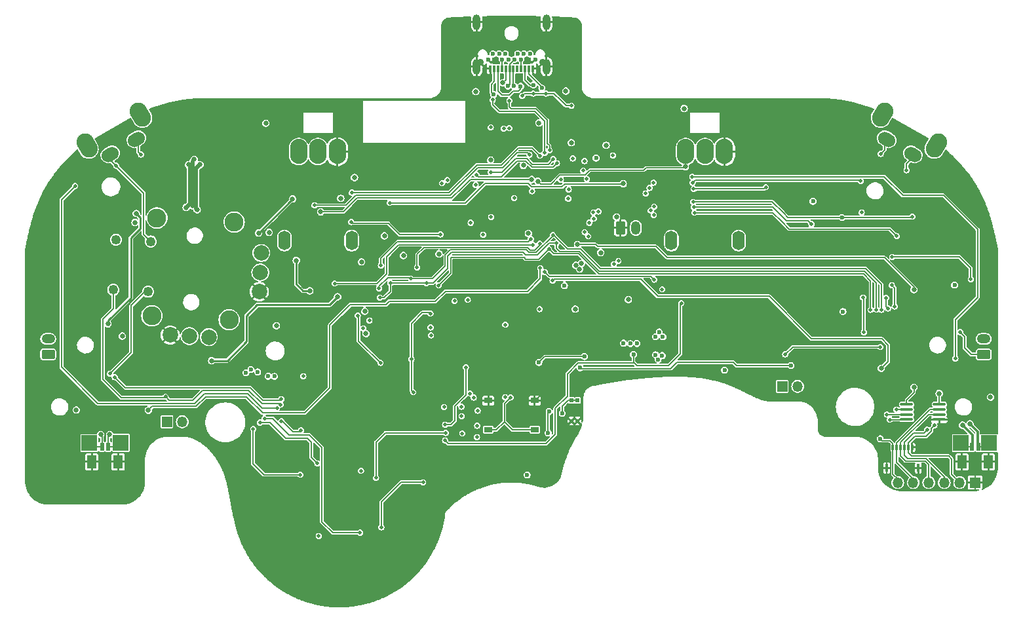
<source format=gbr>
%TF.GenerationSoftware,KiCad,Pcbnew,8.0.2*%
%TF.CreationDate,2024-08-31T11:23:20-07:00*%
%TF.ProjectId,UGC_Main_R4K,5547435f-4d61-4696-9e5f-52344b2e6b69,rev?*%
%TF.SameCoordinates,Original*%
%TF.FileFunction,Copper,L4,Bot*%
%TF.FilePolarity,Positive*%
%FSLAX46Y46*%
G04 Gerber Fmt 4.6, Leading zero omitted, Abs format (unit mm)*
G04 Created by KiCad (PCBNEW 8.0.2) date 2024-08-31 11:23:20*
%MOMM*%
%LPD*%
G01*
G04 APERTURE LIST*
G04 Aperture macros list*
%AMRoundRect*
0 Rectangle with rounded corners*
0 $1 Rounding radius*
0 $2 $3 $4 $5 $6 $7 $8 $9 X,Y pos of 4 corners*
0 Add a 4 corners polygon primitive as box body*
4,1,4,$2,$3,$4,$5,$6,$7,$8,$9,$2,$3,0*
0 Add four circle primitives for the rounded corners*
1,1,$1+$1,$2,$3*
1,1,$1+$1,$4,$5*
1,1,$1+$1,$6,$7*
1,1,$1+$1,$8,$9*
0 Add four rect primitives between the rounded corners*
20,1,$1+$1,$2,$3,$4,$5,0*
20,1,$1+$1,$4,$5,$6,$7,0*
20,1,$1+$1,$6,$7,$8,$9,0*
20,1,$1+$1,$8,$9,$2,$3,0*%
%AMHorizOval*
0 Thick line with rounded ends*
0 $1 width*
0 $2 $3 position (X,Y) of the first rounded end (center of the circle)*
0 $4 $5 position (X,Y) of the second rounded end (center of the circle)*
0 Add line between two ends*
20,1,$1,$2,$3,$4,$5,0*
0 Add two circle primitives to create the rounded ends*
1,1,$1,$2,$3*
1,1,$1,$4,$5*%
G04 Aperture macros list end*
%TA.AperFunction,ComponentPad*%
%ADD10R,1.350000X1.350000*%
%TD*%
%TA.AperFunction,ComponentPad*%
%ADD11O,1.350000X1.350000*%
%TD*%
%TA.AperFunction,ComponentPad*%
%ADD12C,2.450000*%
%TD*%
%TA.AperFunction,ComponentPad*%
%ADD13C,1.250000*%
%TD*%
%TA.AperFunction,ComponentPad*%
%ADD14C,2.000000*%
%TD*%
%TA.AperFunction,ComponentPad*%
%ADD15HorizOval,2.250000X-0.250000X0.433013X0.250000X-0.433013X0*%
%TD*%
%TA.AperFunction,ComponentPad*%
%ADD16HorizOval,1.700000X0.259808X0.150000X-0.259808X-0.150000X0*%
%TD*%
%TA.AperFunction,ComponentPad*%
%ADD17HorizOval,2.250000X-0.250000X-0.433013X0.250000X0.433013X0*%
%TD*%
%TA.AperFunction,ComponentPad*%
%ADD18HorizOval,1.700000X0.259808X-0.150000X-0.259808X0.150000X0*%
%TD*%
%TA.AperFunction,SMDPad,CuDef*%
%ADD19R,1.000000X0.750000*%
%TD*%
%TA.AperFunction,SMDPad,CuDef*%
%ADD20R,2.000000X2.000000*%
%TD*%
%TA.AperFunction,SMDPad,CuDef*%
%ADD21R,0.500000X1.000000*%
%TD*%
%TA.AperFunction,SMDPad,CuDef*%
%ADD22R,1.200000X1.700000*%
%TD*%
%TA.AperFunction,SMDPad,CuDef*%
%ADD23R,0.500000X0.550000*%
%TD*%
%TA.AperFunction,ComponentPad*%
%ADD24RoundRect,0.250000X0.625000X-0.350000X0.625000X0.350000X-0.625000X0.350000X-0.625000X-0.350000X0*%
%TD*%
%TA.AperFunction,ComponentPad*%
%ADD25O,1.750000X1.200000*%
%TD*%
%TA.AperFunction,SMDPad,CuDef*%
%ADD26R,0.300000X0.700000*%
%TD*%
%TA.AperFunction,SMDPad,CuDef*%
%ADD27R,0.300000X1.000000*%
%TD*%
%TA.AperFunction,ComponentPad*%
%ADD28O,2.250000X3.250000*%
%TD*%
%TA.AperFunction,HeatsinkPad*%
%ADD29O,1.600000X2.500000*%
%TD*%
%TA.AperFunction,ComponentPad*%
%ADD30RoundRect,0.250000X-0.350000X-0.625000X0.350000X-0.625000X0.350000X0.625000X-0.350000X0.625000X0*%
%TD*%
%TA.AperFunction,ComponentPad*%
%ADD31O,1.200000X1.750000*%
%TD*%
%TA.AperFunction,SMDPad,CuDef*%
%ADD32R,0.350000X0.890000*%
%TD*%
%TA.AperFunction,ComponentPad*%
%ADD33C,0.600000*%
%TD*%
%TA.AperFunction,ComponentPad*%
%ADD34O,1.000000X2.000000*%
%TD*%
%TA.AperFunction,ComponentPad*%
%ADD35C,0.900000*%
%TD*%
%TA.AperFunction,SMDPad,CuDef*%
%ADD36RoundRect,0.100000X0.712500X0.100000X-0.712500X0.100000X-0.712500X-0.100000X0.712500X-0.100000X0*%
%TD*%
%TA.AperFunction,ViaPad*%
%ADD37C,0.600000*%
%TD*%
%TA.AperFunction,ViaPad*%
%ADD38C,0.500000*%
%TD*%
%TA.AperFunction,ViaPad*%
%ADD39C,0.650000*%
%TD*%
%TA.AperFunction,Conductor*%
%ADD40C,0.200000*%
%TD*%
%TA.AperFunction,Conductor*%
%ADD41C,0.250000*%
%TD*%
%TA.AperFunction,Conductor*%
%ADD42C,0.150000*%
%TD*%
%TA.AperFunction,Conductor*%
%ADD43C,0.500000*%
%TD*%
%TA.AperFunction,Conductor*%
%ADD44C,0.300000*%
%TD*%
G04 APERTURE END LIST*
D10*
%TO.P,J8,1,Pin_1*%
%TO.N,Net-(D4A-A)*%
X253457200Y-131775200D03*
D11*
%TO.P,J8,2,Pin_2*%
%TO.N,G*%
X255457200Y-131775200D03*
%TD*%
D12*
%TO.P,SW6,*%
%TO.N,*%
X172671539Y-110006388D03*
X172009489Y-122639052D03*
X182657835Y-110529748D03*
X181995785Y-123162412D03*
D13*
%TO.P,SW6,S1,1*%
%TO.N,H*%
X171861497Y-113043156D03*
%TO.P,SW6,S2,2*%
X171521313Y-119534248D03*
%TO.P,SW6,S3,3*%
%TO.N,LS_BTN_IN*%
X167367664Y-112807644D03*
%TO.P,SW6,S4,4*%
X167027480Y-119298736D03*
D14*
%TO.P,SW6,X1,GND*%
%TO.N,GND*%
X174381765Y-125141637D03*
%TO.P,SW6,X2,X_OUT*%
%TO.N,Net-(SW6-X_OUT)*%
X176878339Y-125272477D03*
%TO.P,SW6,X3,VCC*%
%TO.N,+3V3*%
X179374913Y-125403317D03*
%TO.P,SW6,Y1,GND*%
%TO.N,GND*%
X185890899Y-119536297D03*
%TO.P,SW6,Y2,Y_OUT*%
%TO.N,Net-(SW6-Y_OUT)*%
X186021739Y-117039723D03*
%TO.P,SW6,Y3,VCC*%
%TO.N,+3V3*%
X186152579Y-114543149D03*
%TD*%
D15*
%TO.P,SW7,*%
%TO.N,*%
X163618112Y-100644336D03*
X170546316Y-96644336D03*
D16*
%TO.P,SW7,1,1*%
%TO.N,H*%
X166643465Y-101784400D03*
%TO.P,SW7,2,2*%
%TO.N,Net-(D11A-A)*%
X170020963Y-99834400D03*
%TD*%
D17*
%TO.P,SW8,*%
%TO.N,*%
X266420998Y-96644336D03*
X273349202Y-100644336D03*
D18*
%TO.P,SW8,1,1*%
%TO.N,G*%
X266946351Y-99834400D03*
%TO.P,SW8,2,2*%
%TO.N,Net-(D5B-A)*%
X270323849Y-101784400D03*
%TD*%
D10*
%TO.P,J4,1,Pin_1*%
%TO.N,GND*%
X278380200Y-144195800D03*
D11*
%TO.P,J4,2,Pin_2*%
%TO.N,RS_B_IN*%
X276380200Y-144195800D03*
%TO.P,J4,3,Pin_3*%
%TO.N,RS_B_OUT*%
X274380200Y-144195800D03*
%TO.P,J4,4,Pin_4*%
%TO.N,RY*%
X272380200Y-144195800D03*
%TO.P,J4,5,Pin_5*%
%TO.N,RX*%
X270380200Y-144195800D03*
%TO.P,J4,6,Pin_6*%
%TO.N,+3V3*%
X268380200Y-144195800D03*
%TD*%
D10*
%TO.P,J9,1,Pin_1*%
%TO.N,LS_BTN_IN*%
X173955200Y-136347200D03*
D11*
%TO.P,J9,2,Pin_2*%
%TO.N,H*%
X175955200Y-136347200D03*
%TD*%
D19*
%TO.P,SW14,A,A*%
%TO.N,GND*%
X221483657Y-133609400D03*
%TO.P,SW14,B,B*%
X215483657Y-133609400D03*
%TO.P,SW14,C,C*%
%TO.N,RP_RUN*%
X221483657Y-137359400D03*
%TO.P,SW14,D,D*%
X215483657Y-137359400D03*
%TD*%
D20*
%TO.P,TP7,1,1*%
%TO.N,LRA_L+*%
X163931600Y-139090400D03*
%TD*%
D21*
%TO.P,J10,1,1*%
%TO.N,LRA_L-*%
X166363600Y-139564800D03*
%TO.P,J10,2,2*%
%TO.N,LRA_L+*%
X165563600Y-139564800D03*
D22*
%TO.P,J10,S1,SHIELD*%
%TO.N,GND*%
X167663600Y-141514800D03*
%TO.P,J10,S2,SHIELD*%
X164263600Y-141514800D03*
%TD*%
D20*
%TO.P,TP1,1,1*%
%TO.N,LRA_R-*%
X276555200Y-139090400D03*
%TD*%
D23*
%TO.P,SW15,1,1*%
%TO.N,GND*%
X227025200Y-136245600D03*
%TO.P,SW15,2,2*%
X226225200Y-136245600D03*
%TO.P,SW15,3,3*%
%TO.N,USB_BOOT*%
X227025200Y-133595600D03*
%TO.P,SW15,4,4*%
X226225200Y-133595600D03*
%TD*%
D20*
%TO.P,TP6,1,1*%
%TO.N,LRA_L-*%
X167995600Y-139065000D03*
%TD*%
D24*
%TO.P,J7,1,Pin_1*%
%TO.N,G*%
X279501600Y-127635000D03*
D25*
%TO.P,J7,2,Pin_2*%
%TO.N,Net-(D5C-A)*%
X279501600Y-125635000D03*
%TD*%
D26*
%TO.P,J13,1,1*%
%TO.N,GND*%
X270240173Y-139656580D03*
%TO.P,J13,2,2*%
%TO.N,RS_B_IN*%
X269740173Y-139656580D03*
%TO.P,J13,3,3*%
%TO.N,RS_B_OUT*%
X269240173Y-139656580D03*
%TO.P,J13,4,4*%
%TO.N,RY*%
X268740173Y-139656580D03*
%TO.P,J13,5,5*%
%TO.N,RX*%
X268240173Y-139656580D03*
%TO.P,J13,6,6*%
%TO.N,+3V3*%
X267740173Y-139656580D03*
D27*
%TO.P,J13,MP1,MP1*%
%TO.N,GND*%
X271030173Y-142306580D03*
%TO.P,J13,MP2,MP2*%
X266950173Y-142306580D03*
%TD*%
D28*
%TO.P,RV2,1,GND*%
%TO.N,+3V3*%
X243483657Y-101434400D03*
%TO.P,RV2,2,Signal*%
%TO.N,ZR_ANALOG*%
X240983657Y-101434400D03*
%TO.P,RV2,3,V+*%
%TO.N,GND*%
X245983657Y-101434400D03*
D29*
%TO.P,RV2,MP*%
%TO.N,N/C*%
X247833657Y-112934400D03*
X239133657Y-112934400D03*
%TD*%
D20*
%TO.P,TP2,1,1*%
%TO.N,LRA_R+*%
X280199742Y-139096669D03*
%TD*%
D21*
%TO.P,J1,1,1*%
%TO.N,LRA_R+*%
X278784000Y-139564800D03*
%TO.P,J1,2,2*%
%TO.N,LRA_R-*%
X277984000Y-139564800D03*
D22*
%TO.P,J1,S1,SHIELD*%
%TO.N,GND*%
X280084000Y-141514800D03*
%TO.P,J1,S2,SHIELD*%
X276684000Y-141514800D03*
%TD*%
D30*
%TO.P,B1,1,Pin_1*%
%TO.N,GND*%
X232547596Y-111285471D03*
D31*
%TO.P,B1,2,Pin_2*%
%TO.N,BATTERY_POS*%
X234547596Y-111285471D03*
%TD*%
D24*
%TO.P,J6,1,Pin_1*%
%TO.N,H*%
X158623000Y-127635000D03*
D25*
%TO.P,J6,2,Pin_2*%
%TO.N,Net-(D11C-A)*%
X158623000Y-125635000D03*
%TD*%
D32*
%TO.P,J5,A1,GND*%
%TO.N,GND*%
X215733635Y-90709400D03*
%TO.P,J5,A2,SSTXP1*%
%TO.N,+3V3_PRE*%
X216233635Y-90709400D03*
%TO.P,J5,A3,SSTXN1*%
%TO.N,N_CLOCK*%
X216733635Y-90709400D03*
%TO.P,J5,A4,VBUS*%
%TO.N,+5V_PRE*%
X217233635Y-90709400D03*
%TO.P,J5,A5,CC1*%
%TO.N,CC1*%
X217733635Y-90709400D03*
%TO.P,J5,A6,DP1*%
%TO.N,D+*%
X218233635Y-90709400D03*
%TO.P,J5,A7,DN1*%
%TO.N,D-*%
X218733635Y-90709400D03*
%TO.P,J5,A8,SBU1*%
%TO.N,unconnected-(J5-SBU1-PadA8)*%
X219233635Y-90709400D03*
%TO.P,J5,A9,VBUS*%
%TO.N,+5V_PRE*%
X219733635Y-90709400D03*
%TO.P,J5,A10,SSRXN2*%
%TO.N,N_LATCH*%
X220233635Y-90709400D03*
%TO.P,J5,A11,SSRXP2*%
%TO.N,N_DATA*%
X220733635Y-90709400D03*
%TO.P,J5,A12,GND*%
%TO.N,GND*%
X221233635Y-90709400D03*
D33*
%TO.P,J5,B1,GND*%
X221533635Y-89504400D03*
%TO.P,J5,B2,SSTXP2*%
%TO.N,+3V3_PRE*%
X220883635Y-88804400D03*
%TO.P,J5,B3,SSTXN2*%
%TO.N,N_CLOCK*%
X220083635Y-88804400D03*
%TO.P,J5,B4,VBUS*%
%TO.N,+5V_PRE*%
X219683635Y-89504400D03*
%TO.P,J5,B5,CC2*%
%TO.N,CC2*%
X219283635Y-88804400D03*
%TO.P,J5,B6,DP2*%
%TO.N,D+*%
X218883635Y-89504400D03*
%TO.P,J5,B7,DN2*%
%TO.N,D-*%
X218083635Y-89504400D03*
%TO.P,J5,B8,SBU2*%
%TO.N,unconnected-(J5-SBU2-PadB8)*%
X217683635Y-88804400D03*
%TO.P,J5,B9,VBUS*%
%TO.N,+5V_PRE*%
X217283635Y-89504400D03*
%TO.P,J5,B10,SSRXN1*%
%TO.N,N_LATCH*%
X216883635Y-88804400D03*
%TO.P,J5,B11,SSRXP1*%
%TO.N,N_DATA*%
X216083635Y-88804400D03*
%TO.P,J5,B12,GND*%
%TO.N,GND*%
X215433635Y-89504400D03*
D34*
%TO.P,J5,SH1,SHIELD*%
X213983635Y-84704400D03*
D35*
%TO.P,J5,SH2,SHIELD*%
X214433635Y-89904400D03*
D34*
%TO.P,J5,SH3,SHIELD*%
X213983635Y-90454400D03*
%TO.P,J5,SH4,SHIELD*%
X222983635Y-84704400D03*
D35*
%TO.P,J5,SH5,SHIELD*%
X222533635Y-89904400D03*
D34*
%TO.P,J5,SH6,SHIELD*%
X222983635Y-90454400D03*
%TD*%
D36*
%TO.P,U7,1,~{CS}/SHDN*%
%TO.N,RADC_CS*%
X273740100Y-134102200D03*
%TO.P,U7,2,CH0*%
%TO.N,RX*%
X273740100Y-134752200D03*
%TO.P,U7,3,CH1*%
%TO.N,RY*%
X273740100Y-135402200D03*
%TO.P,U7,4,VSS*%
%TO.N,GND*%
X273740100Y-136052200D03*
%TO.P,U7,5,DIN*%
%TO.N,SPI_TX*%
X269515100Y-136052200D03*
%TO.P,U7,6,DOUT*%
%TO.N,SPI_RX*%
X269515100Y-135402200D03*
%TO.P,U7,7,CLK*%
%TO.N,SPI_CK*%
X269515100Y-134752200D03*
%TO.P,U7,8,VDD/VREF*%
%TO.N,+3V3*%
X269515100Y-134102200D03*
%TD*%
D28*
%TO.P,RV1,1,GND*%
%TO.N,+3V3*%
X193483657Y-101434400D03*
%TO.P,RV1,2,Signal*%
%TO.N,ZL_ANALOG*%
X190983657Y-101434400D03*
%TO.P,RV1,3,V+*%
%TO.N,GND*%
X195983657Y-101434400D03*
D29*
%TO.P,RV1,MP*%
%TO.N,N/C*%
X197833657Y-112934400D03*
X189133657Y-112934400D03*
%TD*%
D37*
%TO.N,GND*%
X276275800Y-130835400D03*
X215140000Y-94050000D03*
D38*
X256583498Y-120742670D03*
X259538908Y-107500400D03*
D37*
X161950400Y-137261600D03*
D38*
X214275000Y-110775000D03*
D37*
X278384000Y-141935200D03*
D39*
X218465400Y-100533200D03*
D38*
X258876800Y-106781600D03*
D37*
X218960000Y-94270000D03*
X160909000Y-137312400D03*
D38*
X207441800Y-119888000D03*
X223545400Y-107416600D03*
X205371744Y-121819656D03*
X214800000Y-110400000D03*
D39*
X250367800Y-127762000D03*
D37*
X169951400Y-139623800D03*
D39*
X269570200Y-129540000D03*
X229504526Y-118967615D03*
D38*
X208915000Y-109296200D03*
X201930000Y-108483400D03*
D37*
X278409400Y-141198600D03*
D38*
X223545400Y-133426200D03*
X267309600Y-137566400D03*
D37*
X160350200Y-142570200D03*
D39*
X262509000Y-129362200D03*
D37*
X169367200Y-142036800D03*
D39*
X272999200Y-131470400D03*
D38*
X218328641Y-112035674D03*
D37*
X159893000Y-131622800D03*
D38*
X234111800Y-123240800D03*
X259797767Y-106529682D03*
X228449022Y-116721319D03*
D39*
X271297400Y-143357600D03*
D37*
X178308000Y-138176000D03*
D38*
X222554800Y-134924800D03*
X209194400Y-115849400D03*
D39*
X273685000Y-129565400D03*
X238912400Y-127635000D03*
D38*
X208000600Y-123342400D03*
D39*
X227748754Y-118990566D03*
X217830400Y-99923600D03*
X238937800Y-125831600D03*
D38*
X230632000Y-119405400D03*
D39*
X269595600Y-131470400D03*
D38*
X222681800Y-132943600D03*
X253022161Y-106650220D03*
D39*
X250672600Y-125704600D03*
X263779000Y-127889000D03*
D37*
X169443400Y-141122400D03*
X160223200Y-141630400D03*
X160959800Y-132130800D03*
D38*
X222707200Y-134239000D03*
D39*
%TO.N,LX*%
X196011800Y-120192800D03*
X179755800Y-128447800D03*
%TO.N,LY*%
X190677800Y-115493800D03*
X192430400Y-119430800D03*
D38*
%TO.N,Net-(D4A-A)*%
X266141200Y-126669800D03*
X242112800Y-109321600D03*
X266877800Y-120345200D03*
X267131800Y-121691400D03*
X268249400Y-112344200D03*
X253847600Y-127635000D03*
%TO.N,+1V1*%
X227914200Y-102641400D03*
X225882200Y-106324400D03*
X221132400Y-106553000D03*
D39*
%TO.N,LRA_R*%
X266242800Y-129438400D03*
D38*
X223788683Y-118099400D03*
D39*
%TO.N,BAT_LVL*%
X232912012Y-105582285D03*
D38*
X202742800Y-108051600D03*
D39*
%TO.N,VBUS_SYS*%
X232054400Y-109880400D03*
X230708200Y-100609400D03*
X233578400Y-120548400D03*
D38*
%TO.N,USB_EN*%
X223399733Y-101264779D03*
X218211400Y-94843600D03*
D37*
%TO.N,BTN_PWR*%
X223215200Y-137769600D03*
X223343093Y-135037482D03*
D38*
X236931200Y-117983000D03*
X222783400Y-116992400D03*
D37*
%TO.N,D+*%
X218020000Y-92960000D03*
%TO.N,D-*%
X218813581Y-92957751D03*
D39*
%TO.N,SL_RGB*%
X185801000Y-111937800D03*
X190195200Y-107543600D03*
%TO.N,Net-(L2-DOUT)*%
X166344600Y-123698000D03*
X170002200Y-109423200D03*
D38*
%TO.N,ESP_RTS*%
X201549000Y-128727200D03*
X198602600Y-122605800D03*
%TO.N,ESP_EN*%
X209296000Y-112141000D03*
X197866000Y-106730800D03*
X197764400Y-110515400D03*
X222148400Y-101955600D03*
%TO.N,ESP_DTR*%
X208000600Y-122351800D03*
X205790800Y-132511800D03*
X205562200Y-128244600D03*
D37*
%TO.N,N_LATCH*%
X221334118Y-92802481D03*
%TO.N,N_DATA*%
X222395124Y-93216533D03*
%TO.N,N_CLOCK*%
X219660000Y-92980000D03*
%TO.N,RP_RUN*%
X225323794Y-118752774D03*
X229412800Y-102260400D03*
D38*
X218372572Y-133193850D03*
%TO.N,I2C_SCL*%
X223875600Y-102412800D03*
X215814621Y-104075862D03*
X231701147Y-115982447D03*
%TO.N,I2C_SDA*%
X232284636Y-115562671D03*
X213952178Y-104428552D03*
X224358200Y-102946200D03*
%TO.N,USB_BOOT*%
X214807800Y-112166400D03*
X211124800Y-120726200D03*
D37*
X225040000Y-135250000D03*
D38*
%TO.N,RGB_OUT*%
X220803144Y-101833002D03*
X193040000Y-108356400D03*
%TO.N,SHARED_PU*%
X226212400Y-95504000D03*
X222961200Y-93929200D03*
X221284800Y-93929200D03*
X219860000Y-94230000D03*
%TO.N,USB_SEL*%
X222758000Y-101600000D03*
X216052400Y-94742000D03*
%TO.N,ESP_RX0*%
X209499200Y-105511600D03*
X200124189Y-123260685D03*
%TO.N,ESP_TX0*%
X210185000Y-105105200D03*
X199342763Y-124279937D03*
%TO.N,LADC_CS*%
X221259400Y-113461800D03*
X195630800Y-118465600D03*
%TO.N,SPI_TX*%
X202844400Y-118414800D03*
X207492600Y-118414800D03*
X265607800Y-121843800D03*
X201472800Y-120294400D03*
X224282000Y-113258600D03*
X267360400Y-136067800D03*
%TO.N,SPI_RX*%
X266979400Y-135407400D03*
X209067400Y-118719600D03*
X223314292Y-114001645D03*
X264871200Y-121869200D03*
%TO.N,SPI_CK*%
X223824800Y-112191800D03*
X205511400Y-117856000D03*
X266268200Y-121869200D03*
X268224000Y-134772400D03*
X201366000Y-119105800D03*
D39*
%TO.N,RADC_CS*%
X227004875Y-113428678D03*
X270484600Y-119253000D03*
X273735800Y-132689600D03*
D38*
%TO.N,IMU0_CS*%
X201599800Y-116128800D03*
X220980000Y-112725200D03*
D39*
%TO.N,ZL_ANALOG*%
X221081600Y-105029000D03*
X193827400Y-109220000D03*
%TO.N,ZR_ANALOG*%
X221871218Y-105252081D03*
X240944400Y-103378000D03*
D38*
%TO.N,UART_USB+*%
X217474800Y-98450400D03*
X208076800Y-125164600D03*
%TO.N,UART_USB-*%
X208026000Y-124164600D03*
X218186000Y-98399600D03*
D37*
%TO.N,E*%
X187867610Y-130476935D03*
D38*
X212115400Y-137845800D03*
X236321600Y-106121200D03*
X229055724Y-109296201D03*
%TO.N,D*%
X229717600Y-109169200D03*
X235813600Y-106832400D03*
D37*
X187045600Y-130454400D03*
D38*
X214045800Y-136855200D03*
D39*
%TO.N,+5V_PRE*%
X213868000Y-93675200D03*
D37*
%TO.N,+3V3_PRE*%
X216165246Y-94049711D03*
D39*
X225500000Y-93610000D03*
D38*
%TO.N,IMU1_CS*%
X222130112Y-113321680D03*
X206280400Y-116382800D03*
%TO.N,C*%
X228200164Y-104966757D03*
X212039200Y-135610600D03*
D37*
X185674000Y-129895600D03*
D38*
X236920856Y-108544138D03*
D39*
%TO.N,VBUS*%
X230004090Y-114479819D03*
X215783138Y-102514294D03*
%TO.N,CC1*%
X217350000Y-92530000D03*
D38*
%TO.N,Net-(D5B-A)*%
X269519400Y-103835200D03*
X241884200Y-105435400D03*
X263601200Y-105232200D03*
%TO.N,A*%
X226415600Y-102311200D03*
X236853904Y-109619539D03*
X212013800Y-134391400D03*
D37*
X184150000Y-129997200D03*
%TO.N,B*%
X184810400Y-129590800D03*
D38*
X236474058Y-109051928D03*
X214096600Y-134899400D03*
X227736400Y-103886000D03*
D37*
%TO.N,+3V3*%
X245999000Y-129667000D03*
D39*
X209118200Y-114655600D03*
X227279200Y-116611400D03*
D37*
X257429000Y-107848400D03*
D39*
X226796600Y-116128800D03*
X177292000Y-108432600D03*
D38*
X215846705Y-109870895D03*
D39*
X168198800Y-125272800D03*
X177495200Y-102438200D03*
X220658568Y-111998972D03*
D37*
X237566200Y-124739400D03*
D39*
X188112400Y-123926600D03*
D37*
X266115800Y-138531600D03*
D39*
X227500000Y-115900000D03*
D37*
X238031090Y-125368176D03*
D39*
X198196200Y-104775000D03*
X186740800Y-97764600D03*
D38*
X215798400Y-98298000D03*
D39*
X199669400Y-124942600D03*
X196418200Y-107467400D03*
D38*
X213842600Y-105740200D03*
X231586200Y-101911955D03*
D39*
X280365200Y-133172200D03*
D37*
X237413800Y-128295400D03*
X275717000Y-118668800D03*
X237083600Y-127685800D03*
D39*
X169849800Y-110583609D03*
X240792000Y-95859600D03*
X199517000Y-122072400D03*
D37*
X220497400Y-143205200D03*
D39*
X176453800Y-108635800D03*
D38*
X225806000Y-107492800D03*
D37*
X261289800Y-122097800D03*
X237947200Y-127787400D03*
D38*
X213200000Y-110625000D03*
D39*
X220005282Y-103213573D03*
X162255200Y-134823200D03*
X176758600Y-103124000D03*
X199097900Y-115684300D03*
X187172600Y-111861600D03*
X178231800Y-103124000D03*
D37*
X237083600Y-125349000D03*
D39*
X222021400Y-97713800D03*
X226212400Y-100279200D03*
X270484600Y-131902200D03*
X202057000Y-112318800D03*
D38*
X224866200Y-105054400D03*
D39*
X177876200Y-108940600D03*
D38*
X218821000Y-107416600D03*
D39*
X204520800Y-114858800D03*
X226718285Y-121785989D03*
D38*
%TO.N,F*%
X191592200Y-130454400D03*
X214020400Y-138328400D03*
X236837529Y-105442522D03*
X229108000Y-110083600D03*
%TO.N,RS_B_OUT*%
X272161000Y-137363200D03*
%TO.N,Net-(D5C-A)*%
X241833400Y-104673400D03*
X275818600Y-128168400D03*
%TO.N,Net-(D8C-A)*%
X191287400Y-137464800D03*
X188753270Y-136277422D03*
%TO.N,Net-(D8B-A)*%
X186563000Y-135915400D03*
X198907400Y-150672800D03*
%TO.N,Net-(D8A-A)*%
X185978800Y-136448800D03*
X193395600Y-141732000D03*
%TO.N,RS_B_IN*%
X273126200Y-136804400D03*
%TO.N,Net-(D11A-A)*%
X188171967Y-134603702D03*
X162102800Y-105867200D03*
X170611800Y-101803200D03*
%TO.N,Net-(D11C-A)*%
X188724384Y-133414380D03*
X167233600Y-130581400D03*
%TO.N,Net-(D12C-A)*%
X209770157Y-134423074D03*
X217652600Y-133172200D03*
%TO.N,Net-(D12A-A)*%
X213588600Y-133223000D03*
X217678000Y-123799600D03*
%TO.N,Net-(D12B-A)*%
X213131400Y-132689600D03*
X212826600Y-120573800D03*
%TO.N,Net-(D13A-A)*%
X212572600Y-129311400D03*
X209905600Y-136728200D03*
%TO.N,Net-(D13B-A)*%
X209981800Y-137795000D03*
X200990200Y-143586200D03*
%TO.N,H*%
X191185800Y-143179800D03*
X227931351Y-111850544D03*
X193573400Y-151104600D03*
X167411400Y-103251000D03*
X199034400Y-142671800D03*
X185115200Y-137287000D03*
X166598600Y-130124200D03*
%TO.N,G*%
X263728200Y-109296200D03*
X267614400Y-118694200D03*
X267995400Y-121437400D03*
D37*
X227330000Y-129362200D03*
D38*
X276453600Y-124764800D03*
X264007600Y-124764800D03*
X277825200Y-117906800D03*
X267665200Y-115036600D03*
X228535538Y-110624007D03*
X263906000Y-120294400D03*
X266179300Y-101714300D03*
D37*
X254584200Y-129082800D03*
D38*
%TO.N,I*%
X207060800Y-144170400D03*
X228396800Y-112369600D03*
X222118121Y-121793838D03*
D37*
X227914200Y-127914400D03*
D38*
X201650600Y-149987000D03*
D37*
X222021400Y-128676400D03*
D38*
X237947200Y-119227600D03*
%TO.N,LS_BTN_IN*%
X173786800Y-133096000D03*
X188672392Y-134129273D03*
%TO.N,LRA_L*%
X222199200Y-116484400D03*
D39*
X171551600Y-134848600D03*
%TO.N,LRA_L+*%
X165410263Y-137988533D03*
%TO.N,LRA_R+*%
X277698200Y-136601200D03*
%TO.N,LRA_R-*%
X276758400Y-136779000D03*
%TO.N,LRA_L-*%
X166568997Y-137996991D03*
D38*
%TO.N,X2*%
X257225800Y-110794800D03*
X242036600Y-108610400D03*
D37*
X234688113Y-126218996D03*
%TO.N,X3*%
X261188200Y-109956600D03*
D38*
X241935000Y-107924600D03*
D37*
X233832400Y-126238000D03*
D38*
X270256000Y-109829600D03*
%TO.N,X4*%
X242011200Y-106248200D03*
X251333000Y-106019600D03*
D37*
X232956100Y-126174500D03*
D38*
%TO.N,X5*%
X240411000Y-121031000D03*
D37*
X234238800Y-127660400D03*
D38*
X209905600Y-138760200D03*
%TD*%
D40*
%TO.N,GND*%
X221483657Y-133609400D02*
X223362200Y-133609400D01*
X223362200Y-133609400D02*
X223545400Y-133426200D01*
X222149457Y-132943600D02*
X221483657Y-133609400D01*
X221233635Y-90709400D02*
X221233635Y-91263635D01*
X215733635Y-91486365D02*
X215630000Y-91590000D01*
X222681800Y-132943600D02*
X222149457Y-132943600D01*
X221233635Y-91263635D02*
X221470000Y-91500000D01*
X215733635Y-90709400D02*
X215733635Y-91486365D01*
D41*
%TO.N,LX*%
X196011800Y-120192800D02*
X194970400Y-121234200D01*
X185623200Y-121234200D02*
X184251600Y-122605800D01*
X181737000Y-128447800D02*
X179755800Y-128447800D01*
X184251600Y-125933200D02*
X181737000Y-128447800D01*
X184251600Y-122605800D02*
X184251600Y-125933200D01*
X194970400Y-121234200D02*
X185623200Y-121234200D01*
%TO.N,LY*%
X191541400Y-119430800D02*
X192430400Y-119430800D01*
X191135000Y-119024400D02*
X191541400Y-119430800D01*
X190677800Y-118567200D02*
X191135000Y-119024400D01*
X190677800Y-115493800D02*
X190677800Y-118567200D01*
D40*
%TO.N,Net-(D4A-A)*%
X257479800Y-111429800D02*
X267335000Y-111429800D01*
X266877800Y-121437400D02*
X267131800Y-121691400D01*
X242112800Y-109321600D02*
X252247400Y-109321600D01*
X253365000Y-110439200D02*
X254355600Y-111429800D01*
X254355600Y-111429800D02*
X257479800Y-111429800D01*
X254812800Y-126669800D02*
X253847600Y-127635000D01*
X266877800Y-120345200D02*
X266877800Y-121437400D01*
X252247400Y-109321600D02*
X253365000Y-110439200D01*
X267335000Y-111429800D02*
X268249400Y-112344200D01*
X266141200Y-126669800D02*
X254812800Y-126669800D01*
D42*
%TO.N,RX*%
X268240173Y-139656580D02*
X268240173Y-141570373D01*
X270740173Y-143835827D02*
X270380200Y-144195800D01*
X268240173Y-141570373D02*
X270380200Y-143710400D01*
X268240173Y-139048827D02*
X268240173Y-139656580D01*
X273740100Y-134752200D02*
X272536800Y-134752200D01*
X270380200Y-143710400D02*
X270380200Y-144195800D01*
X272536800Y-134752200D02*
X268240173Y-139048827D01*
%TO.N,RY*%
X272380200Y-141875000D02*
X271907000Y-141401800D01*
X273740100Y-135402200D02*
X272344000Y-135402200D01*
X268740173Y-140774973D02*
X268740173Y-139656580D01*
X269367000Y-141401800D02*
X268740173Y-140774973D01*
X268740173Y-139006027D02*
X268740173Y-139656580D01*
X272380200Y-144195800D02*
X272380200Y-141875000D01*
X271907000Y-141401800D02*
X269367000Y-141401800D01*
X272344000Y-135402200D02*
X268740173Y-139006027D01*
D40*
%TO.N,LRA_R*%
X267131800Y-128549400D02*
X266242800Y-129438400D01*
X223788683Y-118099400D02*
X223955883Y-117932200D01*
X223955883Y-117932200D02*
X235204000Y-117932200D01*
X237413800Y-120142000D02*
X251764800Y-120142000D01*
X266319000Y-125628400D02*
X267131800Y-126441200D01*
X235204000Y-117932200D02*
X237413800Y-120142000D01*
X251764800Y-120142000D02*
X257251200Y-125628400D01*
X257251200Y-125628400D02*
X266319000Y-125628400D01*
X267131800Y-126441200D02*
X267131800Y-128549400D01*
%TO.N,BAT_LVL*%
X220624400Y-105511600D02*
X221081600Y-105968800D01*
X212547200Y-108051600D02*
X215087200Y-105511600D01*
X215087200Y-105511600D02*
X220624400Y-105511600D01*
X225348800Y-105613200D02*
X232881097Y-105613200D01*
X224993200Y-105968800D02*
X225348800Y-105613200D01*
D42*
X232912012Y-105582285D02*
X232779497Y-105714800D01*
D40*
X232881097Y-105613200D02*
X232912012Y-105582285D01*
X202742800Y-108051600D02*
X212547200Y-108051600D01*
X221081600Y-105968800D02*
X224993200Y-105968800D01*
D42*
%TO.N,USB_EN*%
X223399733Y-101264779D02*
X223399733Y-100666933D01*
X223399733Y-100666933D02*
X223082600Y-100349800D01*
X218445600Y-95890600D02*
X218211400Y-95656400D01*
X221646000Y-95890600D02*
X218445600Y-95890600D01*
X223082600Y-97327200D02*
X221646000Y-95890600D01*
X223082600Y-100349800D02*
X223082600Y-97327200D01*
X218211400Y-95656400D02*
X218211400Y-94843600D01*
%TO.N,BTN_PWR*%
X236498200Y-117550000D02*
X236931200Y-117983000D01*
D40*
X223215200Y-135165375D02*
X223215200Y-137769600D01*
D42*
X223341000Y-117550000D02*
X236498200Y-117550000D01*
X222783400Y-116992400D02*
X223341000Y-117550000D01*
D40*
X223343093Y-135037482D02*
X223215200Y-135165375D01*
%TO.N,D+*%
X218020000Y-92960000D02*
X218233635Y-92746365D01*
X218233635Y-90709400D02*
X218233635Y-90132218D01*
X218233635Y-90132218D02*
X218861453Y-89504400D01*
X218861453Y-89504400D02*
X218883635Y-89504400D01*
X218233635Y-92746365D02*
X218233635Y-90709400D01*
%TO.N,D-*%
X218813581Y-92957751D02*
X218733635Y-92877805D01*
X218733635Y-92877805D02*
X218733635Y-90709400D01*
D41*
%TO.N,SL_RGB*%
X185801000Y-111937800D02*
X190195200Y-107543600D01*
%TO.N,Net-(L2-DOUT)*%
X166344600Y-123266200D02*
X166344600Y-123698000D01*
X170002200Y-109423200D02*
X170510200Y-109931200D01*
X170510200Y-111379000D02*
X169291000Y-112598200D01*
X169291000Y-120319800D02*
X166344600Y-123266200D01*
X170510200Y-109931200D02*
X170510200Y-111379000D01*
X169291000Y-112598200D02*
X169291000Y-120319800D01*
D40*
%TO.N,ESP_RTS*%
X201549000Y-128727200D02*
X198729600Y-125907800D01*
X198729600Y-122732800D02*
X198602600Y-122605800D01*
X198729600Y-125907800D02*
X198729600Y-122732800D01*
D42*
%TO.N,ESP_EN*%
X217170000Y-103149400D02*
X219354400Y-100965000D01*
X202565000Y-110693200D02*
X200660000Y-110693200D01*
X197942200Y-110693200D02*
X197764400Y-110515400D01*
X200660000Y-110693200D02*
X197942200Y-110693200D01*
X219354400Y-100965000D02*
X221157800Y-100965000D01*
X203022200Y-111150400D02*
X202565000Y-110693200D01*
X210413600Y-106730800D02*
X213995000Y-103149400D01*
X221157800Y-100965000D02*
X222148400Y-101955600D01*
X204012800Y-112141000D02*
X203022200Y-111150400D01*
X197866000Y-106730800D02*
X210413600Y-106730800D01*
X209296000Y-112141000D02*
X204012800Y-112141000D01*
X213995000Y-103149400D02*
X217170000Y-103149400D01*
D40*
%TO.N,ESP_DTR*%
X205562200Y-123621800D02*
X205562200Y-128244600D01*
X205562200Y-128244600D02*
X205562200Y-132283200D01*
X207873600Y-122224800D02*
X206959200Y-122224800D01*
X205562200Y-132283200D02*
X205790800Y-132511800D01*
X206959200Y-122224800D02*
X205562200Y-123621800D01*
X208000600Y-122351800D02*
X207873600Y-122224800D01*
%TO.N,N_LATCH*%
X220233635Y-92183635D02*
X220233635Y-90709400D01*
X220852481Y-92802481D02*
X220233635Y-92183635D01*
X221334118Y-92802481D02*
X220852481Y-92802481D01*
%TO.N,N_DATA*%
X222395124Y-93075124D02*
X220733635Y-91413635D01*
X220733635Y-91413635D02*
X220733635Y-90709400D01*
X222395124Y-93216533D02*
X222395124Y-93075124D01*
%TO.N,N_CLOCK*%
X217230000Y-94130000D02*
X216733635Y-93633635D01*
X218680000Y-93610000D02*
X218160000Y-94130000D01*
X216733635Y-93633635D02*
X216733635Y-90709400D01*
X219660000Y-92980000D02*
X219660000Y-93310000D01*
X218160000Y-94130000D02*
X217230000Y-94130000D01*
X219660000Y-93310000D02*
X219360000Y-93610000D01*
X219360000Y-93610000D02*
X218680000Y-93610000D01*
%TO.N,RP_RUN*%
X218588600Y-137359400D02*
X217551000Y-136321800D01*
X221483657Y-137359400D02*
X218588600Y-137359400D01*
X215483657Y-137359400D02*
X216513400Y-137359400D01*
X216513400Y-137359400D02*
X217551000Y-136321800D01*
D42*
X217551000Y-134015422D02*
X218372572Y-133193850D01*
D40*
X217551000Y-136321800D02*
X217551000Y-134015422D01*
D42*
%TO.N,I2C_SCL*%
X219024200Y-102336600D02*
X220472000Y-102336600D01*
X215814621Y-104075862D02*
X217284938Y-104075862D01*
X221183200Y-103047800D02*
X223240600Y-103047800D01*
X220472000Y-102336600D02*
X221183200Y-103047800D01*
X223240600Y-103047800D02*
X223875600Y-102412800D01*
X217284938Y-104075862D02*
X219024200Y-102336600D01*
%TO.N,I2C_SDA*%
X221107000Y-103428800D02*
X223875600Y-103428800D01*
X213952178Y-104428552D02*
X214185076Y-104661450D01*
X214185076Y-104661450D02*
X217207350Y-104661450D01*
X217207350Y-104661450D02*
X219227400Y-102641400D01*
X223875600Y-103428800D02*
X224358200Y-102946200D01*
X220319600Y-102641400D02*
X221107000Y-103428800D01*
X219227400Y-102641400D02*
X220319600Y-102641400D01*
%TO.N,USB_BOOT*%
X226225200Y-133595600D02*
X227025200Y-133595600D01*
X225040000Y-134319200D02*
X225763600Y-133595600D01*
X225763600Y-133595600D02*
X226225200Y-133595600D01*
X225040000Y-135250000D02*
X225040000Y-134319200D01*
%TO.N,RGB_OUT*%
X197078600Y-108356400D02*
X193040000Y-108356400D01*
X217297000Y-103530400D02*
X214122000Y-103530400D01*
X220570142Y-101600000D02*
X219227400Y-101600000D01*
X214122000Y-103530400D02*
X210566000Y-107086400D01*
X220803144Y-101833002D02*
X220570142Y-101600000D01*
X210566000Y-107086400D02*
X198348600Y-107086400D01*
X219227400Y-101600000D02*
X217297000Y-103530400D01*
X198348600Y-107086400D02*
X197078600Y-108356400D01*
D40*
%TO.N,SHARED_PU*%
X225552000Y-95504000D02*
X226212400Y-95504000D01*
X224840800Y-94792800D02*
X225552000Y-95504000D01*
X223977200Y-93929200D02*
X224840800Y-94792800D01*
X221284800Y-93929200D02*
X222961200Y-93929200D01*
X219860000Y-94230000D02*
X220160800Y-93929200D01*
X220160800Y-93929200D02*
X221284800Y-93929200D01*
X222961200Y-93929200D02*
X223977200Y-93929200D01*
D42*
%TO.N,USB_SEL*%
X222732600Y-97485200D02*
X221488000Y-96240600D01*
X222732600Y-101574600D02*
X222732600Y-97485200D01*
X216052400Y-95377000D02*
X216052400Y-94742000D01*
X216916000Y-96240600D02*
X216052400Y-95377000D01*
X222758000Y-101600000D02*
X222732600Y-101574600D01*
X221488000Y-96240600D02*
X216916000Y-96240600D01*
%TO.N,LADC_CS*%
X221259400Y-113461800D02*
X203911200Y-113461800D01*
X202361800Y-117221000D02*
X201422000Y-118160800D01*
X202717400Y-114655600D02*
X202361800Y-115011200D01*
X202361800Y-115011200D02*
X202361800Y-116484400D01*
X202361800Y-116484400D02*
X202361800Y-117221000D01*
X201117200Y-118465600D02*
X195630800Y-118465600D01*
X203911200Y-113461800D02*
X202717400Y-114655600D01*
X201422000Y-118160800D02*
X201117200Y-118465600D01*
%TO.N,SPI_TX*%
X220307225Y-114782600D02*
X219977025Y-114452400D01*
X221818200Y-114782600D02*
X220307225Y-114782600D01*
X202844400Y-119481600D02*
X202844400Y-118414800D01*
X265607800Y-121843800D02*
X265607800Y-118389400D01*
X264083800Y-116865400D02*
X229819200Y-116865400D01*
X224682213Y-114319213D02*
X224282000Y-113919000D01*
X201472800Y-120294400D02*
X202031600Y-120294400D01*
X210261200Y-114960400D02*
X210261200Y-116509800D01*
X210261200Y-116509800D02*
X208356200Y-118414800D01*
X202031600Y-120294400D02*
X202844400Y-119481600D01*
X269499500Y-136067800D02*
X269515100Y-136052200D01*
X224282000Y-113258600D02*
X223342200Y-113258600D01*
X210769200Y-114452400D02*
X210261200Y-114960400D01*
X227273013Y-114319213D02*
X224682213Y-114319213D01*
X224282000Y-113919000D02*
X224282000Y-113258600D01*
X267360400Y-136067800D02*
X269499500Y-136067800D01*
X208356200Y-118414800D02*
X207492600Y-118414800D01*
X265607800Y-118389400D02*
X264083800Y-116865400D01*
X207492600Y-118414800D02*
X202844400Y-118414800D01*
X223342200Y-113258600D02*
X221818200Y-114782600D01*
X219977025Y-114452400D02*
X210769200Y-114452400D01*
X229819200Y-116865400D02*
X227273013Y-114319213D01*
%TO.N,SPI_RX*%
X266979400Y-135407400D02*
X269509900Y-135407400D01*
X209067400Y-118719600D02*
X210616800Y-117170200D01*
X210629174Y-115087400D02*
X220091000Y-115087400D01*
X229768400Y-117246400D02*
X263982200Y-117246400D01*
X210616800Y-115099774D02*
X210629174Y-115087400D01*
X269509900Y-135407400D02*
X269515100Y-135402200D01*
X223314292Y-114001645D02*
X223942847Y-114630200D01*
X263982200Y-117246400D02*
X264871200Y-118135400D01*
X220339400Y-115335800D02*
X221980137Y-115335800D01*
X221980137Y-115335800D02*
X223314292Y-114001645D01*
X223942847Y-114630200D02*
X227152200Y-114630200D01*
X220091000Y-115087400D02*
X220339400Y-115335800D01*
X210616800Y-117170200D02*
X210616800Y-115099774D01*
X227152200Y-114630200D02*
X229768400Y-117246400D01*
X264871200Y-118135400D02*
X264871200Y-121869200D01*
%TO.N,SPI_CK*%
X209905600Y-114808000D02*
X210591400Y-114122200D01*
X225704400Y-113995200D02*
X223901000Y-112191800D01*
X205511400Y-117856000D02*
X208254600Y-117856000D01*
X223901000Y-112191800D02*
X223824800Y-112191800D01*
X220370400Y-114122200D02*
X220700600Y-114452400D01*
X266268200Y-118567200D02*
X264210800Y-116509800D01*
X264210800Y-116509800D02*
X229920800Y-116509800D01*
X220700600Y-114452400D02*
X221691200Y-114452400D01*
X201366000Y-119105800D02*
X201366000Y-118851800D01*
X269515100Y-134752200D02*
X268244200Y-134752200D01*
X266268200Y-121869200D02*
X266268200Y-118567200D01*
X208254600Y-117856000D02*
X209905600Y-116205000D01*
X209905600Y-116205000D02*
X209905600Y-114808000D01*
X201366000Y-118851800D02*
X202488800Y-117729000D01*
X202488800Y-117729000D02*
X205384400Y-117729000D01*
X205384400Y-117729000D02*
X205511400Y-117856000D01*
X223824800Y-112318800D02*
X223824800Y-112191800D01*
X229920800Y-116509800D02*
X227406200Y-113995200D01*
X210591400Y-114122200D02*
X220370400Y-114122200D01*
X221691200Y-114452400D02*
X223824800Y-112318800D01*
X268244200Y-134752200D02*
X268224000Y-134772400D01*
X227406200Y-113995200D02*
X225704400Y-113995200D01*
%TO.N,RADC_CS*%
X237134400Y-113665000D02*
X238582200Y-115112800D01*
X227004875Y-113428678D02*
X229354278Y-113428678D01*
X229354278Y-113428678D02*
X229590600Y-113665000D01*
X273735800Y-132689600D02*
X273735800Y-134097900D01*
X273735800Y-134097900D02*
X273740100Y-134102200D01*
X270484600Y-118922800D02*
X270484600Y-119253000D01*
X229590600Y-113665000D02*
X237134400Y-113665000D01*
X238582200Y-115112800D02*
X266674600Y-115112800D01*
X266674600Y-115112800D02*
X270484600Y-118922800D01*
%TO.N,IMU0_CS*%
X220980000Y-112725200D02*
X220624400Y-113080800D01*
X220624400Y-113080800D02*
X203733400Y-113080800D01*
X203733400Y-113080800D02*
X201599800Y-115214400D01*
X201599800Y-115214400D02*
X201599800Y-116128800D01*
%TO.N,ZL_ANALOG*%
X212166200Y-106019600D02*
X210743800Y-107442000D01*
X196723000Y-109220000D02*
X193827400Y-109220000D01*
X210743800Y-107442000D02*
X209753200Y-107442000D01*
X197688200Y-108254800D02*
X196723000Y-109220000D01*
X221081600Y-105029000D02*
X213156800Y-105029000D01*
X213156800Y-105029000D02*
X212166200Y-106019600D01*
X198501000Y-107442000D02*
X197688200Y-108254800D01*
X209753200Y-107442000D02*
X198501000Y-107442000D01*
%TO.N,ZR_ANALOG*%
X235559600Y-103835200D02*
X235864400Y-103530400D01*
X235864400Y-103530400D02*
X240792000Y-103530400D01*
X228600000Y-103835200D02*
X235559600Y-103835200D01*
X221871218Y-105252081D02*
X222206937Y-105587800D01*
X222206937Y-105587800D02*
X223621600Y-105587800D01*
X224739200Y-104470200D02*
X227965000Y-104470200D01*
X223621600Y-105587800D02*
X224739200Y-104470200D01*
X240792000Y-103530400D02*
X240944400Y-103378000D01*
X227965000Y-104470200D02*
X228600000Y-103835200D01*
D40*
%TO.N,+5V_PRE*%
X217233635Y-89554400D02*
X217283635Y-89504400D01*
X219733635Y-89554400D02*
X219683635Y-89504400D01*
X217233635Y-90709400D02*
X217233635Y-89554400D01*
X219733635Y-90709400D02*
X219733635Y-89554400D01*
%TO.N,+3V3_PRE*%
X215880000Y-92730000D02*
X216233635Y-92376365D01*
X215880000Y-93764465D02*
X215880000Y-92730000D01*
X216165246Y-94049711D02*
X215880000Y-93764465D01*
X216233635Y-92376365D02*
X216233635Y-90709400D01*
D42*
%TO.N,IMU1_CS*%
X206280400Y-114724800D02*
X206280400Y-116382800D01*
X220548200Y-113817400D02*
X207187800Y-113817400D01*
X222130112Y-113530888D02*
X221513400Y-114147600D01*
X220878400Y-114147600D02*
X220548200Y-113817400D01*
X221513400Y-114147600D02*
X220878400Y-114147600D01*
X207187800Y-113817400D02*
X206280400Y-114724800D01*
X222130112Y-113321680D02*
X222130112Y-113530888D01*
D40*
%TO.N,CC1*%
X217733635Y-92146365D02*
X217350000Y-92530000D01*
X217733635Y-90709400D02*
X217733635Y-92146365D01*
%TO.N,Net-(D5B-A)*%
X269519400Y-102998657D02*
X270583657Y-101934400D01*
X241884200Y-105435400D02*
X242214400Y-105105200D01*
X263474200Y-105105200D02*
X263601200Y-105232200D01*
X269519400Y-103835200D02*
X269519400Y-102998657D01*
X243001800Y-105105200D02*
X263474200Y-105105200D01*
X242214400Y-105105200D02*
X243001800Y-105105200D01*
D42*
%TO.N,+3V3*%
X270484600Y-131902200D02*
X270484600Y-132562600D01*
D43*
X177292000Y-108432600D02*
X177292000Y-102641400D01*
D42*
X266369800Y-138785600D02*
X266115800Y-138531600D01*
D43*
X177292000Y-102641400D02*
X177495200Y-102438200D01*
D42*
X268380200Y-144195800D02*
X268380200Y-143767800D01*
X267740173Y-143127773D02*
X267740173Y-139656580D01*
D43*
X176758600Y-103124000D02*
X176911000Y-103276400D01*
D42*
X267740173Y-139656580D02*
X267740173Y-139190773D01*
D43*
X177749200Y-108813600D02*
X177749200Y-103606600D01*
D42*
X267335000Y-138785600D02*
X266369800Y-138785600D01*
X268380200Y-143767800D02*
X267740173Y-143127773D01*
D43*
X177749200Y-103606600D02*
X178231800Y-103124000D01*
X176911000Y-103276400D02*
X176911000Y-108178600D01*
D42*
X270484600Y-132562600D02*
X269515100Y-133532100D01*
D43*
X177876200Y-108940600D02*
X177749200Y-108813600D01*
D42*
X269515100Y-133532100D02*
X269515100Y-134102200D01*
X267740173Y-139190773D02*
X267335000Y-138785600D01*
D43*
X176911000Y-108178600D02*
X176453800Y-108635800D01*
D42*
%TO.N,RS_B_OUT*%
X269671800Y-141071600D02*
X272008600Y-141071600D01*
X269240173Y-140639973D02*
X269671800Y-141071600D01*
D40*
X269240173Y-138988627D02*
X269240173Y-139656580D01*
D42*
X274380200Y-143443200D02*
X274380200Y-144195800D01*
X274380200Y-144195800D02*
X274091400Y-144195800D01*
X269240173Y-139656580D02*
X269240173Y-140639973D01*
D40*
X271740173Y-137784027D02*
X270444773Y-137784027D01*
X270444773Y-137784027D02*
X269240173Y-138988627D01*
X272161000Y-137363200D02*
X271740173Y-137784027D01*
D42*
X272008600Y-141071600D02*
X274380200Y-143443200D01*
D40*
%TO.N,Net-(D5C-A)*%
X274294600Y-107086400D02*
X278688800Y-111480600D01*
X278688800Y-120269000D02*
X275818600Y-123139200D01*
X241833400Y-104673400D02*
X266649200Y-104673400D01*
X266649200Y-104673400D02*
X269062200Y-107086400D01*
X269062200Y-107086400D02*
X274294600Y-107086400D01*
X275818600Y-123139200D02*
X275818600Y-128168400D01*
X278688800Y-111480600D02*
X278688800Y-120269000D01*
%TO.N,Net-(D8C-A)*%
X191084200Y-137668000D02*
X191287400Y-137464800D01*
X190246000Y-137668000D02*
X191084200Y-137668000D01*
X188855422Y-136277422D02*
X190246000Y-137668000D01*
X188753270Y-136277422D02*
X188855422Y-136277422D01*
%TO.N,Net-(D8B-A)*%
X195376800Y-150672800D02*
X198907400Y-150672800D01*
X193979800Y-139700000D02*
X193979800Y-149275800D01*
X193979800Y-149275800D02*
X195376800Y-150672800D01*
X189738000Y-138049000D02*
X192328800Y-138049000D01*
X187604400Y-135915400D02*
X189738000Y-138049000D01*
X186563000Y-135915400D02*
X187604400Y-135915400D01*
X192328800Y-138049000D02*
X193979800Y-139700000D01*
%TO.N,Net-(D8A-A)*%
X187274200Y-136448800D02*
X189280800Y-138455400D01*
X189280800Y-138455400D02*
X192125600Y-138455400D01*
X192633600Y-140970000D02*
X193395600Y-141732000D01*
X192125600Y-138455400D02*
X192633600Y-138963400D01*
X192633600Y-138963400D02*
X192633600Y-140970000D01*
X185978800Y-136448800D02*
X187274200Y-136448800D01*
%TO.N,RS_B_IN*%
X269740173Y-139047427D02*
X269740173Y-139656580D01*
D42*
X274955000Y-140766800D02*
X270154400Y-140766800D01*
D40*
X272694400Y-137566400D02*
X272059400Y-138201400D01*
D42*
X270154400Y-140766800D02*
X269740173Y-140352573D01*
D40*
X272059400Y-138201400D02*
X270586200Y-138201400D01*
X272694400Y-137236200D02*
X272694400Y-137566400D01*
D42*
X275336000Y-141147800D02*
X274955000Y-140766800D01*
X276380200Y-144195800D02*
X275336000Y-143151600D01*
D40*
X270586200Y-138201400D02*
X269740173Y-139047427D01*
D42*
X275336000Y-143151600D02*
X275336000Y-141147800D01*
D40*
X273126200Y-136804400D02*
X272694400Y-137236200D01*
D42*
X269740173Y-140352573D02*
X269740173Y-139656580D01*
D40*
%TO.N,Net-(D11A-A)*%
X160324800Y-107645200D02*
X162102800Y-105867200D01*
X184378600Y-132715000D02*
X178790600Y-132715000D01*
X188171967Y-134603702D02*
X186267302Y-134603702D01*
X165049200Y-133985000D02*
X160324800Y-129260600D01*
X178790600Y-132715000D02*
X177520600Y-133985000D01*
X170280771Y-99684400D02*
X170280771Y-101472171D01*
X160324800Y-129260600D02*
X160324800Y-107645200D01*
X177520600Y-133985000D02*
X165049200Y-133985000D01*
X186267302Y-134603702D02*
X184378600Y-132715000D01*
X170280771Y-101472171D02*
X170611800Y-101803200D01*
%TO.N,Net-(D11C-A)*%
X168579800Y-131927600D02*
X167233600Y-130581400D01*
X188724384Y-133414380D02*
X188560164Y-133578600D01*
X188560164Y-133578600D02*
X186359800Y-133578600D01*
X186359800Y-133578600D02*
X184708800Y-131927600D01*
X184708800Y-131927600D02*
X168579800Y-131927600D01*
%TO.N,Net-(D13A-A)*%
X212572600Y-132892800D02*
X212572600Y-129311400D01*
X211175600Y-136169400D02*
X211175600Y-134289800D01*
X210616800Y-136728200D02*
X211175600Y-136169400D01*
X211175600Y-134289800D02*
X212572600Y-132892800D01*
X209905600Y-136728200D02*
X210616800Y-136728200D01*
%TO.N,Net-(D13B-A)*%
X201625200Y-138353800D02*
X200990200Y-138988800D01*
X209981800Y-137795000D02*
X202184000Y-137795000D01*
X202184000Y-137795000D02*
X201625200Y-138353800D01*
X200990200Y-138988800D02*
X200990200Y-143586200D01*
%TO.N,H*%
X170942000Y-112123659D02*
X171861497Y-113043156D01*
X186512200Y-143179800D02*
X191185800Y-143179800D01*
X185115200Y-137287000D02*
X185115200Y-141782800D01*
X170942000Y-106781600D02*
X170942000Y-112123659D01*
X166383657Y-102223257D02*
X167411400Y-103251000D01*
X185115200Y-141782800D02*
X186512200Y-143179800D01*
X166383657Y-101934400D02*
X166383657Y-102223257D01*
X171143352Y-119534248D02*
X171521313Y-119534248D01*
X169367200Y-121310400D02*
X171143352Y-119534248D01*
X167411400Y-103251000D02*
X170942000Y-106781600D01*
X169367200Y-127355600D02*
X169367200Y-121310400D01*
X166598600Y-130124200D02*
X169367200Y-127355600D01*
%TO.N,G*%
X264007600Y-124764800D02*
X264007600Y-120396000D01*
X277876000Y-127635000D02*
X279501600Y-127635000D01*
X239852200Y-128651000D02*
X247116600Y-128651000D01*
X267995400Y-121437400D02*
X267995400Y-119075200D01*
X277647400Y-116306600D02*
X277825200Y-116484400D01*
X277825200Y-116484400D02*
X277825200Y-117906800D01*
X277063200Y-126822200D02*
X277876000Y-127635000D01*
X227431600Y-129463800D02*
X239039400Y-129463800D01*
X239039400Y-129463800D02*
X239852200Y-128651000D01*
X247548400Y-129082800D02*
X254584200Y-129082800D01*
X266686543Y-99684400D02*
X266686543Y-101207057D01*
X267995400Y-119075200D02*
X267614400Y-118694200D01*
X276453600Y-124764800D02*
X277063200Y-125374400D01*
X264007600Y-120396000D02*
X263906000Y-120294400D01*
X247116600Y-128651000D02*
X247548400Y-129082800D01*
X227330000Y-129362200D02*
X227431600Y-129463800D01*
X277063200Y-125374400D02*
X277063200Y-126822200D01*
X266686543Y-101207057D02*
X266179300Y-101714300D01*
X267665200Y-115036600D02*
X276377400Y-115036600D01*
X276377400Y-115036600D02*
X277647400Y-116306600D01*
D42*
%TO.N,I*%
X222783400Y-127914400D02*
X222021400Y-128676400D01*
D40*
X207060800Y-144170400D02*
X204190600Y-144170400D01*
X204190600Y-144170400D02*
X201650600Y-146710400D01*
X201650600Y-146710400D02*
X201650600Y-149987000D01*
D42*
X227914200Y-127914400D02*
X222783400Y-127914400D01*
D40*
%TO.N,LS_BTN_IN*%
X188553519Y-134010400D02*
X186232800Y-134010400D01*
X186232800Y-134010400D02*
X184505600Y-132283200D01*
X177317400Y-133553200D02*
X174244000Y-133553200D01*
X168021000Y-133197600D02*
X165658800Y-130835400D01*
X174244000Y-133553200D02*
X173786800Y-133096000D01*
X167027480Y-121719720D02*
X167027480Y-119298736D01*
X165658800Y-123088400D02*
X167027480Y-121719720D01*
X178587400Y-132283200D02*
X177317400Y-133553200D01*
X173685200Y-133197600D02*
X168021000Y-133197600D01*
X188672392Y-134129273D02*
X188553519Y-134010400D01*
X165658800Y-130835400D02*
X165658800Y-123088400D01*
X184505600Y-132283200D02*
X178587400Y-132283200D01*
X173786800Y-133096000D02*
X173685200Y-133197600D01*
D42*
%TO.N,LRA_L*%
X222199200Y-116484400D02*
X222148400Y-116535200D01*
D40*
X172034200Y-134366000D02*
X171551600Y-134848600D01*
X178943000Y-133121400D02*
X177698400Y-134366000D01*
X202234800Y-121234200D02*
X197612000Y-121234200D01*
X194995800Y-123850400D02*
X194995800Y-131978400D01*
X197612000Y-121234200D02*
X194995800Y-123850400D01*
X209931000Y-119481600D02*
X208635600Y-120777000D01*
X186309000Y-135178800D02*
X184251600Y-133121400D01*
X184251600Y-133121400D02*
X178943000Y-133121400D01*
X222199200Y-117830600D02*
X220548200Y-119481600D01*
X191795400Y-135178800D02*
X186309000Y-135178800D01*
X222199200Y-116484400D02*
X222199200Y-117830600D01*
X177698400Y-134366000D02*
X172034200Y-134366000D01*
X208635600Y-120777000D02*
X202692000Y-120777000D01*
X220548200Y-119481600D02*
X209931000Y-119481600D01*
X194995800Y-131978400D02*
X191795400Y-135178800D01*
X202692000Y-120777000D02*
X202234800Y-121234200D01*
%TO.N,LRA_L+*%
X165563600Y-138141870D02*
X165563600Y-139564800D01*
D42*
X164406000Y-139564800D02*
X163931600Y-139090400D01*
X165563600Y-139564800D02*
X164406000Y-139564800D01*
D40*
X165410263Y-137988533D02*
X165563600Y-138141870D01*
%TO.N,LRA_R+*%
X278784000Y-139564800D02*
X279731611Y-139564800D01*
X278688800Y-139469600D02*
X278784000Y-139564800D01*
D44*
X277698200Y-136601200D02*
X278687814Y-137590814D01*
X278687814Y-137590814D02*
X278687814Y-139468614D01*
X278687814Y-139468614D02*
X278784000Y-139564800D01*
D42*
X279731611Y-139564800D02*
X280199742Y-139096669D01*
D44*
%TO.N,LRA_R-*%
X278072501Y-139476299D02*
X277984000Y-139564800D01*
X276758400Y-136779000D02*
X276783800Y-136779000D01*
X276783800Y-136779000D02*
X278072501Y-138067701D01*
D40*
X277876000Y-139456800D02*
X277984000Y-139564800D01*
X277984000Y-139564800D02*
X277029600Y-139564800D01*
D42*
X277029600Y-139564800D02*
X276555200Y-139090400D01*
D44*
X278072501Y-138067701D02*
X278072501Y-139476299D01*
D42*
%TO.N,LRA_L-*%
X167495800Y-139564800D02*
X167995600Y-139065000D01*
D40*
X166363600Y-139564800D02*
X166363600Y-138202388D01*
D42*
X166363600Y-139564800D02*
X167495800Y-139564800D01*
D40*
X166363600Y-138202388D02*
X166568997Y-137996991D01*
%TO.N,X2*%
X253009400Y-109372400D02*
X254000000Y-110363000D01*
X254000000Y-110363000D02*
X255346200Y-110363000D01*
X242036600Y-108610400D02*
X252247400Y-108610400D01*
X252247400Y-108610400D02*
X253009400Y-109372400D01*
X255346200Y-110363000D02*
X256794000Y-110363000D01*
X256794000Y-110363000D02*
X257225800Y-110794800D01*
%TO.N,X3*%
X252171200Y-107924600D02*
X253619000Y-109372400D01*
X253619000Y-109372400D02*
X254203200Y-109956600D01*
X254203200Y-109956600D02*
X261188200Y-109956600D01*
X262356600Y-109956600D02*
X270129000Y-109956600D01*
X270129000Y-109956600D02*
X270256000Y-109829600D01*
X261188200Y-109956600D02*
X262356600Y-109956600D01*
X241935000Y-107924600D02*
X252171200Y-107924600D01*
%TO.N,X4*%
X251104400Y-106248200D02*
X251333000Y-106019600D01*
X242011200Y-106248200D02*
X251104400Y-106248200D01*
%TO.N,X5*%
X234670600Y-129082800D02*
X234340400Y-128752600D01*
X225691700Y-133045200D02*
X224129600Y-134607300D01*
X227101400Y-128752600D02*
X225691700Y-130162300D01*
X234670600Y-129082800D02*
X238785400Y-129082800D01*
X222961200Y-139141200D02*
X210286600Y-139141200D01*
X234340400Y-128752600D02*
X227101400Y-128752600D01*
X210286600Y-139141200D02*
X209905600Y-138760200D01*
X240284000Y-127584200D02*
X240284000Y-121158000D01*
D42*
X234238800Y-128651000D02*
X234238800Y-127660400D01*
X234670600Y-129082800D02*
X234238800Y-128651000D01*
D40*
X238785400Y-129082800D02*
X240284000Y-127584200D01*
X224129600Y-137972800D02*
X222961200Y-139141200D01*
X224129600Y-134607300D02*
X224129600Y-137972800D01*
X225691700Y-130162300D02*
X225691700Y-133045200D01*
X240284000Y-121158000D02*
X240411000Y-121031000D01*
%TD*%
%TA.AperFunction,Conductor*%
%TO.N,GND*%
G36*
X206872668Y-113708974D02*
G01*
X206894342Y-113761300D01*
X206872668Y-113813626D01*
X206089230Y-114597063D01*
X206089230Y-114597064D01*
X206085890Y-114605127D01*
X206085889Y-114605126D01*
X206054899Y-114679943D01*
X206054899Y-114778266D01*
X206054900Y-114778275D01*
X206054900Y-116011256D01*
X206033226Y-116063582D01*
X205952351Y-116144456D01*
X205894753Y-116257498D01*
X205874908Y-116382800D01*
X205894753Y-116508101D01*
X205894753Y-116508102D01*
X205894754Y-116508104D01*
X205952350Y-116621142D01*
X206042058Y-116710850D01*
X206155096Y-116768446D01*
X206280400Y-116788292D01*
X206405704Y-116768446D01*
X206518742Y-116710850D01*
X206608450Y-116621142D01*
X206666046Y-116508104D01*
X206685892Y-116382800D01*
X206666046Y-116257496D01*
X206608450Y-116144458D01*
X206527574Y-116063582D01*
X206505900Y-116011256D01*
X206505900Y-114848857D01*
X206527574Y-114796531D01*
X207259532Y-114064574D01*
X207311858Y-114042900D01*
X209002411Y-114042900D01*
X209054737Y-114064574D01*
X209076411Y-114116900D01*
X209054737Y-114169226D01*
X209023260Y-114187902D01*
X208918639Y-114218621D01*
X208918637Y-114218623D01*
X208803614Y-114292542D01*
X208803611Y-114292544D01*
X208803611Y-114292545D01*
X208771974Y-114329055D01*
X208714071Y-114395880D01*
X208714070Y-114395881D01*
X208714070Y-114395882D01*
X208708930Y-114407137D01*
X208657268Y-114520260D01*
X208637810Y-114655600D01*
X208657268Y-114790939D01*
X208657268Y-114790940D01*
X208657269Y-114790942D01*
X208714070Y-114915318D01*
X208803611Y-115018655D01*
X208918639Y-115092578D01*
X209049831Y-115131100D01*
X209049833Y-115131100D01*
X209186568Y-115131100D01*
X209257405Y-115110300D01*
X209317761Y-115092578D01*
X209432789Y-115018655D01*
X209522330Y-114915318D01*
X209538788Y-114879279D01*
X209580240Y-114840688D01*
X209636841Y-114842709D01*
X209675434Y-114884162D01*
X209680100Y-114910022D01*
X209680100Y-116080943D01*
X209658426Y-116133269D01*
X208182869Y-117608826D01*
X208130543Y-117630500D01*
X205882943Y-117630500D01*
X205830618Y-117608826D01*
X205749742Y-117527950D01*
X205636704Y-117470354D01*
X205636702Y-117470353D01*
X205636701Y-117470353D01*
X205511400Y-117450508D01*
X205386098Y-117470353D01*
X205386096Y-117470353D01*
X205386096Y-117470354D01*
X205336871Y-117495435D01*
X205303278Y-117503500D01*
X202576858Y-117503500D01*
X202524532Y-117481826D01*
X202502858Y-117429500D01*
X202524532Y-117377174D01*
X202552969Y-117348737D01*
X202552970Y-117348736D01*
X202574012Y-117297936D01*
X202574014Y-117297933D01*
X202587301Y-117265855D01*
X202587301Y-117170187D01*
X202587300Y-117170173D01*
X202587300Y-115135257D01*
X202608974Y-115082931D01*
X202736586Y-114955319D01*
X202833106Y-114858800D01*
X204040410Y-114858800D01*
X204059868Y-114994139D01*
X204059868Y-114994140D01*
X204059869Y-114994142D01*
X204116670Y-115118518D01*
X204206211Y-115221855D01*
X204321239Y-115295778D01*
X204452431Y-115334300D01*
X204452433Y-115334300D01*
X204589168Y-115334300D01*
X204662049Y-115312900D01*
X204720361Y-115295778D01*
X204835389Y-115221855D01*
X204924930Y-115118518D01*
X204981731Y-114994142D01*
X205001190Y-114858800D01*
X204981731Y-114723458D01*
X204924930Y-114599082D01*
X204835389Y-114495745D01*
X204835385Y-114495742D01*
X204720574Y-114421959D01*
X204720361Y-114421822D01*
X204720360Y-114421821D01*
X204589169Y-114383300D01*
X204589167Y-114383300D01*
X204452433Y-114383300D01*
X204452431Y-114383300D01*
X204321239Y-114421821D01*
X204321237Y-114421823D01*
X204206214Y-114495742D01*
X204116671Y-114599080D01*
X204059868Y-114723460D01*
X204040410Y-114858800D01*
X202833106Y-114858800D01*
X202908570Y-114783336D01*
X202908570Y-114783335D01*
X202918975Y-114772930D01*
X202918976Y-114772927D01*
X203982931Y-113708974D01*
X204035257Y-113687300D01*
X206820342Y-113687300D01*
X206872668Y-113708974D01*
G37*
%TD.AperFunction*%
%TA.AperFunction,Conductor*%
G36*
X216535960Y-89093827D02*
G01*
X216551825Y-89109692D01*
X216555425Y-89113559D01*
X216559861Y-89118679D01*
X216585586Y-89148367D01*
X216592645Y-89152903D01*
X216604962Y-89162829D01*
X216607022Y-89164889D01*
X216612461Y-89168029D01*
X216647538Y-89188281D01*
X216650545Y-89190114D01*
X216693438Y-89217679D01*
X216694566Y-89218404D01*
X216696543Y-89218984D01*
X216705133Y-89222663D01*
X216705267Y-89222342D01*
X216709745Y-89224196D01*
X216709749Y-89224199D01*
X216761058Y-89237946D01*
X216762648Y-89238393D01*
X216810006Y-89252299D01*
X216854106Y-89287837D01*
X216860632Y-89342467D01*
X216859816Y-89345510D01*
X216855656Y-89357080D01*
X216846937Y-89376173D01*
X216842165Y-89409366D01*
X216840397Y-89417984D01*
X216833135Y-89445088D01*
X216833135Y-89466882D01*
X216832382Y-89477412D01*
X216828502Y-89504399D01*
X216832382Y-89531385D01*
X216833135Y-89541916D01*
X216833135Y-89563709D01*
X216840397Y-89590813D01*
X216842165Y-89599432D01*
X216846937Y-89632624D01*
X216846939Y-89632629D01*
X216855654Y-89651713D01*
X216859819Y-89663297D01*
X216863836Y-89678286D01*
X216880993Y-89708003D01*
X216884219Y-89714261D01*
X216900752Y-89750462D01*
X216910373Y-89761565D01*
X216918533Y-89773024D01*
X216923145Y-89781012D01*
X216951819Y-89809686D01*
X216955417Y-89813551D01*
X216965059Y-89824678D01*
X216983135Y-89873139D01*
X216983135Y-90039900D01*
X216961461Y-90092226D01*
X216909135Y-90113900D01*
X216543815Y-90113900D01*
X216531549Y-90116340D01*
X216498072Y-90122999D01*
X216469198Y-90122999D01*
X216435721Y-90116340D01*
X216423455Y-90113900D01*
X216148300Y-90113900D01*
X216095974Y-90092226D01*
X216091551Y-90086836D01*
X216088874Y-90084159D01*
X216006180Y-90028905D01*
X215933257Y-90014400D01*
X215797510Y-90014400D01*
X215745184Y-89992726D01*
X215456858Y-89704400D01*
X215473417Y-89704400D01*
X215546926Y-89673952D01*
X215603187Y-89617691D01*
X215633635Y-89544182D01*
X215633635Y-89527623D01*
X215902650Y-89796638D01*
X215902651Y-89796638D01*
X215914056Y-89781777D01*
X215914062Y-89781766D01*
X215969477Y-89647981D01*
X215969478Y-89647977D01*
X215988381Y-89504399D01*
X215969478Y-89360822D01*
X215969477Y-89360818D01*
X215967986Y-89357218D01*
X215967986Y-89300581D01*
X216008035Y-89260533D01*
X216036353Y-89254900D01*
X216148408Y-89254900D01*
X216159697Y-89251584D01*
X216204655Y-89238383D01*
X216206216Y-89237945D01*
X216257521Y-89224199D01*
X216257528Y-89224194D01*
X216262005Y-89222341D01*
X216262138Y-89222664D01*
X216270721Y-89218985D01*
X216272704Y-89218404D01*
X216316766Y-89190086D01*
X216319669Y-89188316D01*
X216360248Y-89164889D01*
X216362298Y-89162837D01*
X216374628Y-89152901D01*
X216381684Y-89148367D01*
X216411856Y-89113544D01*
X216415429Y-89109706D01*
X216431310Y-89093825D01*
X216483634Y-89072153D01*
X216535960Y-89093827D01*
G37*
%TD.AperFunction*%
%TA.AperFunction,Conductor*%
G36*
X220535960Y-89093827D02*
G01*
X220551825Y-89109692D01*
X220555425Y-89113559D01*
X220559861Y-89118679D01*
X220585586Y-89148367D01*
X220592645Y-89152903D01*
X220604962Y-89162829D01*
X220607022Y-89164889D01*
X220612461Y-89168029D01*
X220647538Y-89188281D01*
X220650545Y-89190114D01*
X220693438Y-89217679D01*
X220694566Y-89218404D01*
X220696543Y-89218984D01*
X220705133Y-89222663D01*
X220705267Y-89222342D01*
X220709745Y-89224196D01*
X220709749Y-89224199D01*
X220761058Y-89237947D01*
X220762627Y-89238387D01*
X220807021Y-89251422D01*
X220818862Y-89254900D01*
X220930917Y-89254900D01*
X220983243Y-89276574D01*
X221004917Y-89328900D01*
X220999284Y-89357218D01*
X220997792Y-89360818D01*
X220997791Y-89360822D01*
X220978889Y-89504399D01*
X220997791Y-89647977D01*
X220997791Y-89647978D01*
X221053211Y-89781774D01*
X221053212Y-89781775D01*
X221064617Y-89796638D01*
X221333635Y-89527620D01*
X221333635Y-89544182D01*
X221364083Y-89617691D01*
X221420344Y-89673952D01*
X221493853Y-89704400D01*
X221510410Y-89704400D01*
X221222085Y-89992726D01*
X221169759Y-90014400D01*
X221034013Y-90014400D01*
X220961089Y-90028905D01*
X220878395Y-90084159D01*
X220873242Y-90089313D01*
X220871171Y-90087242D01*
X220833414Y-90112477D01*
X220818970Y-90113900D01*
X220543815Y-90113900D01*
X220531549Y-90116340D01*
X220498072Y-90122999D01*
X220469198Y-90122999D01*
X220435721Y-90116340D01*
X220423455Y-90113900D01*
X220058135Y-90113900D01*
X220005809Y-90092226D01*
X219984135Y-90039900D01*
X219984135Y-89873137D01*
X220002207Y-89824680D01*
X220011857Y-89813543D01*
X220015430Y-89809705D01*
X220044124Y-89781013D01*
X220048736Y-89773024D01*
X220056896Y-89761565D01*
X220066517Y-89750463D01*
X220083054Y-89714249D01*
X220086274Y-89708006D01*
X220095250Y-89692460D01*
X220103434Y-89678286D01*
X220107450Y-89663299D01*
X220111616Y-89651710D01*
X220113319Y-89647981D01*
X220120332Y-89632626D01*
X220125104Y-89599426D01*
X220126872Y-89590813D01*
X220134135Y-89563709D01*
X220134135Y-89541916D01*
X220134888Y-89531385D01*
X220138768Y-89504399D01*
X220134888Y-89477412D01*
X220134135Y-89466882D01*
X220134135Y-89445091D01*
X220134134Y-89445088D01*
X220126868Y-89417973D01*
X220125104Y-89409371D01*
X220120332Y-89376174D01*
X220112158Y-89358275D01*
X220111615Y-89357086D01*
X220107448Y-89345498D01*
X220106631Y-89342446D01*
X220114030Y-89286295D01*
X220157262Y-89252300D01*
X220161632Y-89251016D01*
X220204655Y-89238383D01*
X220206216Y-89237945D01*
X220257521Y-89224199D01*
X220257528Y-89224194D01*
X220262005Y-89222341D01*
X220262138Y-89222664D01*
X220270721Y-89218985D01*
X220272704Y-89218404D01*
X220316766Y-89190086D01*
X220319669Y-89188316D01*
X220360248Y-89164889D01*
X220362298Y-89162837D01*
X220374628Y-89152901D01*
X220381684Y-89148367D01*
X220411856Y-89113544D01*
X220415429Y-89109706D01*
X220431310Y-89093825D01*
X220483634Y-89072153D01*
X220535960Y-89093827D01*
G37*
%TD.AperFunction*%
%TA.AperFunction,Conductor*%
G36*
X218599342Y-83889145D02*
G01*
X218599367Y-83889156D01*
X218599368Y-83889146D01*
X218599434Y-83889146D01*
X218715114Y-83889210D01*
X218715140Y-83889222D01*
X218715141Y-83889211D01*
X218715255Y-83889211D01*
X218830943Y-83889321D01*
X218830971Y-83889333D01*
X218830972Y-83889322D01*
X218831138Y-83889322D01*
X218946826Y-83889480D01*
X218946854Y-83889492D01*
X218946855Y-83889481D01*
X218947075Y-83889481D01*
X219062756Y-83889688D01*
X219062785Y-83889701D01*
X219062786Y-83889689D01*
X219063065Y-83889689D01*
X219178730Y-83889946D01*
X219178761Y-83889960D01*
X219178762Y-83889947D01*
X219179105Y-83889947D01*
X219294745Y-83890258D01*
X219294776Y-83890272D01*
X219294777Y-83890259D01*
X219295188Y-83890260D01*
X219410793Y-83890623D01*
X219410827Y-83890638D01*
X219410828Y-83890624D01*
X219526909Y-83891046D01*
X219642981Y-83891525D01*
X219643016Y-83891540D01*
X219643017Y-83891526D01*
X219759108Y-83892064D01*
X219759145Y-83892080D01*
X219759146Y-83892065D01*
X219759903Y-83892068D01*
X219875256Y-83892665D01*
X219875295Y-83892682D01*
X219875296Y-83892666D01*
X219991417Y-83893329D01*
X219991456Y-83893346D01*
X219991457Y-83893330D01*
X220107629Y-83894059D01*
X220223762Y-83894853D01*
X220223804Y-83894871D01*
X220223805Y-83894854D01*
X220339938Y-83895717D01*
X220339981Y-83895735D01*
X220339982Y-83895718D01*
X220456155Y-83896652D01*
X220572274Y-83897656D01*
X220572319Y-83897675D01*
X220572320Y-83897657D01*
X220688473Y-83898736D01*
X220804562Y-83899890D01*
X220804608Y-83899910D01*
X220804609Y-83899891D01*
X220920724Y-83901122D01*
X221036764Y-83902432D01*
X221036813Y-83902453D01*
X221036814Y-83902433D01*
X221152874Y-83903824D01*
X221268900Y-83905297D01*
X221384833Y-83906853D01*
X221384887Y-83906876D01*
X221384888Y-83906854D01*
X221500834Y-83908497D01*
X221616732Y-83910227D01*
X221732579Y-83912047D01*
X221848311Y-83913956D01*
X221848369Y-83913981D01*
X221848370Y-83913957D01*
X221964102Y-83915961D01*
X221964103Y-83915961D01*
X222186700Y-83920092D01*
X222238615Y-83942733D01*
X222259314Y-83995452D01*
X222257905Y-84008515D01*
X222233635Y-84130531D01*
X222233635Y-84579400D01*
X222683635Y-84579400D01*
X222683635Y-84829400D01*
X222233635Y-84829400D01*
X222233635Y-85278268D01*
X222262455Y-85423160D01*
X222262457Y-85423167D01*
X222318992Y-85559654D01*
X222401071Y-85682496D01*
X222505538Y-85786963D01*
X222628380Y-85869042D01*
X222764867Y-85925577D01*
X222764874Y-85925579D01*
X222858634Y-85944229D01*
X222858635Y-85944228D01*
X222858635Y-85428642D01*
X222867839Y-85433956D01*
X222944139Y-85454400D01*
X223023131Y-85454400D01*
X223099431Y-85433956D01*
X223108635Y-85428642D01*
X223108635Y-85944229D01*
X223202395Y-85925579D01*
X223202402Y-85925577D01*
X223338889Y-85869042D01*
X223461731Y-85786963D01*
X223461733Y-85786962D01*
X223566197Y-85682498D01*
X223566198Y-85682496D01*
X223648277Y-85559654D01*
X223704812Y-85423167D01*
X223704814Y-85423160D01*
X223733635Y-85278268D01*
X223733635Y-84829400D01*
X223283635Y-84829400D01*
X223283635Y-84579400D01*
X223733635Y-84579400D01*
X223733635Y-84130532D01*
X223717610Y-84049970D01*
X223728659Y-83994421D01*
X223775751Y-83962955D01*
X223792613Y-83961573D01*
X223854912Y-83963623D01*
X223973331Y-83967652D01*
X223973368Y-83967653D01*
X223973415Y-83967655D01*
X223979099Y-83967854D01*
X224091641Y-83971812D01*
X224091724Y-83971851D01*
X224091726Y-83971816D01*
X224096854Y-83972002D01*
X224210012Y-83976114D01*
X224210096Y-83976153D01*
X224210098Y-83976118D01*
X224216457Y-83976356D01*
X224328359Y-83980555D01*
X224328445Y-83980595D01*
X224328447Y-83980559D01*
X224446769Y-83985141D01*
X224446768Y-83985142D01*
X224446824Y-83985143D01*
X224565065Y-83989868D01*
X224565064Y-83989869D01*
X224565117Y-83989870D01*
X224683332Y-83994740D01*
X224683331Y-83994741D01*
X224683380Y-83994742D01*
X224801476Y-83999755D01*
X224801567Y-83999797D01*
X224801569Y-83999759D01*
X224919681Y-84004924D01*
X224919774Y-84004967D01*
X224919776Y-84004929D01*
X225037856Y-84010246D01*
X225037950Y-84010290D01*
X225037952Y-84010251D01*
X225156094Y-84015726D01*
X225156093Y-84015727D01*
X225156152Y-84015728D01*
X225274203Y-84021358D01*
X225274202Y-84021359D01*
X225274256Y-84021360D01*
X225392276Y-84027148D01*
X225510211Y-84033092D01*
X225510310Y-84033139D01*
X225510313Y-84033098D01*
X225628312Y-84039211D01*
X225628311Y-84039213D01*
X225628394Y-84039215D01*
X225746115Y-84045479D01*
X225746269Y-84045553D01*
X225746273Y-84045488D01*
X225982074Y-84058545D01*
X225982073Y-84058548D01*
X225982198Y-84058552D01*
X226084290Y-84064412D01*
X226186099Y-84070373D01*
X226186183Y-84070414D01*
X226186186Y-84070379D01*
X226194361Y-84070867D01*
X226287685Y-84076443D01*
X226287770Y-84076485D01*
X226287773Y-84076449D01*
X226389058Y-84082623D01*
X226389057Y-84082625D01*
X226389125Y-84082627D01*
X226490050Y-84088904D01*
X226628919Y-84097749D01*
X226632991Y-84098122D01*
X226735749Y-84110440D01*
X226743709Y-84111840D01*
X226841193Y-84134544D01*
X226851068Y-84137585D01*
X227000169Y-84195195D01*
X227009530Y-84199587D01*
X227097160Y-84248458D01*
X227104007Y-84252784D01*
X227185566Y-84310792D01*
X227193556Y-84317362D01*
X227309711Y-84427349D01*
X227316544Y-84434766D01*
X227375061Y-84507683D01*
X227379489Y-84513818D01*
X227430265Y-84592344D01*
X227434970Y-84600783D01*
X227442770Y-84617209D01*
X227499015Y-84735660D01*
X227502583Y-84744648D01*
X227531396Y-84833817D01*
X227533351Y-84841126D01*
X227552865Y-84932568D01*
X227554261Y-84942129D01*
X227566283Y-85092866D01*
X227566517Y-85098749D01*
X227566517Y-92997205D01*
X227568701Y-93115056D01*
X227568702Y-93115073D01*
X227605583Y-93347933D01*
X227678433Y-93572148D01*
X227678435Y-93572152D01*
X227785467Y-93782215D01*
X227870887Y-93899786D01*
X227924045Y-93972951D01*
X228090754Y-94139659D01*
X228215099Y-94230000D01*
X228252602Y-94257248D01*
X228281489Y-94278235D01*
X228452055Y-94365141D01*
X228491555Y-94385267D01*
X228491560Y-94385269D01*
X228689181Y-94449478D01*
X228715777Y-94458120D01*
X228948636Y-94494999D01*
X228976372Y-94495514D01*
X229066504Y-94497189D01*
X229066517Y-94497189D01*
X257941451Y-94497189D01*
X257941853Y-94497189D01*
X258375436Y-94499550D01*
X258378218Y-94499618D01*
X259244747Y-94537347D01*
X259247879Y-94537552D01*
X260111774Y-94612924D01*
X260114908Y-94613267D01*
X260974644Y-94726139D01*
X260977814Y-94726625D01*
X261831852Y-94876793D01*
X261834974Y-94877413D01*
X262681631Y-95064581D01*
X262684747Y-95065341D01*
X263522475Y-95289166D01*
X263525524Y-95290052D01*
X264352773Y-95550121D01*
X264355781Y-95551140D01*
X265170885Y-95846931D01*
X265173821Y-95848069D01*
X265284763Y-95893883D01*
X265324851Y-95933886D01*
X265324913Y-95990523D01*
X265320601Y-95999278D01*
X265016191Y-96526531D01*
X264944243Y-96713962D01*
X264902500Y-96910345D01*
X264902500Y-96910347D01*
X264902500Y-96910348D01*
X264894613Y-97060857D01*
X264891993Y-97110844D01*
X264912978Y-97310506D01*
X264964941Y-97504439D01*
X265020515Y-97629258D01*
X265046601Y-97687847D01*
X265155947Y-97856225D01*
X265290287Y-98005425D01*
X265446313Y-98131773D01*
X265620183Y-98232157D01*
X265807616Y-98304105D01*
X266003997Y-98345847D01*
X266204491Y-98356354D01*
X266404158Y-98335368D01*
X266598086Y-98283406D01*
X266781496Y-98201746D01*
X266949874Y-98092400D01*
X267099074Y-97958060D01*
X267225422Y-97802034D01*
X267637558Y-97088192D01*
X267682489Y-97053716D01*
X267738203Y-97060857D01*
X267916769Y-97162330D01*
X267917055Y-97162493D01*
X272333702Y-99704021D01*
X272368244Y-99748904D01*
X272360932Y-99805067D01*
X272360879Y-99805159D01*
X271944395Y-100526531D01*
X271872447Y-100713962D01*
X271830704Y-100910345D01*
X271830704Y-100910347D01*
X271830704Y-100910348D01*
X271820593Y-101103296D01*
X271820197Y-101110844D01*
X271841182Y-101310506D01*
X271893145Y-101504439D01*
X271969169Y-101675189D01*
X271974805Y-101687847D01*
X272084151Y-101856225D01*
X272218491Y-102005425D01*
X272374517Y-102131773D01*
X272548387Y-102232157D01*
X272735820Y-102304105D01*
X272932201Y-102345847D01*
X273132695Y-102356354D01*
X273332362Y-102335368D01*
X273526290Y-102283406D01*
X273709700Y-102201746D01*
X273878078Y-102092400D01*
X274027278Y-101958060D01*
X274153626Y-101802034D01*
X274510151Y-101184512D01*
X274555083Y-101150036D01*
X274611236Y-101157428D01*
X274623386Y-101166194D01*
X274728659Y-101259728D01*
X274832133Y-101352826D01*
X274848848Y-101367865D01*
X274849194Y-101368178D01*
X274967474Y-101475956D01*
X274968707Y-101477079D01*
X274969046Y-101477389D01*
X275022046Y-101526308D01*
X275087968Y-101587152D01*
X275088305Y-101587465D01*
X275116753Y-101614065D01*
X275206609Y-101698083D01*
X275206962Y-101698415D01*
X275324754Y-101810010D01*
X275324921Y-101810170D01*
X275430940Y-101911955D01*
X275441988Y-101922562D01*
X275442306Y-101922869D01*
X275549475Y-102027153D01*
X275558660Y-102036090D01*
X275558973Y-102036397D01*
X275646733Y-102122966D01*
X275674515Y-102150371D01*
X275674878Y-102150731D01*
X275789741Y-102265612D01*
X275790106Y-102265980D01*
X275904020Y-102381519D01*
X275904388Y-102381894D01*
X276017672Y-102498437D01*
X276018042Y-102498821D01*
X276045387Y-102527361D01*
X276121132Y-102606417D01*
X276130388Y-102616077D01*
X276130692Y-102616397D01*
X276225389Y-102716691D01*
X276242139Y-102734430D01*
X276242463Y-102734776D01*
X276320157Y-102818292D01*
X276353027Y-102853625D01*
X276353405Y-102854034D01*
X276448885Y-102958230D01*
X276463024Y-102973659D01*
X276463404Y-102974077D01*
X276572031Y-103094453D01*
X276572413Y-103094880D01*
X276679948Y-103215917D01*
X276680333Y-103216353D01*
X276786950Y-103338275D01*
X276787338Y-103338722D01*
X276892916Y-103461420D01*
X276893276Y-103461842D01*
X276997727Y-103585241D01*
X276997979Y-103585542D01*
X277056119Y-103655386D01*
X277101367Y-103709744D01*
X277101741Y-103710198D01*
X277134982Y-103750818D01*
X277203845Y-103834967D01*
X277204242Y-103835456D01*
X277305237Y-103961034D01*
X277305624Y-103961520D01*
X277394134Y-104073543D01*
X277405283Y-104087653D01*
X277405662Y-104088136D01*
X277437783Y-104129532D01*
X277504096Y-104214992D01*
X277504699Y-104215780D01*
X277670844Y-104435950D01*
X277698066Y-104472023D01*
X277698643Y-104472799D01*
X277779719Y-104583211D01*
X277780064Y-104583684D01*
X277859443Y-104693596D01*
X277859783Y-104694072D01*
X277937078Y-104802900D01*
X277937357Y-104803295D01*
X278012985Y-104911577D01*
X278013234Y-104911938D01*
X278086909Y-105019218D01*
X278087236Y-105019697D01*
X278158996Y-105125965D01*
X278159319Y-105126448D01*
X278229354Y-105231937D01*
X278229643Y-105232375D01*
X278297987Y-105337083D01*
X278298234Y-105337465D01*
X278364864Y-105441305D01*
X278365171Y-105441787D01*
X278373971Y-105455738D01*
X278430029Y-105544606D01*
X278430256Y-105544970D01*
X278493466Y-105646908D01*
X278493763Y-105647389D01*
X278555421Y-105748542D01*
X278555711Y-105749024D01*
X278615745Y-105849218D01*
X278616030Y-105849697D01*
X278674443Y-105948872D01*
X278674722Y-105949349D01*
X278731710Y-106047779D01*
X278731982Y-106048253D01*
X278787447Y-106145706D01*
X278787714Y-106146179D01*
X278841751Y-106242762D01*
X278842010Y-106243229D01*
X278894640Y-106338912D01*
X278894892Y-106339375D01*
X278946061Y-106433994D01*
X278946308Y-106434454D01*
X278996273Y-106528423D01*
X278996512Y-106528876D01*
X279045057Y-106621720D01*
X279045289Y-106622167D01*
X279092631Y-106714230D01*
X279092805Y-106714572D01*
X279138930Y-106805764D01*
X279139061Y-106806026D01*
X279183936Y-106896213D01*
X279184247Y-106896846D01*
X279270485Y-107074384D01*
X279270875Y-107075200D01*
X279352553Y-107248716D01*
X279353075Y-107249849D01*
X279504568Y-107586282D01*
X279505032Y-107587334D01*
X279574311Y-107747801D01*
X279574594Y-107748466D01*
X279642611Y-107910341D01*
X279642886Y-107911004D01*
X279709722Y-108074491D01*
X279709987Y-108075149D01*
X279775583Y-108240097D01*
X279775839Y-108240749D01*
X279840379Y-108407622D01*
X279840624Y-108408264D01*
X279858988Y-108457091D01*
X279891727Y-108544138D01*
X279903985Y-108576728D01*
X279904221Y-108577364D01*
X279966615Y-108747981D01*
X279966839Y-108748604D01*
X280028167Y-108921079D01*
X280028382Y-108921692D01*
X280088752Y-109096315D01*
X280088957Y-109096914D01*
X280148495Y-109274022D01*
X280148689Y-109274609D01*
X280207304Y-109453914D01*
X280207488Y-109454486D01*
X280265260Y-109636194D01*
X280265435Y-109636750D01*
X280322494Y-109821242D01*
X280322659Y-109821783D01*
X280378948Y-110008837D01*
X280379104Y-110009361D01*
X280434777Y-110199447D01*
X280434923Y-110199955D01*
X280489880Y-110392685D01*
X280490018Y-110393175D01*
X280544400Y-110588986D01*
X280544530Y-110589458D01*
X280598432Y-110788648D01*
X280598553Y-110789103D01*
X280651882Y-110991270D01*
X280651996Y-110991707D01*
X280704886Y-111197283D01*
X280704993Y-111197702D01*
X280745576Y-111359352D01*
X280757560Y-111407088D01*
X280765781Y-111440626D01*
X280809733Y-111619936D01*
X280809826Y-111620318D01*
X280809903Y-111620638D01*
X280861696Y-111836908D01*
X280913325Y-112057432D01*
X280915401Y-112066498D01*
X280964684Y-112281682D01*
X280964759Y-112282012D01*
X280967850Y-112295797D01*
X281015933Y-112510257D01*
X281067005Y-112742775D01*
X281117982Y-112979510D01*
X281144763Y-113106270D01*
X281168911Y-113220571D01*
X281168966Y-113220837D01*
X281219781Y-113465801D01*
X281219857Y-113466169D01*
X281285019Y-113788518D01*
X281307464Y-113899552D01*
X281320400Y-113963542D01*
X281321867Y-113978204D01*
X281321867Y-137877344D01*
X281300193Y-137929670D01*
X281247867Y-137951344D01*
X281233431Y-137949922D01*
X281214563Y-137946169D01*
X281214562Y-137946169D01*
X279184922Y-137946169D01*
X279166055Y-137949922D01*
X279141019Y-137954902D01*
X279103426Y-137980021D01*
X279047877Y-137991070D01*
X279000785Y-137959604D01*
X278988314Y-137918492D01*
X278988314Y-137551253D01*
X278988314Y-137551252D01*
X278986505Y-137544500D01*
X278980887Y-137523535D01*
X278967837Y-137474829D01*
X278967835Y-137474824D01*
X278928276Y-137406306D01*
X278928275Y-137406305D01*
X278928274Y-137406303D01*
X278197815Y-136675844D01*
X278176141Y-136623518D01*
X278176894Y-136612993D01*
X278178590Y-136601200D01*
X278159131Y-136465858D01*
X278102330Y-136341482D01*
X278012789Y-136238145D01*
X278012785Y-136238142D01*
X277913947Y-136174624D01*
X277897761Y-136164222D01*
X277897760Y-136164221D01*
X277766569Y-136125700D01*
X277766567Y-136125700D01*
X277629833Y-136125700D01*
X277629831Y-136125700D01*
X277498639Y-136164221D01*
X277498637Y-136164223D01*
X277383614Y-136238142D01*
X277383611Y-136238144D01*
X277383611Y-136238145D01*
X277373391Y-136249940D01*
X277294070Y-136341480D01*
X277243330Y-136452586D01*
X277201877Y-136491179D01*
X277145276Y-136489158D01*
X277120091Y-136470304D01*
X277072988Y-136415944D01*
X277072986Y-136415942D01*
X276966018Y-136347200D01*
X276957961Y-136342022D01*
X276957960Y-136342021D01*
X276826769Y-136303500D01*
X276826767Y-136303500D01*
X276690033Y-136303500D01*
X276690031Y-136303500D01*
X276558839Y-136342021D01*
X276558837Y-136342023D01*
X276443814Y-136415942D01*
X276443811Y-136415944D01*
X276443811Y-136415945D01*
X276422113Y-136440986D01*
X276354271Y-136519280D01*
X276297468Y-136643660D01*
X276278010Y-136779000D01*
X276297468Y-136914339D01*
X276297468Y-136914340D01*
X276297469Y-136914342D01*
X276354270Y-137038718D01*
X276443811Y-137142055D01*
X276558839Y-137215978D01*
X276690031Y-137254500D01*
X276803677Y-137254500D01*
X276856003Y-137276174D01*
X277393403Y-137813574D01*
X277415077Y-137865900D01*
X277393403Y-137918226D01*
X277341077Y-137939900D01*
X275540380Y-137939900D01*
X275526038Y-137942753D01*
X275496477Y-137948633D01*
X275446696Y-137981895D01*
X275446695Y-137981896D01*
X275413433Y-138031677D01*
X275406372Y-138067174D01*
X275404700Y-138075580D01*
X275404700Y-140105220D01*
X275413433Y-140149122D01*
X275446696Y-140198904D01*
X275496478Y-140232167D01*
X275540380Y-140240900D01*
X275540381Y-140240900D01*
X277570019Y-140240900D01*
X277570020Y-140240900D01*
X277613922Y-140232167D01*
X277632034Y-140220064D01*
X277687577Y-140209013D01*
X277719180Y-140215300D01*
X277719183Y-140215300D01*
X278248819Y-140215300D01*
X278248820Y-140215300D01*
X278292722Y-140206567D01*
X278342504Y-140173304D01*
X278342504Y-140173303D01*
X278342888Y-140173047D01*
X278398437Y-140161998D01*
X278425112Y-140173047D01*
X278425495Y-140173303D01*
X278425496Y-140173304D01*
X278475278Y-140206567D01*
X278519180Y-140215300D01*
X278519181Y-140215300D01*
X279048821Y-140215300D01*
X279053277Y-140214413D01*
X279063121Y-140212455D01*
X279118668Y-140223500D01*
X279141020Y-140238436D01*
X279184922Y-140247169D01*
X279184923Y-140247169D01*
X281214559Y-140247169D01*
X281214562Y-140247169D01*
X281233430Y-140243415D01*
X281288977Y-140254463D01*
X281320445Y-140301554D01*
X281321867Y-140315993D01*
X281321867Y-142316008D01*
X281321860Y-142317001D01*
X281319657Y-142481166D01*
X281319199Y-142488458D01*
X281282377Y-142815282D01*
X281280987Y-142823463D01*
X281207913Y-143143623D01*
X281205615Y-143151597D01*
X281097161Y-143461545D01*
X281093986Y-143469212D01*
X280951502Y-143765084D01*
X280947488Y-143772347D01*
X280772775Y-144050401D01*
X280767973Y-144057169D01*
X280563227Y-144313913D01*
X280557697Y-144320101D01*
X280325492Y-144552304D01*
X280319304Y-144557834D01*
X280062558Y-144762581D01*
X280055790Y-144767383D01*
X279777736Y-144942094D01*
X279770473Y-144946108D01*
X279474608Y-145088587D01*
X279466941Y-145091762D01*
X279338251Y-145136792D01*
X279281703Y-145133617D01*
X279243964Y-145091385D01*
X279247139Y-145034837D01*
X279252283Y-145025832D01*
X279290694Y-144968345D01*
X279305200Y-144895422D01*
X279305200Y-144320800D01*
X278760817Y-144320800D01*
X278780200Y-144248461D01*
X278780200Y-144143139D01*
X278760817Y-144070800D01*
X279305200Y-144070800D01*
X279305200Y-143496177D01*
X279290694Y-143423254D01*
X279235440Y-143340560D01*
X279235439Y-143340559D01*
X279152745Y-143285305D01*
X279079822Y-143270800D01*
X278505200Y-143270800D01*
X278505200Y-143815182D01*
X278432861Y-143795800D01*
X278327539Y-143795800D01*
X278255200Y-143815182D01*
X278255200Y-143270800D01*
X277680578Y-143270800D01*
X277607654Y-143285305D01*
X277524960Y-143340559D01*
X277524959Y-143340560D01*
X277469705Y-143423254D01*
X277455200Y-143496177D01*
X277455200Y-144070800D01*
X277999583Y-144070800D01*
X277980200Y-144143139D01*
X277980200Y-144248461D01*
X277999583Y-144320800D01*
X277455200Y-144320800D01*
X277455200Y-144895422D01*
X277469705Y-144968345D01*
X277524959Y-145051039D01*
X277524960Y-145051040D01*
X277607654Y-145106294D01*
X277680578Y-145120800D01*
X278255200Y-145120800D01*
X278255200Y-144576417D01*
X278327539Y-144595800D01*
X278432861Y-144595800D01*
X278505200Y-144576417D01*
X278505200Y-145120800D01*
X278850259Y-145120800D01*
X278902585Y-145142474D01*
X278924259Y-145194800D01*
X278902585Y-145247126D01*
X278866725Y-145266945D01*
X278828851Y-145275589D01*
X278820670Y-145276979D01*
X278493843Y-145313800D01*
X278486556Y-145314258D01*
X278322386Y-145316473D01*
X278321388Y-145316480D01*
X268841649Y-145316480D01*
X268840638Y-145316473D01*
X268676452Y-145314229D01*
X268669179Y-145313771D01*
X268342351Y-145276952D01*
X268334169Y-145275562D01*
X268014017Y-145202493D01*
X268006043Y-145200196D01*
X267696081Y-145091740D01*
X267688414Y-145088564D01*
X267392550Y-144946088D01*
X267385287Y-144942074D01*
X267107234Y-144767364D01*
X267100466Y-144762562D01*
X266843722Y-144557818D01*
X266837534Y-144552288D01*
X266605325Y-144320082D01*
X266599796Y-144313894D01*
X266589981Y-144301587D01*
X266395059Y-144057163D01*
X266390256Y-144050395D01*
X266215540Y-143772337D01*
X266211526Y-143765074D01*
X266142669Y-143622091D01*
X266069040Y-143469199D01*
X266065869Y-143461541D01*
X266062917Y-143453106D01*
X266026089Y-143347856D01*
X265957413Y-143151589D01*
X265955115Y-143143615D01*
X265941107Y-143082241D01*
X265883810Y-142831202D01*
X266550173Y-142831202D01*
X266564678Y-142904125D01*
X266619932Y-142986819D01*
X266619933Y-142986820D01*
X266702627Y-143042074D01*
X266775551Y-143056580D01*
X266825173Y-143056580D01*
X267075173Y-143056580D01*
X267124795Y-143056580D01*
X267197718Y-143042074D01*
X267280412Y-142986820D01*
X267280413Y-142986819D01*
X267335667Y-142904125D01*
X267350173Y-142831202D01*
X267350173Y-142431580D01*
X267075173Y-142431580D01*
X267075173Y-143056580D01*
X266825173Y-143056580D01*
X266825173Y-142431580D01*
X266550173Y-142431580D01*
X266550173Y-142831202D01*
X265883810Y-142831202D01*
X265882040Y-142823448D01*
X265880653Y-142815282D01*
X265843829Y-142488443D01*
X265843372Y-142481178D01*
X265841157Y-142316997D01*
X265841150Y-142315999D01*
X265841150Y-141781957D01*
X266550173Y-141781957D01*
X266550173Y-142181580D01*
X266825173Y-142181580D01*
X267075173Y-142181580D01*
X267350173Y-142181580D01*
X267350173Y-141781957D01*
X267335667Y-141709034D01*
X267280413Y-141626340D01*
X267280412Y-141626339D01*
X267197718Y-141571085D01*
X267124795Y-141556580D01*
X267075173Y-141556580D01*
X267075173Y-142181580D01*
X266825173Y-142181580D01*
X266825173Y-141556580D01*
X266775551Y-141556580D01*
X266702627Y-141571085D01*
X266619933Y-141626339D01*
X266619932Y-141626340D01*
X266564678Y-141709034D01*
X266550173Y-141781957D01*
X265841150Y-141781957D01*
X265841150Y-141270892D01*
X265838905Y-141102578D01*
X265838905Y-141102571D01*
X265829609Y-141020063D01*
X265801209Y-140767990D01*
X265726287Y-140439731D01*
X265647756Y-140215300D01*
X265615084Y-140121927D01*
X265468997Y-139818573D01*
X265468996Y-139818572D01*
X265468995Y-139818569D01*
X265289859Y-139533477D01*
X265289855Y-139533471D01*
X265079934Y-139270240D01*
X264841848Y-139032156D01*
X264841845Y-139032153D01*
X264578601Y-138822225D01*
X264509427Y-138778761D01*
X264293513Y-138643095D01*
X264293512Y-138643094D01*
X264293508Y-138643092D01*
X264061985Y-138531600D01*
X265660667Y-138531600D01*
X265679102Y-138659823D01*
X265679102Y-138659824D01*
X265679103Y-138659826D01*
X265732918Y-138777663D01*
X265817751Y-138875567D01*
X265926731Y-138945604D01*
X266051028Y-138982100D01*
X266180572Y-138982100D01*
X266199037Y-138976678D01*
X266248203Y-138979312D01*
X266324945Y-139011100D01*
X267210943Y-139011100D01*
X267263269Y-139032774D01*
X267425405Y-139194910D01*
X267447079Y-139247236D01*
X267445657Y-139261671D01*
X267439673Y-139291758D01*
X267439673Y-140021399D01*
X267448406Y-140065302D01*
X267481667Y-140115082D01*
X267481668Y-140115082D01*
X267481669Y-140115084D01*
X267481782Y-140115159D01*
X267481857Y-140115272D01*
X267486823Y-140120238D01*
X267485835Y-140121225D01*
X267513250Y-140162248D01*
X267514673Y-140176690D01*
X267514673Y-143076946D01*
X267514672Y-143076960D01*
X267514672Y-143172628D01*
X267533342Y-143217700D01*
X267549002Y-143255508D01*
X267622844Y-143329350D01*
X267622846Y-143329351D01*
X267797715Y-143504220D01*
X267819389Y-143556546D01*
X267800382Y-143606061D01*
X267708682Y-143707904D01*
X267708675Y-143707914D01*
X267621916Y-143858184D01*
X267621911Y-143858194D01*
X267568293Y-144023218D01*
X267568292Y-144023222D01*
X267568292Y-144023224D01*
X267550153Y-144195800D01*
X267568196Y-144367463D01*
X267568293Y-144368381D01*
X267621911Y-144533405D01*
X267621916Y-144533415D01*
X267708675Y-144683685D01*
X267708678Y-144683690D01*
X267824792Y-144812647D01*
X267965169Y-144914638D01*
X267965176Y-144914642D01*
X268123701Y-144985222D01*
X268293436Y-145021300D01*
X268293437Y-145021300D01*
X268466963Y-145021300D01*
X268466964Y-145021300D01*
X268636699Y-144985222D01*
X268795224Y-144914642D01*
X268824222Y-144893574D01*
X268935607Y-144812647D01*
X268935606Y-144812647D01*
X268935610Y-144812645D01*
X269051722Y-144683689D01*
X269138486Y-144533411D01*
X269192108Y-144368376D01*
X269210247Y-144195800D01*
X269192108Y-144023224D01*
X269162487Y-143932058D01*
X269138488Y-143858194D01*
X269138483Y-143858184D01*
X269051724Y-143707914D01*
X269051721Y-143707909D01*
X268935607Y-143578952D01*
X268795230Y-143476961D01*
X268795223Y-143476957D01*
X268636700Y-143406378D01*
X268636698Y-143406377D01*
X268503041Y-143377968D01*
X268466964Y-143370300D01*
X268466963Y-143370300D01*
X268332257Y-143370300D01*
X268279931Y-143348626D01*
X267987347Y-143056042D01*
X267965673Y-143003716D01*
X267965673Y-141793431D01*
X267987347Y-141741105D01*
X268039673Y-141719431D01*
X268091999Y-141741105D01*
X268122844Y-141771950D01*
X268122846Y-141771951D01*
X269824933Y-143474038D01*
X269846607Y-143526364D01*
X269826388Y-143575176D01*
X269827385Y-143576074D01*
X269824794Y-143578952D01*
X269824790Y-143578955D01*
X269766527Y-143643661D01*
X269708678Y-143707910D01*
X269708675Y-143707914D01*
X269621916Y-143858184D01*
X269621911Y-143858194D01*
X269568293Y-144023218D01*
X269568292Y-144023222D01*
X269568292Y-144023224D01*
X269550153Y-144195800D01*
X269568196Y-144367463D01*
X269568293Y-144368381D01*
X269621911Y-144533405D01*
X269621916Y-144533415D01*
X269708675Y-144683685D01*
X269708678Y-144683690D01*
X269824792Y-144812647D01*
X269965169Y-144914638D01*
X269965176Y-144914642D01*
X270123701Y-144985222D01*
X270293436Y-145021300D01*
X270293437Y-145021300D01*
X270466963Y-145021300D01*
X270466964Y-145021300D01*
X270636699Y-144985222D01*
X270795224Y-144914642D01*
X270824222Y-144893574D01*
X270935607Y-144812647D01*
X270935606Y-144812647D01*
X270935610Y-144812645D01*
X271051722Y-144683689D01*
X271138486Y-144533411D01*
X271192108Y-144368376D01*
X271210247Y-144195800D01*
X271192108Y-144023224D01*
X271162487Y-143932058D01*
X271138488Y-143858194D01*
X271138483Y-143858184D01*
X271051724Y-143707914D01*
X271051721Y-143707909D01*
X270935607Y-143578952D01*
X270795230Y-143476961D01*
X270795223Y-143476957D01*
X270636700Y-143406378D01*
X270636698Y-143406377D01*
X270503041Y-143377968D01*
X270466964Y-143370300D01*
X270466963Y-143370300D01*
X270389657Y-143370300D01*
X270337331Y-143348626D01*
X269819907Y-142831202D01*
X270630173Y-142831202D01*
X270644678Y-142904125D01*
X270699932Y-142986819D01*
X270699933Y-142986820D01*
X270782627Y-143042074D01*
X270855551Y-143056580D01*
X270905173Y-143056580D01*
X271155173Y-143056580D01*
X271204795Y-143056580D01*
X271277718Y-143042074D01*
X271360412Y-142986820D01*
X271360413Y-142986819D01*
X271415667Y-142904125D01*
X271430173Y-142831202D01*
X271430173Y-142431580D01*
X271155173Y-142431580D01*
X271155173Y-143056580D01*
X270905173Y-143056580D01*
X270905173Y-142431580D01*
X270630173Y-142431580D01*
X270630173Y-142831202D01*
X269819907Y-142831202D01*
X268487347Y-141498642D01*
X268465673Y-141446316D01*
X268465673Y-140998031D01*
X268487347Y-140945705D01*
X268539673Y-140924031D01*
X268591999Y-140945705D01*
X268622844Y-140976550D01*
X268622846Y-140976551D01*
X269171609Y-141525314D01*
X269171612Y-141525318D01*
X269175830Y-141529536D01*
X269239264Y-141592970D01*
X269322145Y-141627300D01*
X270570767Y-141627300D01*
X270623093Y-141648974D01*
X270644767Y-141701300D01*
X270643345Y-141715737D01*
X270630173Y-141781957D01*
X270630173Y-142181580D01*
X271430173Y-142181580D01*
X271430173Y-141781957D01*
X271417001Y-141715737D01*
X271428050Y-141660188D01*
X271475142Y-141628722D01*
X271489579Y-141627300D01*
X271782943Y-141627300D01*
X271835269Y-141648974D01*
X272133026Y-141946731D01*
X272154700Y-141999057D01*
X272154700Y-143344519D01*
X272133026Y-143396845D01*
X272110799Y-143412121D01*
X271965178Y-143476956D01*
X271965173Y-143476959D01*
X271824792Y-143578952D01*
X271708678Y-143707909D01*
X271708675Y-143707914D01*
X271621916Y-143858184D01*
X271621911Y-143858194D01*
X271568293Y-144023218D01*
X271568292Y-144023222D01*
X271568292Y-144023224D01*
X271550153Y-144195800D01*
X271568196Y-144367463D01*
X271568293Y-144368381D01*
X271621911Y-144533405D01*
X271621916Y-144533415D01*
X271708675Y-144683685D01*
X271708678Y-144683690D01*
X271824792Y-144812647D01*
X271965169Y-144914638D01*
X271965176Y-144914642D01*
X272123701Y-144985222D01*
X272293436Y-145021300D01*
X272293437Y-145021300D01*
X272466963Y-145021300D01*
X272466964Y-145021300D01*
X272636699Y-144985222D01*
X272795224Y-144914642D01*
X272824222Y-144893574D01*
X272935607Y-144812647D01*
X272935606Y-144812647D01*
X272935610Y-144812645D01*
X273051722Y-144683689D01*
X273138486Y-144533411D01*
X273192108Y-144368376D01*
X273210247Y-144195800D01*
X273192108Y-144023224D01*
X273162487Y-143932058D01*
X273138488Y-143858194D01*
X273138483Y-143858184D01*
X273051724Y-143707914D01*
X273051721Y-143707909D01*
X272935607Y-143578952D01*
X272795230Y-143476961D01*
X272795222Y-143476957D01*
X272649601Y-143412121D01*
X272610615Y-143371038D01*
X272605700Y-143344519D01*
X272605700Y-142166257D01*
X272627374Y-142113931D01*
X272679700Y-142092257D01*
X272732026Y-142113931D01*
X273979322Y-143361227D01*
X274000996Y-143413553D01*
X273979322Y-143465879D01*
X273968150Y-143474452D01*
X273968314Y-143474678D01*
X273824792Y-143578952D01*
X273708678Y-143707909D01*
X273708675Y-143707914D01*
X273621916Y-143858184D01*
X273621911Y-143858194D01*
X273568293Y-144023218D01*
X273568292Y-144023222D01*
X273568292Y-144023224D01*
X273550153Y-144195800D01*
X273568196Y-144367463D01*
X273568293Y-144368381D01*
X273621911Y-144533405D01*
X273621916Y-144533415D01*
X273708675Y-144683685D01*
X273708678Y-144683690D01*
X273824792Y-144812647D01*
X273965169Y-144914638D01*
X273965176Y-144914642D01*
X274123701Y-144985222D01*
X274293436Y-145021300D01*
X274293437Y-145021300D01*
X274466963Y-145021300D01*
X274466964Y-145021300D01*
X274636699Y-144985222D01*
X274795224Y-144914642D01*
X274824222Y-144893574D01*
X274935607Y-144812647D01*
X274935606Y-144812647D01*
X274935610Y-144812645D01*
X275051722Y-144683689D01*
X275138486Y-144533411D01*
X275192108Y-144368376D01*
X275210247Y-144195800D01*
X275192108Y-144023224D01*
X275162487Y-143932058D01*
X275138488Y-143858194D01*
X275138483Y-143858184D01*
X275051724Y-143707914D01*
X275051721Y-143707909D01*
X274935607Y-143578952D01*
X274795230Y-143476961D01*
X274795223Y-143476957D01*
X274633156Y-143404800D01*
X274633703Y-143403571D01*
X274594101Y-143369746D01*
X274591681Y-143364498D01*
X274577600Y-143330504D01*
X274571370Y-143315464D01*
X274507936Y-143252030D01*
X274507935Y-143252029D01*
X274503721Y-143247815D01*
X274503714Y-143247809D01*
X272374531Y-141118626D01*
X272352857Y-141066300D01*
X272374531Y-141013974D01*
X272426857Y-140992300D01*
X274830943Y-140992300D01*
X274883269Y-141013974D01*
X275088826Y-141219531D01*
X275110500Y-141271857D01*
X275110500Y-143100773D01*
X275110499Y-143100787D01*
X275110499Y-143196455D01*
X275133520Y-143252031D01*
X275144830Y-143279336D01*
X275218671Y-143353177D01*
X275218673Y-143353178D01*
X275619013Y-143753518D01*
X275640687Y-143805844D01*
X275630774Y-143842842D01*
X275621913Y-143858189D01*
X275621913Y-143858190D01*
X275568293Y-144023218D01*
X275568292Y-144023222D01*
X275568292Y-144023224D01*
X275550153Y-144195800D01*
X275568196Y-144367463D01*
X275568293Y-144368381D01*
X275621911Y-144533405D01*
X275621916Y-144533415D01*
X275708675Y-144683685D01*
X275708678Y-144683690D01*
X275824792Y-144812647D01*
X275965169Y-144914638D01*
X275965176Y-144914642D01*
X276123701Y-144985222D01*
X276293436Y-145021300D01*
X276293437Y-145021300D01*
X276466963Y-145021300D01*
X276466964Y-145021300D01*
X276636699Y-144985222D01*
X276795224Y-144914642D01*
X276824222Y-144893574D01*
X276935607Y-144812647D01*
X276935606Y-144812647D01*
X276935610Y-144812645D01*
X277051722Y-144683689D01*
X277138486Y-144533411D01*
X277192108Y-144368376D01*
X277210247Y-144195800D01*
X277192108Y-144023224D01*
X277162487Y-143932058D01*
X277138488Y-143858194D01*
X277138483Y-143858184D01*
X277051724Y-143707914D01*
X277051721Y-143707909D01*
X276935607Y-143578952D01*
X276795230Y-143476961D01*
X276795223Y-143476957D01*
X276636700Y-143406378D01*
X276636698Y-143406377D01*
X276503041Y-143377968D01*
X276466964Y-143370300D01*
X276293436Y-143370300D01*
X276263683Y-143376624D01*
X276123701Y-143406377D01*
X276123695Y-143406379D01*
X276022076Y-143451623D01*
X275965459Y-143453106D01*
X275939652Y-143436347D01*
X275583174Y-143079869D01*
X275561500Y-143027543D01*
X275561500Y-142389422D01*
X275834000Y-142389422D01*
X275848505Y-142462345D01*
X275903759Y-142545039D01*
X275903760Y-142545040D01*
X275986454Y-142600294D01*
X276059378Y-142614800D01*
X276559000Y-142614800D01*
X276809000Y-142614800D01*
X277308622Y-142614800D01*
X277381545Y-142600294D01*
X277464239Y-142545040D01*
X277464240Y-142545039D01*
X277519494Y-142462345D01*
X277534000Y-142389422D01*
X279234000Y-142389422D01*
X279248505Y-142462345D01*
X279303759Y-142545039D01*
X279303760Y-142545040D01*
X279386454Y-142600294D01*
X279459378Y-142614800D01*
X279959000Y-142614800D01*
X280209000Y-142614800D01*
X280708622Y-142614800D01*
X280781545Y-142600294D01*
X280864239Y-142545040D01*
X280864240Y-142545039D01*
X280919494Y-142462345D01*
X280934000Y-142389422D01*
X280934000Y-141639800D01*
X280209000Y-141639800D01*
X280209000Y-142614800D01*
X279959000Y-142614800D01*
X279959000Y-141639800D01*
X279234000Y-141639800D01*
X279234000Y-142389422D01*
X277534000Y-142389422D01*
X277534000Y-141639800D01*
X276809000Y-141639800D01*
X276809000Y-142614800D01*
X276559000Y-142614800D01*
X276559000Y-141639800D01*
X275834000Y-141639800D01*
X275834000Y-142389422D01*
X275561500Y-142389422D01*
X275561500Y-141102945D01*
X275561499Y-141102943D01*
X275555795Y-141089173D01*
X275527170Y-141020064D01*
X275463736Y-140956630D01*
X275463735Y-140956629D01*
X275156578Y-140649472D01*
X275147283Y-140640177D01*
X275834000Y-140640177D01*
X275834000Y-141389800D01*
X276559000Y-141389800D01*
X276809000Y-141389800D01*
X277534000Y-141389800D01*
X277534000Y-140640177D01*
X279234000Y-140640177D01*
X279234000Y-141389800D01*
X279959000Y-141389800D01*
X280209000Y-141389800D01*
X280934000Y-141389800D01*
X280934000Y-140640177D01*
X280919494Y-140567254D01*
X280864240Y-140484560D01*
X280864239Y-140484559D01*
X280781545Y-140429305D01*
X280708622Y-140414800D01*
X280209000Y-140414800D01*
X280209000Y-141389800D01*
X279959000Y-141389800D01*
X279959000Y-140414800D01*
X279459378Y-140414800D01*
X279386454Y-140429305D01*
X279303760Y-140484559D01*
X279303759Y-140484560D01*
X279248505Y-140567254D01*
X279234000Y-140640177D01*
X277534000Y-140640177D01*
X277519494Y-140567254D01*
X277464240Y-140484560D01*
X277464239Y-140484559D01*
X277381545Y-140429305D01*
X277308622Y-140414800D01*
X276809000Y-140414800D01*
X276809000Y-141389800D01*
X276559000Y-141389800D01*
X276559000Y-140414800D01*
X276059378Y-140414800D01*
X275986454Y-140429305D01*
X275903760Y-140484559D01*
X275903759Y-140484560D01*
X275848505Y-140567254D01*
X275834000Y-140640177D01*
X275147283Y-140640177D01*
X275082738Y-140575632D01*
X275082736Y-140575630D01*
X275058460Y-140565574D01*
X275058458Y-140565573D01*
X275058458Y-140565572D01*
X274999855Y-140541299D01*
X274910145Y-140541299D01*
X274901533Y-140541299D01*
X274901525Y-140541300D01*
X270278458Y-140541300D01*
X270226132Y-140519626D01*
X270089412Y-140382906D01*
X270067738Y-140330580D01*
X270089412Y-140278254D01*
X270096388Y-140275364D01*
X270115173Y-140256580D01*
X270365173Y-140256580D01*
X270414795Y-140256580D01*
X270487718Y-140242074D01*
X270570412Y-140186820D01*
X270570413Y-140186819D01*
X270625667Y-140104125D01*
X270640173Y-140031202D01*
X270640173Y-139781580D01*
X270365173Y-139781580D01*
X270365173Y-140256580D01*
X270115173Y-140256580D01*
X270115173Y-139531580D01*
X270365173Y-139531580D01*
X270640173Y-139531580D01*
X270640173Y-139281957D01*
X270625667Y-139209034D01*
X270570413Y-139126340D01*
X270570412Y-139126339D01*
X270487718Y-139071085D01*
X270414795Y-139056580D01*
X270365173Y-139056580D01*
X270365173Y-139531580D01*
X270115173Y-139531580D01*
X270115173Y-139057339D01*
X270136847Y-139005013D01*
X270668286Y-138473574D01*
X270720612Y-138451900D01*
X272109227Y-138451900D01*
X272109228Y-138451900D01*
X272201297Y-138413764D01*
X272825888Y-137789170D01*
X272825891Y-137789169D01*
X272836296Y-137778764D01*
X272836297Y-137778764D01*
X272906764Y-137708297D01*
X272934171Y-137642130D01*
X272944901Y-137616227D01*
X272944901Y-137516572D01*
X272944901Y-137510614D01*
X272944900Y-137510600D01*
X272944900Y-137370612D01*
X272966573Y-137318287D01*
X273055313Y-137229547D01*
X273107637Y-137207874D01*
X273119206Y-137208784D01*
X273126200Y-137209892D01*
X273251504Y-137190046D01*
X273364542Y-137132450D01*
X273454250Y-137042742D01*
X273511846Y-136929704D01*
X273531692Y-136804400D01*
X273511846Y-136679096D01*
X273476533Y-136609792D01*
X273472091Y-136553332D01*
X273508874Y-136510264D01*
X273542469Y-136502199D01*
X273615100Y-136502199D01*
X273865100Y-136502199D01*
X274485811Y-136502199D01*
X274485824Y-136502198D01*
X274553850Y-136492287D01*
X274658788Y-136440986D01*
X274741385Y-136358389D01*
X274792687Y-136253449D01*
X274802599Y-136185423D01*
X274802600Y-136185412D01*
X274802600Y-136177200D01*
X273865100Y-136177200D01*
X273865100Y-136502199D01*
X273615100Y-136502199D01*
X273615100Y-136177200D01*
X272677601Y-136177200D01*
X272677601Y-136185424D01*
X272687512Y-136253450D01*
X272738813Y-136358388D01*
X272819990Y-136439565D01*
X272841664Y-136491891D01*
X272819991Y-136544216D01*
X272798151Y-136566056D01*
X272740553Y-136679098D01*
X272720708Y-136804400D01*
X272720708Y-136804401D01*
X272721814Y-136811386D01*
X272708591Y-136866458D01*
X272701051Y-136875286D01*
X272552503Y-137023836D01*
X272552502Y-137023837D01*
X272522590Y-137053748D01*
X272470264Y-137075421D01*
X272417939Y-137053747D01*
X272399343Y-137035151D01*
X272399342Y-137035150D01*
X272286304Y-136977554D01*
X272286302Y-136977553D01*
X272286301Y-136977553D01*
X272161000Y-136957708D01*
X272035698Y-136977553D01*
X271922656Y-137035151D01*
X271832951Y-137124856D01*
X271832950Y-137124858D01*
X271781183Y-137226457D01*
X271775353Y-137237898D01*
X271755508Y-137363200D01*
X271755508Y-137363201D01*
X271756614Y-137370186D01*
X271743391Y-137425258D01*
X271735852Y-137434085D01*
X271658087Y-137511852D01*
X271605761Y-137533527D01*
X270710230Y-137533527D01*
X270657904Y-137511853D01*
X270636230Y-137459527D01*
X270657904Y-137407201D01*
X272415731Y-135649374D01*
X272468057Y-135627700D01*
X272679525Y-135627700D01*
X272731851Y-135649374D01*
X272753525Y-135701700D01*
X272741150Y-135740328D01*
X272741507Y-135740503D01*
X272740312Y-135742946D01*
X272739752Y-135744696D01*
X272738816Y-135746006D01*
X272687512Y-135850950D01*
X272677600Y-135918976D01*
X272677600Y-135927200D01*
X274802599Y-135927200D01*
X274802599Y-135918989D01*
X274802598Y-135918975D01*
X274792687Y-135850949D01*
X274741386Y-135746011D01*
X274694157Y-135698782D01*
X274672483Y-135646456D01*
X274684956Y-135605342D01*
X274688566Y-135599940D01*
X274703100Y-135526874D01*
X274703100Y-135277526D01*
X274688566Y-135204460D01*
X274633201Y-135121599D01*
X274633199Y-135121598D01*
X274631004Y-135118312D01*
X274619955Y-135062763D01*
X274631004Y-135036088D01*
X274633199Y-135032801D01*
X274633201Y-135032801D01*
X274688566Y-134949940D01*
X274703100Y-134876874D01*
X274703100Y-134627526D01*
X274688566Y-134554460D01*
X274633201Y-134471599D01*
X274633199Y-134471598D01*
X274631004Y-134468312D01*
X274622839Y-134427260D01*
X275738168Y-134427260D01*
X275758544Y-134640654D01*
X275818936Y-134846329D01*
X275818938Y-134846333D01*
X275917160Y-135036860D01*
X275917162Y-135036863D01*
X275917163Y-135036864D01*
X275973027Y-135107900D01*
X276049674Y-135205364D01*
X276211674Y-135345739D01*
X276211675Y-135345739D01*
X276211678Y-135345742D01*
X276397321Y-135452923D01*
X276599894Y-135523034D01*
X276812075Y-135553541D01*
X277026194Y-135543342D01*
X277234514Y-135492804D01*
X277429505Y-135403754D01*
X277604120Y-135279412D01*
X277752047Y-135124270D01*
X277867940Y-134943937D01*
X277947610Y-134744930D01*
X277988179Y-134534441D01*
X277990726Y-134427260D01*
X277990381Y-134412763D01*
X277988179Y-134320085D01*
X277988179Y-134320079D01*
X277947610Y-134109590D01*
X277867940Y-133910583D01*
X277864004Y-133904459D01*
X277796115Y-133798821D01*
X277752047Y-133730250D01*
X277752045Y-133730248D01*
X277752044Y-133730246D01*
X277604120Y-133575108D01*
X277548157Y-133535257D01*
X277429505Y-133450766D01*
X277234514Y-133361716D01*
X277026194Y-133311178D01*
X276812080Y-133300979D01*
X276812078Y-133300979D01*
X276812077Y-133300979D01*
X276812075Y-133300979D01*
X276685686Y-133319151D01*
X276599893Y-133331486D01*
X276599890Y-133331487D01*
X276397325Y-133401595D01*
X276397321Y-133401597D01*
X276211674Y-133508780D01*
X276049674Y-133649155D01*
X275917160Y-133817659D01*
X275818938Y-134008186D01*
X275818936Y-134008190D01*
X275758544Y-134213865D01*
X275738168Y-134427260D01*
X274622839Y-134427260D01*
X274619955Y-134412763D01*
X274631004Y-134386088D01*
X274633199Y-134382801D01*
X274633201Y-134382801D01*
X274688566Y-134299940D01*
X274703100Y-134226874D01*
X274703100Y-133977526D01*
X274688566Y-133904460D01*
X274633201Y-133821599D01*
X274627304Y-133817659D01*
X274550340Y-133766234D01*
X274477274Y-133751700D01*
X274477272Y-133751700D01*
X274035300Y-133751700D01*
X273982974Y-133730026D01*
X273961300Y-133677700D01*
X273961300Y-133172200D01*
X279884810Y-133172200D01*
X279904268Y-133307539D01*
X279904268Y-133307540D01*
X279904269Y-133307542D01*
X279961070Y-133431918D01*
X280050611Y-133535255D01*
X280165639Y-133609178D01*
X280296831Y-133647700D01*
X280296833Y-133647700D01*
X280433568Y-133647700D01*
X280509156Y-133625505D01*
X280564761Y-133609178D01*
X280679789Y-133535255D01*
X280769330Y-133431918D01*
X280826131Y-133307542D01*
X280845590Y-133172200D01*
X280826131Y-133036858D01*
X280769330Y-132912482D01*
X280679789Y-132809145D01*
X280679785Y-132809142D01*
X280600807Y-132758387D01*
X280564761Y-132735222D01*
X280564760Y-132735221D01*
X280433569Y-132696700D01*
X280433567Y-132696700D01*
X280296833Y-132696700D01*
X280296831Y-132696700D01*
X280165639Y-132735221D01*
X280165637Y-132735223D01*
X280050614Y-132809142D01*
X280050611Y-132809144D01*
X280050611Y-132809145D01*
X280036926Y-132824939D01*
X279961071Y-132912480D01*
X279961070Y-132912481D01*
X279961070Y-132912482D01*
X279955676Y-132924293D01*
X279904268Y-133036860D01*
X279884810Y-133172200D01*
X273961300Y-133172200D01*
X273961300Y-133150315D01*
X273982974Y-133097989D01*
X273995289Y-133088064D01*
X274050389Y-133052655D01*
X274139930Y-132949318D01*
X274196731Y-132824942D01*
X274216190Y-132689600D01*
X274196731Y-132554258D01*
X274139930Y-132429882D01*
X274050389Y-132326545D01*
X274050385Y-132326542D01*
X273955020Y-132265256D01*
X273935361Y-132252622D01*
X273935360Y-132252621D01*
X273804169Y-132214100D01*
X273804167Y-132214100D01*
X273667433Y-132214100D01*
X273667431Y-132214100D01*
X273536239Y-132252621D01*
X273536237Y-132252623D01*
X273421214Y-132326542D01*
X273421211Y-132326544D01*
X273421211Y-132326545D01*
X273400171Y-132350827D01*
X273331671Y-132429880D01*
X273331670Y-132429881D01*
X273331670Y-132429882D01*
X273327715Y-132438542D01*
X273274868Y-132554260D01*
X273255410Y-132689600D01*
X273274868Y-132824939D01*
X273274868Y-132824940D01*
X273274869Y-132824942D01*
X273331670Y-132949318D01*
X273421211Y-133052655D01*
X273476306Y-133088062D01*
X273508609Y-133134584D01*
X273510300Y-133150315D01*
X273510300Y-133677700D01*
X273488626Y-133730026D01*
X273436300Y-133751700D01*
X273002926Y-133751700D01*
X272954215Y-133761389D01*
X272929859Y-133766234D01*
X272846999Y-133821598D01*
X272846998Y-133821599D01*
X272791634Y-133904459D01*
X272784367Y-133940993D01*
X272777100Y-133977526D01*
X272777100Y-134226874D01*
X272791634Y-134299940D01*
X272836852Y-134367615D01*
X272849195Y-134386087D01*
X272860244Y-134441636D01*
X272849196Y-134468309D01*
X272832158Y-134493810D01*
X272785067Y-134525278D01*
X272770628Y-134526700D01*
X272491945Y-134526700D01*
X272409066Y-134561028D01*
X272409063Y-134561031D01*
X268049003Y-138921090D01*
X268044836Y-138931151D01*
X268041597Y-138938972D01*
X268015347Y-139002342D01*
X267975298Y-139042389D01*
X267918660Y-139042389D01*
X267894654Y-139026348D01*
X267863694Y-138995388D01*
X267863687Y-138995382D01*
X267536578Y-138668273D01*
X267536578Y-138668272D01*
X267462738Y-138594432D01*
X267462736Y-138594430D01*
X267438460Y-138584374D01*
X267438458Y-138584373D01*
X267438458Y-138584372D01*
X267379855Y-138560099D01*
X267290145Y-138560099D01*
X267281533Y-138560099D01*
X267281525Y-138560100D01*
X266639152Y-138560100D01*
X266586826Y-138538426D01*
X266565905Y-138496631D01*
X266552497Y-138403374D01*
X266498682Y-138285537D01*
X266413849Y-138187633D01*
X266327802Y-138132334D01*
X266304868Y-138117595D01*
X266180572Y-138081100D01*
X266051028Y-138081100D01*
X265926731Y-138117595D01*
X265817754Y-138187631D01*
X265817750Y-138187634D01*
X265732919Y-138285535D01*
X265732918Y-138285536D01*
X265732918Y-138285537D01*
X265724228Y-138304565D01*
X265679102Y-138403376D01*
X265660667Y-138531600D01*
X264061985Y-138531600D01*
X263990150Y-138497007D01*
X263672343Y-138385805D01*
X263672339Y-138385804D01*
X263672330Y-138385801D01*
X263344091Y-138310888D01*
X263344085Y-138310887D01*
X263278780Y-138303529D01*
X263009500Y-138273193D01*
X263009495Y-138273192D01*
X263009490Y-138273192D01*
X262841170Y-138270923D01*
X262841150Y-138270923D01*
X259040106Y-138270923D01*
X259038288Y-138270901D01*
X259034421Y-138270805D01*
X258947298Y-138268664D01*
X258934679Y-138267264D01*
X258755346Y-138231590D01*
X258741465Y-138227379D01*
X258585594Y-138162814D01*
X258573383Y-138157756D01*
X258560591Y-138150919D01*
X258540370Y-138137408D01*
X258447839Y-138075580D01*
X258409321Y-138049843D01*
X258398107Y-138040640D01*
X258269462Y-137911995D01*
X258260260Y-137900782D01*
X258243989Y-137876432D01*
X258159185Y-137749516D01*
X258152346Y-137736722D01*
X258082722Y-137568640D01*
X258078511Y-137554759D01*
X258072659Y-137525343D01*
X258042835Y-137375419D01*
X258041436Y-137362812D01*
X258039205Y-137271818D01*
X258039183Y-137270004D01*
X258039183Y-136275597D01*
X258036930Y-136119999D01*
X258036929Y-136119977D01*
X257999416Y-135811021D01*
X257991486Y-135778849D01*
X257924930Y-135508815D01*
X257814562Y-135217795D01*
X257807903Y-135205108D01*
X257765478Y-135124273D01*
X257669920Y-134942201D01*
X257581516Y-134814126D01*
X257493115Y-134686055D01*
X257493109Y-134686047D01*
X257286719Y-134453080D01*
X257286718Y-134453079D01*
X257257574Y-134427260D01*
X260388178Y-134427260D01*
X260408518Y-134744075D01*
X260408520Y-134744094D01*
X260469182Y-135055574D01*
X260469207Y-135055701D01*
X260569245Y-135357002D01*
X260706992Y-135643036D01*
X260880185Y-135909108D01*
X260914463Y-135949373D01*
X261060359Y-136120751D01*
X261085981Y-136150847D01*
X261321000Y-136364285D01*
X261581384Y-136545917D01*
X261581394Y-136545922D01*
X261581400Y-136545926D01*
X261862843Y-136692755D01*
X261862849Y-136692757D01*
X261862856Y-136692761D01*
X262160795Y-136802406D01*
X262470310Y-136873050D01*
X262786317Y-136903535D01*
X263103628Y-136893360D01*
X263417032Y-136842691D01*
X263721384Y-136752361D01*
X264011687Y-136623852D01*
X264283172Y-136459276D01*
X264531384Y-136261334D01*
X264752245Y-136033277D01*
X264942130Y-135778849D01*
X265097920Y-135502228D01*
X265136311Y-135407400D01*
X266573908Y-135407400D01*
X266593753Y-135532701D01*
X266593753Y-135532702D01*
X266593754Y-135532704D01*
X266651350Y-135645742D01*
X266741058Y-135735450D01*
X266854096Y-135793046D01*
X266935608Y-135805956D01*
X266983899Y-135835549D01*
X266997121Y-135890621D01*
X266989967Y-135912637D01*
X266982548Y-135927200D01*
X266974753Y-135942498D01*
X266954908Y-136067800D01*
X266974753Y-136193101D01*
X266974753Y-136193102D01*
X266974754Y-136193104D01*
X267032350Y-136306142D01*
X267122058Y-136395850D01*
X267235096Y-136453446D01*
X267360400Y-136473292D01*
X267485704Y-136453446D01*
X267598742Y-136395850D01*
X267679618Y-136314973D01*
X267731943Y-136293300D01*
X268556052Y-136293300D01*
X268608378Y-136314974D01*
X268617580Y-136326187D01*
X268621999Y-136332801D01*
X268704860Y-136388166D01*
X268777926Y-136402700D01*
X268777928Y-136402700D01*
X270252272Y-136402700D01*
X270252274Y-136402700D01*
X270325340Y-136388166D01*
X270408201Y-136332801D01*
X270463566Y-136249940D01*
X270478100Y-136176874D01*
X270478100Y-135927526D01*
X270463566Y-135854460D01*
X270408201Y-135771599D01*
X270408199Y-135771598D01*
X270406004Y-135768312D01*
X270394955Y-135712763D01*
X270406004Y-135686088D01*
X270408199Y-135682801D01*
X270408201Y-135682801D01*
X270463566Y-135599940D01*
X270478100Y-135526874D01*
X270478100Y-135277526D01*
X270463566Y-135204460D01*
X270408201Y-135121599D01*
X270408199Y-135121598D01*
X270406004Y-135118312D01*
X270394955Y-135062763D01*
X270406004Y-135036088D01*
X270408199Y-135032801D01*
X270408201Y-135032801D01*
X270463566Y-134949940D01*
X270478100Y-134876874D01*
X270478100Y-134627526D01*
X270463566Y-134554460D01*
X270408201Y-134471599D01*
X270408199Y-134471598D01*
X270406004Y-134468312D01*
X270394955Y-134412763D01*
X270406004Y-134386088D01*
X270408199Y-134382801D01*
X270408201Y-134382801D01*
X270463566Y-134299940D01*
X270478100Y-134226874D01*
X270478100Y-133977526D01*
X270463566Y-133904460D01*
X270408201Y-133821599D01*
X270402304Y-133817659D01*
X270325340Y-133766234D01*
X270252274Y-133751700D01*
X270252272Y-133751700D01*
X269814600Y-133751700D01*
X269762274Y-133730026D01*
X269740600Y-133677700D01*
X269740600Y-133656156D01*
X269762273Y-133603831D01*
X270601927Y-132764176D01*
X270601930Y-132764175D01*
X270612335Y-132753770D01*
X270612336Y-132753770D01*
X270675770Y-132690336D01*
X270690947Y-132653696D01*
X270710101Y-132607455D01*
X270710101Y-132517745D01*
X270710101Y-132511787D01*
X270710100Y-132511773D01*
X270710100Y-132362915D01*
X270731774Y-132310589D01*
X270744089Y-132300664D01*
X270799189Y-132265255D01*
X270888730Y-132161918D01*
X270945531Y-132037542D01*
X270964990Y-131902200D01*
X270945531Y-131766858D01*
X270888730Y-131642482D01*
X270799189Y-131539145D01*
X270799185Y-131539142D01*
X270702267Y-131476858D01*
X270684161Y-131465222D01*
X270684160Y-131465221D01*
X270552969Y-131426700D01*
X270552967Y-131426700D01*
X270416233Y-131426700D01*
X270416231Y-131426700D01*
X270285039Y-131465221D01*
X270285037Y-131465223D01*
X270170014Y-131539142D01*
X270170011Y-131539144D01*
X270170011Y-131539145D01*
X270141938Y-131571543D01*
X270080471Y-131642480D01*
X270023668Y-131766860D01*
X270004210Y-131902200D01*
X270023668Y-132037539D01*
X270023668Y-132037540D01*
X270023669Y-132037542D01*
X270080470Y-132161918D01*
X270170011Y-132265255D01*
X270225106Y-132300662D01*
X270257409Y-132347184D01*
X270259100Y-132362915D01*
X270259100Y-132438542D01*
X270237426Y-132490868D01*
X269323928Y-133404366D01*
X269315776Y-133424049D01*
X269315776Y-133424050D01*
X269289599Y-133487244D01*
X269289599Y-133585566D01*
X269289600Y-133585575D01*
X269289600Y-133677700D01*
X269267926Y-133730026D01*
X269215600Y-133751700D01*
X268777926Y-133751700D01*
X268729215Y-133761389D01*
X268704859Y-133766234D01*
X268621999Y-133821598D01*
X268621998Y-133821599D01*
X268566634Y-133904459D01*
X268559367Y-133940993D01*
X268552100Y-133977526D01*
X268552100Y-134226874D01*
X268566634Y-134299940D01*
X268611852Y-134367615D01*
X268624195Y-134386087D01*
X268635244Y-134441636D01*
X268624196Y-134468310D01*
X268619060Y-134475997D01*
X268571969Y-134507464D01*
X268516419Y-134496416D01*
X268505204Y-134487212D01*
X268462343Y-134444351D01*
X268462342Y-134444350D01*
X268349304Y-134386754D01*
X268349302Y-134386753D01*
X268349301Y-134386753D01*
X268224000Y-134366908D01*
X268098698Y-134386753D01*
X267985656Y-134444351D01*
X267895951Y-134534056D01*
X267838353Y-134647098D01*
X267818508Y-134772400D01*
X267838353Y-134897701D01*
X267838353Y-134897702D01*
X267838354Y-134897704D01*
X267895950Y-135010742D01*
X267895951Y-135010743D01*
X267940782Y-135055574D01*
X267962456Y-135107900D01*
X267940782Y-135160226D01*
X267888456Y-135181900D01*
X267350943Y-135181900D01*
X267298618Y-135160226D01*
X267217742Y-135079350D01*
X267104704Y-135021754D01*
X267104702Y-135021753D01*
X267104701Y-135021753D01*
X266979400Y-135001908D01*
X266854098Y-135021753D01*
X266741056Y-135079351D01*
X266651351Y-135169056D01*
X266593753Y-135282098D01*
X266573908Y-135407400D01*
X265136311Y-135407400D01*
X265217057Y-135207956D01*
X265297586Y-134900865D01*
X265332829Y-134627527D01*
X265338183Y-134586007D01*
X265338183Y-134586006D01*
X265338183Y-134586004D01*
X265338184Y-134585997D01*
X265340726Y-134427260D01*
X265338184Y-134268523D01*
X265337871Y-134266098D01*
X265306282Y-134021100D01*
X265297586Y-133953655D01*
X265217057Y-133646564D01*
X265097920Y-133352292D01*
X264942130Y-133075671D01*
X264752245Y-132821243D01*
X264531384Y-132593186D01*
X264531383Y-132593185D01*
X264531380Y-132593182D01*
X264346067Y-132445401D01*
X264283172Y-132395244D01*
X264209928Y-132350843D01*
X264011695Y-132230672D01*
X264011689Y-132230669D01*
X264011687Y-132230668D01*
X263721384Y-132102159D01*
X263721379Y-132102157D01*
X263721378Y-132102157D01*
X263417038Y-132011830D01*
X263417025Y-132011827D01*
X263103639Y-131961161D01*
X263103621Y-131961159D01*
X262810550Y-131951762D01*
X262786317Y-131950985D01*
X262786316Y-131950985D01*
X262786315Y-131950985D01*
X262470314Y-131981469D01*
X262470302Y-131981471D01*
X262160800Y-132052112D01*
X261862858Y-132161758D01*
X261862843Y-132161764D01*
X261581400Y-132308593D01*
X261581387Y-132308601D01*
X261581384Y-132308603D01*
X261581380Y-132308606D01*
X261321000Y-132490234D01*
X261320998Y-132490236D01*
X261085978Y-132703675D01*
X260881831Y-132943478D01*
X260880185Y-132945412D01*
X260854807Y-132984400D01*
X260706991Y-133211485D01*
X260569246Y-133497516D01*
X260569243Y-133497523D01*
X260469206Y-133798821D01*
X260408520Y-134110425D01*
X260408518Y-134110444D01*
X260388178Y-134427260D01*
X257257574Y-134427260D01*
X257053751Y-134246688D01*
X257053743Y-134246682D01*
X256797592Y-134069875D01*
X256522010Y-133925240D01*
X256521998Y-133925235D01*
X256230982Y-133814868D01*
X255928776Y-133740383D01*
X255928777Y-133740383D01*
X255619820Y-133702870D01*
X255619797Y-133702869D01*
X255464199Y-133700615D01*
X255464183Y-133700615D01*
X251643789Y-133700615D01*
X251638420Y-133700420D01*
X251599693Y-133697602D01*
X251385006Y-133681980D01*
X251378152Y-133681158D01*
X251245931Y-133659011D01*
X251242162Y-133658279D01*
X251168505Y-133641974D01*
X251102900Y-133627451D01*
X251099707Y-133626668D01*
X250954754Y-133587698D01*
X250952025Y-133586909D01*
X250801347Y-133540109D01*
X250799028Y-133539346D01*
X250648945Y-133487244D01*
X250642755Y-133485095D01*
X250640820Y-133484392D01*
X250481617Y-133424050D01*
X250478963Y-133423044D01*
X250477315Y-133422397D01*
X250309909Y-133354324D01*
X250308531Y-133353748D01*
X250305145Y-133352291D01*
X250256805Y-133331487D01*
X250135535Y-133279297D01*
X250134391Y-133278793D01*
X250010553Y-133223000D01*
X249955723Y-133198297D01*
X249955072Y-133197999D01*
X249907696Y-133176036D01*
X249863999Y-133155778D01*
X249863576Y-133155581D01*
X249770715Y-133111817D01*
X249770335Y-133111636D01*
X249676310Y-133066668D01*
X249675970Y-133066504D01*
X249580699Y-133020342D01*
X249580398Y-133020196D01*
X249575199Y-133017648D01*
X249483353Y-132972631D01*
X249385155Y-132924014D01*
X249384973Y-132923806D01*
X249384926Y-132923901D01*
X249285160Y-132874075D01*
X249285183Y-132874027D01*
X249284961Y-132873975D01*
X249268716Y-132865801D01*
X249184051Y-132823199D01*
X249081599Y-132771321D01*
X248977801Y-132718489D01*
X248977767Y-132718471D01*
X248750060Y-132602872D01*
X248653448Y-132554260D01*
X248633650Y-132544298D01*
X248633552Y-132544249D01*
X248633552Y-132544248D01*
X248515679Y-132485378D01*
X248396162Y-132426193D01*
X248396036Y-132426131D01*
X248274802Y-132366668D01*
X248151962Y-132307057D01*
X248027525Y-132247376D01*
X247947411Y-132209440D01*
X247901375Y-132187641D01*
X247773966Y-132128143D01*
X247644635Y-132068644D01*
X247514075Y-132009537D01*
X247381659Y-131950611D01*
X247247950Y-131892192D01*
X247112474Y-131834147D01*
X246975611Y-131776711D01*
X246837257Y-131719916D01*
X246697379Y-131663822D01*
X246555913Y-131608477D01*
X246412987Y-131554008D01*
X246268730Y-131500535D01*
X246122825Y-131448017D01*
X245975530Y-131396622D01*
X245826763Y-131346394D01*
X245676620Y-131297442D01*
X245676610Y-131297439D01*
X245676589Y-131297432D01*
X245616990Y-131278707D01*
X245524941Y-131249788D01*
X245371883Y-131203557D01*
X245217501Y-131158839D01*
X245155218Y-131141587D01*
X245061572Y-131115647D01*
X244946968Y-131085380D01*
X252631700Y-131085380D01*
X252631700Y-132465020D01*
X252635750Y-132485378D01*
X252640433Y-132508922D01*
X252670726Y-132554260D01*
X252673696Y-132558704D01*
X252723478Y-132591967D01*
X252767380Y-132600700D01*
X252767381Y-132600700D01*
X254147019Y-132600700D01*
X254147020Y-132600700D01*
X254190922Y-132591967D01*
X254240704Y-132558704D01*
X254273967Y-132508922D01*
X254282700Y-132465020D01*
X254282700Y-131775200D01*
X254627153Y-131775200D01*
X254644647Y-131941641D01*
X254645293Y-131947781D01*
X254698911Y-132112805D01*
X254698916Y-132112815D01*
X254785675Y-132263085D01*
X254785678Y-132263090D01*
X254848651Y-132333028D01*
X254896795Y-132386498D01*
X254901792Y-132392047D01*
X255042169Y-132494038D01*
X255042176Y-132494042D01*
X255200701Y-132564622D01*
X255370436Y-132600700D01*
X255370437Y-132600700D01*
X255543963Y-132600700D01*
X255543964Y-132600700D01*
X255713699Y-132564622D01*
X255872224Y-132494042D01*
X255877463Y-132490236D01*
X256012607Y-132392047D01*
X256012606Y-132392047D01*
X256012610Y-132392045D01*
X256128722Y-132263089D01*
X256215486Y-132112811D01*
X256269108Y-131947776D01*
X256287247Y-131775200D01*
X256269108Y-131602624D01*
X256224465Y-131465223D01*
X256215488Y-131437594D01*
X256215483Y-131437584D01*
X256211545Y-131430764D01*
X256134571Y-131297442D01*
X256128724Y-131287314D01*
X256128721Y-131287309D01*
X256025472Y-131172640D01*
X256012610Y-131158355D01*
X256012609Y-131158354D01*
X256012607Y-131158352D01*
X255872230Y-131056361D01*
X255872223Y-131056357D01*
X255713700Y-130985778D01*
X255713698Y-130985777D01*
X255580041Y-130957368D01*
X255543964Y-130949700D01*
X255370436Y-130949700D01*
X255340683Y-130956024D01*
X255200701Y-130985777D01*
X255200699Y-130985778D01*
X255042178Y-131056356D01*
X255042173Y-131056359D01*
X254901792Y-131158352D01*
X254785678Y-131287309D01*
X254785675Y-131287314D01*
X254698916Y-131437584D01*
X254698911Y-131437594D01*
X254645293Y-131602618D01*
X254645292Y-131602622D01*
X254645292Y-131602624D01*
X254627153Y-131775200D01*
X254282700Y-131775200D01*
X254282700Y-131085380D01*
X254273967Y-131041478D01*
X254240704Y-130991696D01*
X254233514Y-130986892D01*
X254190922Y-130958433D01*
X254147020Y-130949700D01*
X252767380Y-130949700D01*
X252745429Y-130954066D01*
X252723477Y-130958433D01*
X252673696Y-130991695D01*
X252673695Y-130991696D01*
X252640433Y-131041477D01*
X252640433Y-131041478D01*
X252631700Y-131085380D01*
X244946968Y-131085380D01*
X244904303Y-131074112D01*
X244745645Y-131034298D01*
X244585609Y-130996282D01*
X244168602Y-130906375D01*
X244168601Y-130906374D01*
X244168588Y-130906372D01*
X243957439Y-130865447D01*
X243744658Y-130827145D01*
X243530251Y-130791397D01*
X243314389Y-130758166D01*
X243314376Y-130758164D01*
X243314336Y-130758158D01*
X243096965Y-130727371D01*
X242928794Y-130705546D01*
X242878162Y-130698975D01*
X242658142Y-130672936D01*
X242436875Y-130649183D01*
X242214449Y-130627668D01*
X241990852Y-130608327D01*
X241906106Y-130601832D01*
X241766272Y-130591117D01*
X241725508Y-130588381D01*
X241540714Y-130575977D01*
X241314347Y-130562863D01*
X241175402Y-130556043D01*
X241087117Y-130551710D01*
X241061464Y-130550669D01*
X240859138Y-130542466D01*
X240630586Y-130535083D01*
X240401367Y-130529501D01*
X240401351Y-130529500D01*
X240401321Y-130529500D01*
X240171579Y-130525665D01*
X239941384Y-130523524D01*
X239710807Y-130523024D01*
X239710790Y-130523024D01*
X239710755Y-130523024D01*
X239479909Y-130524107D01*
X239248770Y-130526724D01*
X239017569Y-130530816D01*
X238786060Y-130536335D01*
X238554814Y-130543216D01*
X238554743Y-130543218D01*
X238554693Y-130543220D01*
X238323322Y-130551420D01*
X238323277Y-130551421D01*
X238323216Y-130551424D01*
X238092048Y-130560881D01*
X237861026Y-130571547D01*
X237630217Y-130583366D01*
X237399711Y-130596286D01*
X236855780Y-130630959D01*
X236779700Y-130636412D01*
X236584396Y-130650411D01*
X236584333Y-130650415D01*
X236584261Y-130650421D01*
X236313550Y-130671232D01*
X236043309Y-130693398D01*
X235773365Y-130716910D01*
X235504131Y-130741712D01*
X235235242Y-130767816D01*
X234967057Y-130795166D01*
X234699472Y-130823749D01*
X234432413Y-130853554D01*
X234166016Y-130884542D01*
X233900148Y-130916711D01*
X233634920Y-130950023D01*
X233370383Y-130984453D01*
X233106408Y-131019995D01*
X232843383Y-131056578D01*
X232580778Y-131094252D01*
X232318901Y-131132957D01*
X232057933Y-131172640D01*
X232057837Y-131172654D01*
X232057837Y-131172655D01*
X231797482Y-131213343D01*
X231797451Y-131213348D01*
X231537785Y-131255008D01*
X231278998Y-131297591D01*
X231021110Y-131341070D01*
X231021080Y-131341075D01*
X231020998Y-131341089D01*
X230954375Y-131352587D01*
X230763672Y-131385501D01*
X230507285Y-131430764D01*
X230251809Y-131476858D01*
X230067543Y-131510812D01*
X229996938Y-131523823D01*
X229996807Y-131523847D01*
X229996805Y-131523848D01*
X229743164Y-131571543D01*
X229743165Y-131571544D01*
X229743066Y-131571562D01*
X229743034Y-131571569D01*
X229703324Y-131579184D01*
X229489939Y-131620106D01*
X229237839Y-131669380D01*
X228986639Y-131719388D01*
X228986631Y-131719390D01*
X228879967Y-131744905D01*
X228879962Y-131744906D01*
X228879960Y-131744907D01*
X228879945Y-131744911D01*
X228775673Y-131778065D01*
X228674170Y-131818701D01*
X228575851Y-131866645D01*
X228450432Y-131941641D01*
X228450425Y-131941645D01*
X228450425Y-131941646D01*
X228361433Y-132005745D01*
X228306079Y-132052112D01*
X228277543Y-132076015D01*
X228199054Y-132152154D01*
X228199048Y-132152161D01*
X228126311Y-132233822D01*
X228126298Y-132233837D01*
X228038747Y-132350827D01*
X228038737Y-132350843D01*
X227979916Y-132445376D01*
X227979902Y-132445401D01*
X227928308Y-132543929D01*
X227847651Y-132751220D01*
X227847648Y-132751227D01*
X227819043Y-132858868D01*
X227798527Y-132968187D01*
X227782036Y-133190006D01*
X227782036Y-135374962D01*
X227782030Y-135375935D01*
X227780320Y-135505968D01*
X227780268Y-135507912D01*
X227775169Y-135637174D01*
X227775067Y-135639114D01*
X227766580Y-135768128D01*
X227766428Y-135770064D01*
X227754557Y-135898835D01*
X227754353Y-135900767D01*
X227739116Y-136029095D01*
X227738862Y-136031020D01*
X227720261Y-136158926D01*
X227719956Y-136160843D01*
X227698008Y-136288210D01*
X227697653Y-136290118D01*
X227672364Y-136416901D01*
X227671966Y-136418768D01*
X227671365Y-136421419D01*
X227638651Y-136467651D01*
X227582826Y-136477210D01*
X227536593Y-136444495D01*
X227525200Y-136405044D01*
X227525200Y-135945976D01*
X227521284Y-135926292D01*
X227201977Y-136245599D01*
X227201977Y-136245600D01*
X227521283Y-136564906D01*
X227521390Y-136564874D01*
X227577754Y-136570426D01*
X227613684Y-136614208D01*
X227614418Y-136654581D01*
X227587527Y-136756415D01*
X227586832Y-136758870D01*
X227549499Y-136882514D01*
X227548913Y-136884367D01*
X227508272Y-137007212D01*
X227507637Y-137009049D01*
X227463792Y-137130760D01*
X227463110Y-137132579D01*
X227416126Y-137252993D01*
X227415397Y-137254791D01*
X227365278Y-137373916D01*
X227364501Y-137375697D01*
X227311281Y-137493446D01*
X227310459Y-137495204D01*
X227254139Y-137611580D01*
X227253270Y-137613316D01*
X227193931Y-137728145D01*
X227193016Y-137729860D01*
X227130787Y-137842902D01*
X227129498Y-137845150D01*
X227018251Y-138031478D01*
X227017546Y-138032635D01*
X226957197Y-138129632D01*
X226904309Y-138215937D01*
X226723502Y-138520859D01*
X226635677Y-138674881D01*
X226549697Y-138829703D01*
X226465335Y-138985724D01*
X226382857Y-139142437D01*
X226302065Y-139300207D01*
X226223072Y-139458800D01*
X226145832Y-139618300D01*
X226070398Y-139778583D01*
X225996724Y-139939734D01*
X225924818Y-140101727D01*
X225854715Y-140264476D01*
X225786416Y-140427963D01*
X225719901Y-140592229D01*
X225655205Y-140757173D01*
X225592289Y-140922891D01*
X225531228Y-141089173D01*
X225471927Y-141256271D01*
X225414474Y-141423935D01*
X225358879Y-141592108D01*
X225305052Y-141761077D01*
X225253102Y-141930486D01*
X225202996Y-142100429D01*
X225154694Y-142271043D01*
X225108254Y-142442125D01*
X225063675Y-142613662D01*
X225020964Y-142785629D01*
X224980092Y-142958139D01*
X224941071Y-143131140D01*
X224903962Y-143304370D01*
X224870734Y-143468090D01*
X224864044Y-143487169D01*
X224798399Y-143615029D01*
X224794264Y-143622091D01*
X224624611Y-143878256D01*
X224618996Y-143885675D01*
X224418907Y-144118100D01*
X224412406Y-144124756D01*
X224184726Y-144330240D01*
X224177440Y-144336028D01*
X223925774Y-144511315D01*
X223917820Y-144516142D01*
X223646148Y-144658463D01*
X223637650Y-144662254D01*
X223350273Y-144769355D01*
X223341368Y-144772050D01*
X223042814Y-144842245D01*
X223033640Y-144843801D01*
X222728638Y-144875975D01*
X222719342Y-144876367D01*
X222412161Y-144870002D01*
X222403997Y-144869380D01*
X222377063Y-144865819D01*
X222258882Y-144850196D01*
X222244262Y-144846724D01*
X222194662Y-144829466D01*
X222145727Y-144812439D01*
X222135368Y-144808949D01*
X222039791Y-144776750D01*
X221996255Y-144762562D01*
X221933411Y-144742081D01*
X221921564Y-144738349D01*
X221826836Y-144708510D01*
X221817709Y-144705734D01*
X221719846Y-144675968D01*
X221612615Y-144644509D01*
X221505097Y-144614116D01*
X221505090Y-144614114D01*
X221505072Y-144614109D01*
X221397336Y-144584801D01*
X221397298Y-144584791D01*
X221289227Y-144556537D01*
X221272293Y-144552288D01*
X221180923Y-144529361D01*
X221072277Y-144503239D01*
X220963410Y-144478199D01*
X220854445Y-144454267D01*
X220745051Y-144431372D01*
X220635512Y-144409574D01*
X220525775Y-144388862D01*
X220415813Y-144369230D01*
X220305683Y-144350690D01*
X220195331Y-144333231D01*
X220175134Y-144330240D01*
X220084766Y-144316857D01*
X220084729Y-144316851D01*
X220084696Y-144316847D01*
X219974112Y-144301587D01*
X219974084Y-144301583D01*
X219974052Y-144301579D01*
X219863169Y-144287393D01*
X219863161Y-144287392D01*
X219863145Y-144287390D01*
X219752107Y-144274298D01*
X219640950Y-144262307D01*
X219640945Y-144262306D01*
X219640931Y-144262305D01*
X219619591Y-144260216D01*
X219529599Y-144251406D01*
X219418070Y-144241604D01*
X219306571Y-144232914D01*
X219280856Y-144231166D01*
X219194786Y-144225315D01*
X219082949Y-144218825D01*
X218971007Y-144213441D01*
X218970986Y-144213440D01*
X218970959Y-144213439D01*
X218746847Y-144205999D01*
X218641108Y-144204032D01*
X218486645Y-144202937D01*
X218486624Y-144202937D01*
X218486620Y-144202937D01*
X218354117Y-144203119D01*
X218221694Y-144204853D01*
X218221667Y-144204853D01*
X218221641Y-144204854D01*
X218089406Y-144208133D01*
X217957104Y-144212964D01*
X217825008Y-144219335D01*
X217693110Y-144227245D01*
X217693091Y-144227246D01*
X217693047Y-144227249D01*
X217643579Y-144230795D01*
X217561201Y-144236702D01*
X217429538Y-144247690D01*
X217298030Y-144260216D01*
X217166713Y-144274272D01*
X217035594Y-144289859D01*
X216904674Y-144306975D01*
X216773989Y-144325614D01*
X216643529Y-144345779D01*
X216513333Y-144367463D01*
X216383386Y-144390669D01*
X216253715Y-144415391D01*
X216124335Y-144441626D01*
X215995320Y-144469362D01*
X215866515Y-144498628D01*
X215748716Y-144526848D01*
X215738114Y-144529388D01*
X215722130Y-144533415D01*
X215609979Y-144561669D01*
X215482309Y-144595426D01*
X215355029Y-144630677D01*
X215354953Y-144630698D01*
X215354953Y-144630699D01*
X215227980Y-144667469D01*
X215227928Y-144667484D01*
X215227927Y-144667485D01*
X215101395Y-144705735D01*
X214975231Y-144745494D01*
X214849485Y-144786744D01*
X214724227Y-144829466D01*
X214599277Y-144873724D01*
X214350973Y-144966620D01*
X214229018Y-145014698D01*
X214107576Y-145064210D01*
X213986885Y-145115056D01*
X213866726Y-145167325D01*
X213747371Y-145220897D01*
X213628580Y-145275877D01*
X213510435Y-145332229D01*
X213393159Y-145389841D01*
X213276412Y-145448879D01*
X213160447Y-145509217D01*
X213045181Y-145570893D01*
X212930745Y-145633840D01*
X212816962Y-145698151D01*
X212703939Y-145763767D01*
X212591752Y-145830644D01*
X212480286Y-145898850D01*
X212369677Y-145968300D01*
X212259833Y-146039053D01*
X212150785Y-146111091D01*
X212042644Y-146184339D01*
X211935248Y-146258907D01*
X211828756Y-146334688D01*
X211723148Y-146411695D01*
X211618319Y-146490008D01*
X211514483Y-146569468D01*
X211411478Y-146650198D01*
X211309401Y-146732127D01*
X211208233Y-146815271D01*
X211108038Y-146899580D01*
X211108012Y-146899601D01*
X211107997Y-146899615D01*
X211008702Y-146985152D01*
X211008691Y-146985162D01*
X210812968Y-147159791D01*
X210737944Y-147228933D01*
X210663612Y-147298687D01*
X210589886Y-147369135D01*
X210516825Y-147440220D01*
X210444545Y-147511823D01*
X210372795Y-147584193D01*
X210231462Y-147730656D01*
X210162285Y-147803647D01*
X210093108Y-147876635D01*
X210093109Y-147876636D01*
X209954758Y-148022617D01*
X209954757Y-148022620D01*
X209927508Y-148221891D01*
X209913883Y-148321527D01*
X209900259Y-148421163D01*
X209900231Y-148421362D01*
X209890039Y-148494420D01*
X209889904Y-148495350D01*
X209848517Y-148766800D01*
X209848341Y-148767894D01*
X209825716Y-148902699D01*
X209825590Y-148903428D01*
X209801583Y-149038203D01*
X209801450Y-149038929D01*
X209776114Y-149173385D01*
X209775974Y-149174111D01*
X209749284Y-149308366D01*
X209749136Y-149309088D01*
X209721133Y-149442959D01*
X209720978Y-149443682D01*
X209691666Y-149577144D01*
X209691505Y-149577864D01*
X209660805Y-149711286D01*
X209660635Y-149712004D01*
X209628679Y-149844808D01*
X209628503Y-149845524D01*
X209595213Y-149978053D01*
X209595030Y-149978768D01*
X209560418Y-150110964D01*
X209560228Y-150111677D01*
X209524270Y-150243631D01*
X209524072Y-150244341D01*
X209486872Y-150375681D01*
X209486668Y-150376390D01*
X209448092Y-150507585D01*
X209447880Y-150508292D01*
X209408063Y-150638883D01*
X209407845Y-150639586D01*
X209366682Y-150769925D01*
X209366456Y-150770628D01*
X209324025Y-150900461D01*
X209323792Y-150901160D01*
X209280037Y-151030661D01*
X209279798Y-151031359D01*
X209234760Y-151160397D01*
X209234513Y-151161092D01*
X209188231Y-151289567D01*
X209187978Y-151290259D01*
X209140335Y-151418491D01*
X209140074Y-151419182D01*
X209091226Y-151546743D01*
X209090959Y-151547431D01*
X209040786Y-151674641D01*
X209040512Y-151675326D01*
X208989077Y-151802020D01*
X208988796Y-151802703D01*
X208936057Y-151928976D01*
X208935769Y-151929655D01*
X208881808Y-152055317D01*
X208881513Y-152055995D01*
X208826274Y-152181172D01*
X208825973Y-152181846D01*
X208769429Y-152306594D01*
X208769120Y-152307266D01*
X208711356Y-152431393D01*
X208711041Y-152432061D01*
X208652016Y-152555654D01*
X208651694Y-152556320D01*
X208591430Y-152679333D01*
X208591081Y-152680036D01*
X208521794Y-152817748D01*
X208521476Y-152818372D01*
X208473447Y-152911625D01*
X208472891Y-152912684D01*
X208312995Y-153211179D01*
X208312338Y-153212379D01*
X208229963Y-153359557D01*
X208229513Y-153360350D01*
X208145214Y-153506705D01*
X208144754Y-153507492D01*
X208058752Y-153652640D01*
X208058283Y-153653419D01*
X207970562Y-153797404D01*
X207970084Y-153798179D01*
X207880548Y-153941152D01*
X207880060Y-153941920D01*
X207788863Y-154083640D01*
X207788366Y-154084402D01*
X207695436Y-154224989D01*
X207694930Y-154225744D01*
X207600330Y-154365105D01*
X207599815Y-154365854D01*
X207503534Y-154504008D01*
X207503010Y-154504751D01*
X207405023Y-154641735D01*
X207404490Y-154642471D01*
X207304807Y-154778270D01*
X207304264Y-154778999D01*
X207203049Y-154913393D01*
X207202499Y-154914115D01*
X207099561Y-155047363D01*
X207099001Y-155048079D01*
X206994416Y-155180076D01*
X206993847Y-155180784D01*
X206887755Y-155311358D01*
X206887178Y-155312060D01*
X206779378Y-155441455D01*
X206778792Y-155442149D01*
X206669479Y-155570134D01*
X206668885Y-155570822D01*
X206557992Y-155697473D01*
X206557389Y-155698152D01*
X206444865Y-155823527D01*
X206444254Y-155824200D01*
X206330247Y-155948129D01*
X206329627Y-155948795D01*
X206214046Y-156071376D01*
X206213418Y-156072033D01*
X206096310Y-156193217D01*
X206095674Y-156193868D01*
X205977048Y-156313640D01*
X205976404Y-156314282D01*
X205856277Y-156432623D01*
X205855624Y-156433258D01*
X205734048Y-156550114D01*
X205733388Y-156550741D01*
X205610286Y-156666183D01*
X205609617Y-156666803D01*
X205485050Y-156780768D01*
X205484374Y-156781378D01*
X205358352Y-156893856D01*
X205357668Y-156894460D01*
X205230204Y-157005432D01*
X205229511Y-157006027D01*
X205100761Y-157115356D01*
X205099706Y-157116235D01*
X204836486Y-157331473D01*
X204835414Y-157332334D01*
X204702187Y-157437205D01*
X204701464Y-157437766D01*
X204566958Y-157540976D01*
X204566228Y-157541529D01*
X204430502Y-157643030D01*
X204429766Y-157643574D01*
X204292760Y-157743414D01*
X204292018Y-157743948D01*
X204153932Y-157841987D01*
X204153182Y-157842512D01*
X204013885Y-157938842D01*
X204013130Y-157939357D01*
X203872749Y-158033894D01*
X203871988Y-158034400D01*
X203730395Y-158127234D01*
X203729694Y-158127687D01*
X203611323Y-158203222D01*
X203587095Y-158218682D01*
X203586323Y-158219168D01*
X203442502Y-158308464D01*
X203441722Y-158308941D01*
X203297000Y-158396339D01*
X203296216Y-158396806D01*
X203150318Y-158482475D01*
X203149527Y-158482933D01*
X203002681Y-158566739D01*
X203001885Y-158567187D01*
X202853994Y-158649186D01*
X202853193Y-158649624D01*
X202704265Y-158729811D01*
X202703458Y-158730239D01*
X202553580Y-158808567D01*
X202552768Y-158808985D01*
X202401891Y-158885480D01*
X202401073Y-158885888D01*
X202249311Y-158960490D01*
X202248489Y-158960888D01*
X202095760Y-159033639D01*
X202094933Y-159034027D01*
X201941260Y-159104912D01*
X201940427Y-159105290D01*
X201785848Y-159174290D01*
X201785011Y-159174657D01*
X201629587Y-159241744D01*
X201628745Y-159242101D01*
X201472458Y-159307280D01*
X201471611Y-159307627D01*
X201314506Y-159370879D01*
X201313655Y-159371216D01*
X201155622Y-159432581D01*
X201154766Y-159432907D01*
X200996017Y-159492300D01*
X200995157Y-159492616D01*
X200835540Y-159550091D01*
X200834676Y-159550396D01*
X200674328Y-159605901D01*
X200673459Y-159606196D01*
X200512326Y-159659745D01*
X200511454Y-159660029D01*
X200349754Y-159711549D01*
X200348460Y-159711948D01*
X200030506Y-159806881D01*
X200029216Y-159807253D01*
X199869976Y-159851668D01*
X199869113Y-159851903D01*
X199709261Y-159894414D01*
X199708397Y-159894639D01*
X199547975Y-159935234D01*
X199547107Y-159935448D01*
X199386310Y-159974078D01*
X199385440Y-159974281D01*
X199224323Y-160010936D01*
X199223451Y-160011129D01*
X199061875Y-160045843D01*
X199061002Y-160046025D01*
X198899161Y-160078760D01*
X198898285Y-160078932D01*
X198735990Y-160109726D01*
X198735112Y-160109887D01*
X198572520Y-160138711D01*
X198571641Y-160138861D01*
X198408808Y-160165708D01*
X198407927Y-160165848D01*
X198244737Y-160190737D01*
X198243855Y-160190866D01*
X198080462Y-160213775D01*
X198079579Y-160213894D01*
X197915863Y-160234841D01*
X197914977Y-160234949D01*
X197751023Y-160253920D01*
X197750137Y-160254017D01*
X197585958Y-160271014D01*
X197585070Y-160271100D01*
X197420789Y-160286108D01*
X197419901Y-160286184D01*
X197255348Y-160299221D01*
X197254459Y-160299286D01*
X197089742Y-160310340D01*
X197088851Y-160310394D01*
X196924070Y-160319458D01*
X196923180Y-160319502D01*
X196758194Y-160326585D01*
X196757303Y-160326618D01*
X196592200Y-160331713D01*
X196591307Y-160331735D01*
X196426119Y-160334839D01*
X196425227Y-160334850D01*
X196260044Y-160335961D01*
X196259151Y-160335962D01*
X196093830Y-160335080D01*
X196092937Y-160335070D01*
X195927576Y-160332191D01*
X195926683Y-160332170D01*
X195761303Y-160327294D01*
X195760410Y-160327262D01*
X195595108Y-160320389D01*
X195594215Y-160320347D01*
X195428771Y-160311464D01*
X195427878Y-160311410D01*
X195262617Y-160300532D01*
X195261724Y-160300468D01*
X195096647Y-160287595D01*
X195095347Y-160287482D01*
X194778627Y-160257155D01*
X194777347Y-160257021D01*
X194619878Y-160239175D01*
X194619028Y-160239074D01*
X194461561Y-160219380D01*
X194460711Y-160219269D01*
X194303559Y-160197763D01*
X194302711Y-160197642D01*
X194145854Y-160174324D01*
X194145009Y-160174193D01*
X193988597Y-160149091D01*
X193987752Y-160148950D01*
X193831509Y-160122017D01*
X193830668Y-160121867D01*
X193675042Y-160093185D01*
X193674202Y-160093026D01*
X193518704Y-160062506D01*
X193517866Y-160062336D01*
X193362913Y-160030060D01*
X193362077Y-160029881D01*
X193207468Y-159995809D01*
X193206636Y-159995620D01*
X193052536Y-159959791D01*
X193051705Y-159959593D01*
X192897943Y-159921967D01*
X192897115Y-159921759D01*
X192743910Y-159882390D01*
X192743084Y-159882173D01*
X192590329Y-159841035D01*
X192589506Y-159840809D01*
X192437075Y-159797867D01*
X192436255Y-159797630D01*
X192284589Y-159753009D01*
X192283771Y-159752764D01*
X192132412Y-159706329D01*
X192131598Y-159706074D01*
X191980820Y-159657909D01*
X191980009Y-159657644D01*
X191829805Y-159607746D01*
X191829095Y-159607506D01*
X191679291Y-159555814D01*
X191678650Y-159555589D01*
X191663723Y-159550245D01*
X191529454Y-159502174D01*
X191528652Y-159501881D01*
X191380279Y-159446821D01*
X191379480Y-159446520D01*
X191231532Y-159389668D01*
X191230737Y-159389357D01*
X191083515Y-159330826D01*
X191082723Y-159330506D01*
X190936033Y-159270216D01*
X190935246Y-159269887D01*
X190869798Y-159242101D01*
X190789301Y-159207926D01*
X190788600Y-159207623D01*
X190643295Y-159143942D01*
X190642522Y-159143599D01*
X190497833Y-159078188D01*
X190497056Y-159077831D01*
X190353137Y-159010754D01*
X190352365Y-159010388D01*
X190209323Y-158941698D01*
X190208208Y-158941151D01*
X189937538Y-158805537D01*
X189936452Y-158804982D01*
X189802674Y-158735173D01*
X189801955Y-158734793D01*
X189668786Y-158663430D01*
X189668073Y-158663043D01*
X189642883Y-158649186D01*
X189535769Y-158590263D01*
X189535101Y-158589891D01*
X189403685Y-158515711D01*
X189402981Y-158515309D01*
X189272356Y-158439675D01*
X189271657Y-158439265D01*
X189141942Y-158362249D01*
X189141247Y-158361831D01*
X189012400Y-158283408D01*
X189011711Y-158282983D01*
X188883835Y-158203222D01*
X188883150Y-158202790D01*
X188756049Y-158121567D01*
X188755458Y-158121185D01*
X188629267Y-158038586D01*
X188628616Y-158038155D01*
X188503397Y-157954222D01*
X188502729Y-157953768D01*
X188378442Y-157868479D01*
X188377853Y-157868071D01*
X188254492Y-157781419D01*
X188253864Y-157780973D01*
X188131480Y-157692997D01*
X188130827Y-157692522D01*
X188009496Y-157603279D01*
X188008847Y-157602797D01*
X187888364Y-157512133D01*
X187887722Y-157511644D01*
X187768315Y-157419734D01*
X187767678Y-157419238D01*
X187740611Y-157397930D01*
X187649234Y-157325993D01*
X187648652Y-157325529D01*
X187531200Y-157230972D01*
X187530574Y-157230463D01*
X187414209Y-157134671D01*
X187413589Y-157134155D01*
X187298247Y-157037077D01*
X187297632Y-157036554D01*
X187183290Y-156938166D01*
X187182681Y-156937636D01*
X187123058Y-156885190D01*
X187069350Y-156837947D01*
X187068853Y-156837505D01*
X186956618Y-156736589D01*
X186956064Y-156736086D01*
X186844921Y-156633936D01*
X186844330Y-156633387D01*
X186755684Y-156550114D01*
X186734218Y-156529949D01*
X186733740Y-156529495D01*
X186633508Y-156433258D01*
X186624766Y-156424864D01*
X186624187Y-156424302D01*
X186589368Y-156390133D01*
X186516301Y-156318429D01*
X186515873Y-156318005D01*
X186409055Y-156210869D01*
X186408503Y-156210309D01*
X186302991Y-156102147D01*
X186302285Y-156101413D01*
X186274099Y-156071712D01*
X186143175Y-155933749D01*
X186142577Y-155933112D01*
X186064289Y-155848529D01*
X186063946Y-155848154D01*
X185986354Y-155762914D01*
X185985942Y-155762458D01*
X185909158Y-155676686D01*
X185908751Y-155676227D01*
X185832800Y-155589956D01*
X185832396Y-155589494D01*
X185757155Y-155502587D01*
X185756756Y-155502122D01*
X185682175Y-155414521D01*
X185681779Y-155414052D01*
X185608193Y-155326153D01*
X185607802Y-155325682D01*
X185534773Y-155236968D01*
X185534385Y-155236493D01*
X185462303Y-155147435D01*
X185461919Y-155146957D01*
X185390545Y-155057265D01*
X185390166Y-155056784D01*
X185319541Y-154966511D01*
X185319166Y-154966028D01*
X185249417Y-154875339D01*
X185249046Y-154874852D01*
X185179935Y-154783439D01*
X185179636Y-154783041D01*
X185111312Y-154691099D01*
X185111154Y-154690885D01*
X185043617Y-154598417D01*
X185043285Y-154597959D01*
X184976608Y-154505069D01*
X184976254Y-154504571D01*
X184910432Y-154411256D01*
X184910104Y-154410786D01*
X184845023Y-154316885D01*
X184844678Y-154316383D01*
X184780456Y-154222071D01*
X184780114Y-154221565D01*
X184716672Y-154126726D01*
X184716335Y-154126218D01*
X184653642Y-154030808D01*
X184653310Y-154030297D01*
X184591481Y-153934492D01*
X184591287Y-153934189D01*
X184530061Y-153837581D01*
X184529882Y-153837295D01*
X184469586Y-153740402D01*
X184469387Y-153740080D01*
X184409839Y-153642608D01*
X184409670Y-153642328D01*
X184350972Y-153544450D01*
X184350674Y-153543948D01*
X184292915Y-153445813D01*
X184292609Y-153445288D01*
X184235659Y-153346684D01*
X184235357Y-153346156D01*
X184179205Y-153247062D01*
X184178908Y-153246532D01*
X184123765Y-153147328D01*
X184123348Y-153146569D01*
X184034558Y-152982337D01*
X184034182Y-152981631D01*
X183982194Y-152882935D01*
X183981916Y-152882403D01*
X183948849Y-152818372D01*
X183930470Y-152782783D01*
X183879726Y-152682535D01*
X183829869Y-152582026D01*
X183829707Y-152581694D01*
X183780834Y-152481125D01*
X183780574Y-152480584D01*
X183732469Y-152379516D01*
X183732213Y-152378972D01*
X183698481Y-152306594D01*
X183685040Y-152277753D01*
X183684838Y-152277315D01*
X183638399Y-152175519D01*
X183638152Y-152174971D01*
X183592727Y-152073219D01*
X183592269Y-152072171D01*
X183468399Y-151782764D01*
X183467932Y-151781647D01*
X183408717Y-151636478D01*
X183408411Y-151635716D01*
X183373298Y-151546743D01*
X183350792Y-151489713D01*
X183350508Y-151488980D01*
X183294601Y-151342435D01*
X183294342Y-151341748D01*
X183240083Y-151194481D01*
X183239867Y-151193885D01*
X183208126Y-151104600D01*
X193167908Y-151104600D01*
X193187753Y-151229901D01*
X193187753Y-151229902D01*
X193187754Y-151229904D01*
X193245350Y-151342942D01*
X193335058Y-151432650D01*
X193448096Y-151490246D01*
X193573400Y-151510092D01*
X193698704Y-151490246D01*
X193811742Y-151432650D01*
X193901450Y-151342942D01*
X193959046Y-151229904D01*
X193978892Y-151104600D01*
X193959046Y-150979296D01*
X193901450Y-150866258D01*
X193811742Y-150776550D01*
X193698704Y-150718954D01*
X193698702Y-150718953D01*
X193698701Y-150718953D01*
X193573400Y-150699108D01*
X193448098Y-150718953D01*
X193335056Y-150776551D01*
X193245351Y-150866256D01*
X193187753Y-150979298D01*
X193167908Y-151104600D01*
X183208126Y-151104600D01*
X183187361Y-151046188D01*
X183187109Y-151045466D01*
X183136323Y-150897247D01*
X183136053Y-150896444D01*
X183087014Y-150747790D01*
X183086753Y-150746982D01*
X183039465Y-150597907D01*
X183039212Y-150597095D01*
X183024104Y-150547498D01*
X182993612Y-150447395D01*
X182993370Y-150446583D01*
X182949528Y-150296491D01*
X182949294Y-150295673D01*
X182929626Y-150225343D01*
X182907154Y-150144988D01*
X182906960Y-150144276D01*
X182898247Y-150111677D01*
X182888467Y-150075084D01*
X182866581Y-149993196D01*
X182866366Y-149992372D01*
X182828924Y-149845524D01*
X182827733Y-149840853D01*
X182827544Y-149840092D01*
X182805351Y-149748656D01*
X182790705Y-149688311D01*
X182790473Y-149687326D01*
X182742846Y-149478694D01*
X182742657Y-149477842D01*
X182720603Y-149375695D01*
X182720484Y-149375136D01*
X182699386Y-149273620D01*
X182670679Y-149164321D01*
X182642447Y-149055031D01*
X182614688Y-148945748D01*
X182587403Y-148836474D01*
X182560592Y-148727207D01*
X182534255Y-148617948D01*
X182483216Y-148400367D01*
X182482822Y-148398584D01*
X182450579Y-148242470D01*
X182450589Y-148242415D01*
X182450569Y-148242420D01*
X182420891Y-148098183D01*
X182420909Y-148098179D01*
X182420878Y-148098121D01*
X182393802Y-147965961D01*
X182393787Y-147965890D01*
X182369080Y-147844689D01*
X182369064Y-147844609D01*
X182346588Y-147733726D01*
X182346569Y-147733633D01*
X182326133Y-147632149D01*
X182326107Y-147632018D01*
X182298877Y-147495519D01*
X182298841Y-147495336D01*
X182275193Y-147375212D01*
X182275152Y-147375001D01*
X182254508Y-147268512D01*
X182254457Y-147268248D01*
X182246981Y-147228920D01*
X182230422Y-147141802D01*
X182194159Y-146945303D01*
X182194069Y-146944805D01*
X182166386Y-146788778D01*
X182166386Y-146788777D01*
X182140918Y-146645267D01*
X182117555Y-146513655D01*
X182096143Y-146393095D01*
X182076529Y-146282737D01*
X182072290Y-146258907D01*
X182058564Y-146181741D01*
X182058564Y-146181742D01*
X182034361Y-146045893D01*
X182034361Y-146045892D01*
X182033140Y-146039053D01*
X182013012Y-145926357D01*
X181993990Y-145820214D01*
X181971364Y-145694601D01*
X181935863Y-145499471D01*
X181904209Y-145345309D01*
X181874992Y-145203754D01*
X181851730Y-145091740D01*
X181848050Y-145074017D01*
X181829479Y-144985222D01*
X181823181Y-144955109D01*
X181814646Y-144914638D01*
X181800259Y-144846414D01*
X181800259Y-144846415D01*
X181779080Y-144746939D01*
X181770184Y-144705734D01*
X181750185Y-144613096D01*
X181750182Y-144613084D01*
X181750153Y-144612948D01*
X181739651Y-144565256D01*
X181724286Y-144495472D01*
X181700782Y-144391136D01*
X181690259Y-144345779D01*
X181672174Y-144267828D01*
X181625742Y-144076611D01*
X181625738Y-144076594D01*
X181580889Y-143926920D01*
X181539426Y-143789534D01*
X181534192Y-143772337D01*
X181501136Y-143663715D01*
X181465726Y-143548475D01*
X181432902Y-143442828D01*
X181432902Y-143442827D01*
X181404690Y-143353178D01*
X181402614Y-143346581D01*
X181369319Y-143242689D01*
X181361131Y-143217137D01*
X181323765Y-143103499D01*
X181289696Y-143002879D01*
X181273975Y-142958148D01*
X181247956Y-142884113D01*
X181179744Y-142700619D01*
X181140120Y-142614800D01*
X181114480Y-142559267D01*
X181114480Y-142559268D01*
X181060005Y-142442095D01*
X181054115Y-142429426D01*
X181054067Y-142429323D01*
X181054067Y-142429322D01*
X180998477Y-142310707D01*
X180947075Y-142202034D01*
X180929971Y-142166257D01*
X180899529Y-142102581D01*
X180897614Y-142098624D01*
X180855638Y-142011880D01*
X180795729Y-141890226D01*
X180741975Y-141783715D01*
X180693084Y-141689525D01*
X180633582Y-141578918D01*
X180603154Y-141525318D01*
X180537020Y-141408821D01*
X180448991Y-141281031D01*
X180367817Y-141163912D01*
X180293026Y-141056764D01*
X180224147Y-140958892D01*
X180160709Y-140869599D01*
X180160683Y-140869562D01*
X180102246Y-140788196D01*
X180102240Y-140788187D01*
X180022824Y-140679324D01*
X180022800Y-140679291D01*
X179951933Y-140584267D01*
X179902481Y-140519626D01*
X179887991Y-140500685D01*
X179810775Y-140402998D01*
X179695676Y-140264463D01*
X179687190Y-140254249D01*
X179687177Y-140254235D01*
X179580321Y-140147029D01*
X179482112Y-140049088D01*
X179391805Y-139959651D01*
X179308586Y-139877899D01*
X179247636Y-139818582D01*
X179232336Y-139803692D01*
X179129306Y-139704786D01*
X179038258Y-139619096D01*
X178957255Y-139544641D01*
X178861526Y-139459425D01*
X178775617Y-139385971D01*
X178675042Y-139303544D01*
X178675035Y-139303539D01*
X178675034Y-139303538D01*
X178557384Y-139224830D01*
X178449142Y-139152960D01*
X178449017Y-139152877D01*
X178349626Y-139087463D01*
X178258466Y-139028083D01*
X178135773Y-138949375D01*
X178093772Y-138923032D01*
X178028028Y-138881797D01*
X177933079Y-138823881D01*
X177930304Y-138822254D01*
X177854257Y-138777664D01*
X177822660Y-138759137D01*
X177726154Y-138705517D01*
X177575212Y-138627852D01*
X177454708Y-138584504D01*
X177343291Y-138545198D01*
X177239904Y-138509743D01*
X177143130Y-138477821D01*
X177143119Y-138477817D01*
X177143096Y-138477810D01*
X177018487Y-138439344D01*
X177007444Y-138435935D01*
X176935941Y-138416132D01*
X176879394Y-138400471D01*
X176879388Y-138400469D01*
X176879368Y-138400464D01*
X176754610Y-138370505D01*
X176628736Y-138345118D01*
X176497417Y-138323387D01*
X176356234Y-138304383D01*
X176254572Y-138292789D01*
X176027155Y-138270923D01*
X176027148Y-138270923D01*
X174126164Y-138270923D01*
X174126161Y-138270923D01*
X173957819Y-138273232D01*
X173957811Y-138273233D01*
X173745424Y-138297159D01*
X173623236Y-138310925D01*
X173623233Y-138310925D01*
X173623230Y-138310926D01*
X173294984Y-138385839D01*
X172977170Y-138497041D01*
X172774933Y-138594432D01*
X172673888Y-138643092D01*
X172673815Y-138643127D01*
X172673814Y-138643127D01*
X172388732Y-138822251D01*
X172125484Y-139032181D01*
X171887407Y-139270254D01*
X171887401Y-139270261D01*
X171677481Y-139533490D01*
X171677474Y-139533500D01*
X171498344Y-139818582D01*
X171352254Y-140121940D01*
X171241057Y-140439726D01*
X171241050Y-140439748D01*
X171166133Y-140767989D01*
X171166132Y-140767995D01*
X171128436Y-141102573D01*
X171128435Y-141102586D01*
X171126164Y-141270903D01*
X171126164Y-144066010D01*
X171126157Y-144067002D01*
X171123957Y-144231166D01*
X171123499Y-144238459D01*
X171086677Y-144565282D01*
X171085287Y-144573463D01*
X171012213Y-144893624D01*
X171009915Y-144901599D01*
X170901460Y-145211547D01*
X170898285Y-145219213D01*
X170755801Y-145515086D01*
X170751787Y-145522349D01*
X170577071Y-145800408D01*
X170572269Y-145807176D01*
X170367531Y-146063909D01*
X170362001Y-146070097D01*
X170129791Y-146302305D01*
X170123603Y-146307835D01*
X169866857Y-146512582D01*
X169860089Y-146517384D01*
X169582035Y-146692095D01*
X169574772Y-146696109D01*
X169278906Y-146838588D01*
X169271239Y-146841764D01*
X168961274Y-146950223D01*
X168953300Y-146952520D01*
X168633148Y-147025589D01*
X168624967Y-147026979D01*
X168298140Y-147063800D01*
X168290853Y-147064258D01*
X168126683Y-147066473D01*
X168125685Y-147066480D01*
X158646004Y-147066480D01*
X158644954Y-147066473D01*
X158640593Y-147066411D01*
X158480732Y-147064141D01*
X158473497Y-147063683D01*
X158146659Y-147026853D01*
X158138478Y-147025462D01*
X157818350Y-146952391D01*
X157810376Y-146950094D01*
X157500436Y-146841638D01*
X157492769Y-146838463D01*
X157196905Y-146695981D01*
X157189643Y-146691967D01*
X156911606Y-146517264D01*
X156904838Y-146512462D01*
X156648105Y-146307724D01*
X156641917Y-146302194D01*
X156409721Y-146070001D01*
X156404192Y-146063814D01*
X156199453Y-145807082D01*
X156194651Y-145800314D01*
X156019943Y-145522275D01*
X156015929Y-145515012D01*
X155984078Y-145448875D01*
X155873447Y-145219157D01*
X155870278Y-145211508D01*
X155761812Y-144901547D01*
X155759516Y-144893574D01*
X155686439Y-144573432D01*
X155685052Y-144565279D01*
X155648216Y-144238422D01*
X155647760Y-144231194D01*
X155647593Y-144219335D01*
X155645454Y-144066978D01*
X155645447Y-144065939D01*
X155645447Y-142389422D01*
X163413600Y-142389422D01*
X163428105Y-142462345D01*
X163483359Y-142545039D01*
X163483360Y-142545040D01*
X163566054Y-142600294D01*
X163638978Y-142614800D01*
X164138600Y-142614800D01*
X164388600Y-142614800D01*
X164888222Y-142614800D01*
X164961145Y-142600294D01*
X165043839Y-142545040D01*
X165043840Y-142545039D01*
X165099094Y-142462345D01*
X165113600Y-142389422D01*
X166813600Y-142389422D01*
X166828105Y-142462345D01*
X166883359Y-142545039D01*
X166883360Y-142545040D01*
X166966054Y-142600294D01*
X167038978Y-142614800D01*
X167538600Y-142614800D01*
X167788600Y-142614800D01*
X168288222Y-142614800D01*
X168361145Y-142600294D01*
X168443839Y-142545040D01*
X168443840Y-142545039D01*
X168499094Y-142462345D01*
X168513600Y-142389422D01*
X168513600Y-141639800D01*
X167788600Y-141639800D01*
X167788600Y-142614800D01*
X167538600Y-142614800D01*
X167538600Y-141639800D01*
X166813600Y-141639800D01*
X166813600Y-142389422D01*
X165113600Y-142389422D01*
X165113600Y-141639800D01*
X164388600Y-141639800D01*
X164388600Y-142614800D01*
X164138600Y-142614800D01*
X164138600Y-141639800D01*
X163413600Y-141639800D01*
X163413600Y-142389422D01*
X155645447Y-142389422D01*
X155645447Y-140640177D01*
X163413600Y-140640177D01*
X163413600Y-141389800D01*
X164138600Y-141389800D01*
X164388600Y-141389800D01*
X165113600Y-141389800D01*
X165113600Y-140640177D01*
X166813600Y-140640177D01*
X166813600Y-141389800D01*
X167538600Y-141389800D01*
X167788600Y-141389800D01*
X168513600Y-141389800D01*
X168513600Y-140640177D01*
X168499094Y-140567254D01*
X168443840Y-140484560D01*
X168443839Y-140484559D01*
X168361145Y-140429305D01*
X168288222Y-140414800D01*
X167788600Y-140414800D01*
X167788600Y-141389800D01*
X167538600Y-141389800D01*
X167538600Y-140414800D01*
X167038978Y-140414800D01*
X166966054Y-140429305D01*
X166883360Y-140484559D01*
X166883359Y-140484560D01*
X166828105Y-140567254D01*
X166813600Y-140640177D01*
X165113600Y-140640177D01*
X165099094Y-140567254D01*
X165043840Y-140484560D01*
X165043839Y-140484559D01*
X164961145Y-140429305D01*
X164888222Y-140414800D01*
X164388600Y-140414800D01*
X164388600Y-141389800D01*
X164138600Y-141389800D01*
X164138600Y-140414800D01*
X163638978Y-140414800D01*
X163566054Y-140429305D01*
X163483360Y-140484559D01*
X163483359Y-140484560D01*
X163428105Y-140567254D01*
X163413600Y-140640177D01*
X155645447Y-140640177D01*
X155645447Y-138075580D01*
X162781100Y-138075580D01*
X162781100Y-140105220D01*
X162789833Y-140149122D01*
X162823096Y-140198904D01*
X162872878Y-140232167D01*
X162916780Y-140240900D01*
X162916781Y-140240900D01*
X164946419Y-140240900D01*
X164946420Y-140240900D01*
X164990322Y-140232167D01*
X165040104Y-140198904D01*
X165069623Y-140154724D01*
X165116714Y-140123258D01*
X165172263Y-140134307D01*
X165192681Y-140154724D01*
X165204924Y-140173047D01*
X165205096Y-140173304D01*
X165254878Y-140206567D01*
X165298780Y-140215300D01*
X165298781Y-140215300D01*
X165828419Y-140215300D01*
X165828420Y-140215300D01*
X165872322Y-140206567D01*
X165922104Y-140173304D01*
X165922104Y-140173303D01*
X165922488Y-140173047D01*
X165978037Y-140161998D01*
X166004712Y-140173047D01*
X166005095Y-140173303D01*
X166005096Y-140173304D01*
X166054878Y-140206567D01*
X166098780Y-140215300D01*
X166098781Y-140215300D01*
X166628419Y-140215300D01*
X166628420Y-140215300D01*
X166672322Y-140206567D01*
X166722104Y-140173304D01*
X166743004Y-140142025D01*
X166790095Y-140110558D01*
X166845644Y-140121607D01*
X166866062Y-140142024D01*
X166886961Y-140173303D01*
X166887096Y-140173504D01*
X166936878Y-140206767D01*
X166980780Y-140215500D01*
X166980781Y-140215500D01*
X169010419Y-140215500D01*
X169010420Y-140215500D01*
X169054322Y-140206767D01*
X169104104Y-140173504D01*
X169137367Y-140123722D01*
X169146100Y-140079820D01*
X169146100Y-138050180D01*
X169137367Y-138006278D01*
X169104104Y-137956496D01*
X169101718Y-137954902D01*
X169054322Y-137923233D01*
X169045017Y-137921382D01*
X169010420Y-137914500D01*
X169010419Y-137914500D01*
X167100842Y-137914500D01*
X167048516Y-137892826D01*
X167032714Y-137866194D01*
X167032126Y-137866463D01*
X167029928Y-137861650D01*
X167029928Y-137861649D01*
X166973127Y-137737273D01*
X166883586Y-137633936D01*
X166883582Y-137633933D01*
X166803762Y-137582637D01*
X166768558Y-137560013D01*
X166768557Y-137560012D01*
X166637366Y-137521491D01*
X166637364Y-137521491D01*
X166500630Y-137521491D01*
X166500628Y-137521491D01*
X166369436Y-137560012D01*
X166369434Y-137560014D01*
X166254411Y-137633933D01*
X166254408Y-137633935D01*
X166254408Y-137633936D01*
X166247309Y-137642129D01*
X166164868Y-137737271D01*
X166108065Y-137861651D01*
X166088607Y-137996991D01*
X166108065Y-138132334D01*
X166109556Y-138137408D01*
X166108378Y-138137753D01*
X166113100Y-138159453D01*
X166113100Y-138850721D01*
X166091426Y-138903047D01*
X166061184Y-138919214D01*
X166061611Y-138920244D01*
X166054876Y-138923033D01*
X166004711Y-138956552D01*
X165949162Y-138967601D01*
X165922489Y-138956552D01*
X165872323Y-138923033D01*
X165865589Y-138920244D01*
X165866346Y-138918414D01*
X165826565Y-138891824D01*
X165814100Y-138850721D01*
X165814100Y-138264989D01*
X165820786Y-138234252D01*
X165871194Y-138123875D01*
X165890653Y-137988533D01*
X165871194Y-137853191D01*
X165814393Y-137728815D01*
X165724852Y-137625478D01*
X165724848Y-137625475D01*
X165641270Y-137571764D01*
X165609824Y-137551555D01*
X165609823Y-137551554D01*
X165478632Y-137513033D01*
X165478630Y-137513033D01*
X165341896Y-137513033D01*
X165341894Y-137513033D01*
X165210702Y-137551554D01*
X165210700Y-137551556D01*
X165095677Y-137625475D01*
X165095674Y-137625477D01*
X165095674Y-137625478D01*
X165081246Y-137642129D01*
X165006134Y-137728813D01*
X164949331Y-137853193D01*
X164945990Y-137876432D01*
X164917089Y-137925141D01*
X164872743Y-137939900D01*
X162916780Y-137939900D01*
X162902438Y-137942753D01*
X162872877Y-137948633D01*
X162823096Y-137981895D01*
X162823095Y-137981896D01*
X162789833Y-138031677D01*
X162782772Y-138067174D01*
X162781100Y-138075580D01*
X155645447Y-138075580D01*
X155645447Y-135657380D01*
X173129700Y-135657380D01*
X173129700Y-137037020D01*
X173132015Y-137048656D01*
X173138433Y-137080922D01*
X173167788Y-137124856D01*
X173171696Y-137130704D01*
X173221478Y-137163967D01*
X173265380Y-137172700D01*
X173265381Y-137172700D01*
X174645019Y-137172700D01*
X174645020Y-137172700D01*
X174688922Y-137163967D01*
X174738704Y-137130704D01*
X174771967Y-137080922D01*
X174780700Y-137037020D01*
X174780700Y-136347200D01*
X175125153Y-136347200D01*
X175143240Y-136519282D01*
X175143293Y-136519781D01*
X175196911Y-136684805D01*
X175196916Y-136684815D01*
X175283675Y-136835085D01*
X175283678Y-136835090D01*
X175355037Y-136914342D01*
X175395203Y-136958951D01*
X175399792Y-136964047D01*
X175540169Y-137066038D01*
X175540176Y-137066042D01*
X175698701Y-137136622D01*
X175868436Y-137172700D01*
X175868437Y-137172700D01*
X176041963Y-137172700D01*
X176041964Y-137172700D01*
X176211699Y-137136622D01*
X176370224Y-137066042D01*
X176383702Y-137056250D01*
X176490439Y-136978700D01*
X176510610Y-136964045D01*
X176626722Y-136835089D01*
X176713486Y-136684811D01*
X176716400Y-136675844D01*
X176737860Y-136609794D01*
X176767108Y-136519776D01*
X176785247Y-136347200D01*
X176776477Y-136263762D01*
X178930672Y-136263762D01*
X178930672Y-136587467D01*
X178971239Y-136908588D01*
X178971241Y-136908599D01*
X179051737Y-137222112D01*
X179051744Y-137222134D01*
X179166453Y-137511853D01*
X179170898Y-137523080D01*
X179319354Y-137793122D01*
X179326840Y-137806738D01*
X179517096Y-138068602D01*
X179517098Y-138068604D01*
X179738676Y-138304562D01*
X179738681Y-138304566D01*
X179746322Y-138310887D01*
X179988088Y-138510893D01*
X179988101Y-138510901D01*
X180246491Y-138674881D01*
X180261389Y-138684335D01*
X180554273Y-138822156D01*
X180554278Y-138822157D01*
X180554279Y-138822158D01*
X180554283Y-138822160D01*
X180862108Y-138922178D01*
X180862114Y-138922179D01*
X180862122Y-138922182D01*
X181180079Y-138982836D01*
X181503131Y-139003161D01*
X181826183Y-138982836D01*
X182144140Y-138922182D01*
X182144150Y-138922178D01*
X182144153Y-138922178D01*
X182451978Y-138822160D01*
X182451980Y-138822158D01*
X182451989Y-138822156D01*
X182744873Y-138684335D01*
X183018174Y-138510893D01*
X183267582Y-138304565D01*
X183278640Y-138292790D01*
X183354596Y-138211904D01*
X183489164Y-138068604D01*
X183679425Y-137806733D01*
X183835364Y-137523080D01*
X183916447Y-137318286D01*
X183928834Y-137287000D01*
X184709708Y-137287000D01*
X184729553Y-137412301D01*
X184729553Y-137412302D01*
X184729554Y-137412304D01*
X184787150Y-137525342D01*
X184787151Y-137525343D01*
X184843026Y-137581218D01*
X184864700Y-137633544D01*
X184864700Y-141832629D01*
X184902834Y-141924694D01*
X184902835Y-141924696D01*
X184902836Y-141924697D01*
X186370303Y-143392164D01*
X186462372Y-143430300D01*
X186562027Y-143430300D01*
X190839256Y-143430300D01*
X190891582Y-143451974D01*
X190947458Y-143507850D01*
X191060496Y-143565446D01*
X191185800Y-143585292D01*
X191311104Y-143565446D01*
X191424142Y-143507850D01*
X191513850Y-143418142D01*
X191571446Y-143305104D01*
X191591292Y-143179800D01*
X191571446Y-143054496D01*
X191513850Y-142941458D01*
X191424142Y-142851750D01*
X191311104Y-142794154D01*
X191311102Y-142794153D01*
X191311101Y-142794153D01*
X191185800Y-142774308D01*
X191060498Y-142794153D01*
X190947456Y-142851751D01*
X190891582Y-142907626D01*
X190839256Y-142929300D01*
X186646613Y-142929300D01*
X186594287Y-142907626D01*
X185387374Y-141700713D01*
X185365700Y-141648387D01*
X185365700Y-137633544D01*
X185387374Y-137581218D01*
X185413833Y-137554759D01*
X185443250Y-137525342D01*
X185500846Y-137412304D01*
X185520692Y-137287000D01*
X185500846Y-137161696D01*
X185443250Y-137048658D01*
X185353542Y-136958950D01*
X185240504Y-136901354D01*
X185240502Y-136901353D01*
X185240501Y-136901353D01*
X185115200Y-136881508D01*
X184989898Y-136901353D01*
X184876856Y-136958951D01*
X184787151Y-137048656D01*
X184729553Y-137161698D01*
X184709708Y-137287000D01*
X183928834Y-137287000D01*
X183954517Y-137222134D01*
X183954519Y-137222127D01*
X183954522Y-137222120D01*
X184035021Y-136908599D01*
X184075590Y-136587460D01*
X184078131Y-136425615D01*
X184075590Y-136263770D01*
X184035021Y-135942631D01*
X183958793Y-135645743D01*
X183954524Y-135629117D01*
X183954517Y-135629095D01*
X183860313Y-135391165D01*
X183835364Y-135328150D01*
X183679425Y-135044497D01*
X183674328Y-135037482D01*
X183489165Y-134782627D01*
X183489163Y-134782625D01*
X183267585Y-134546667D01*
X183267580Y-134546663D01*
X183162994Y-134460142D01*
X183018174Y-134340337D01*
X182986262Y-134320085D01*
X182744874Y-134166895D01*
X182522283Y-134062152D01*
X182451989Y-134029074D01*
X182451986Y-134029073D01*
X182451982Y-134029071D01*
X182451978Y-134029069D01*
X182144153Y-133929051D01*
X182144136Y-133929047D01*
X181826196Y-133868396D01*
X181826188Y-133868394D01*
X181826183Y-133868394D01*
X181826178Y-133868393D01*
X181826173Y-133868393D01*
X181503131Y-133848070D01*
X181180088Y-133868393D01*
X181180081Y-133868393D01*
X181180079Y-133868394D01*
X181180076Y-133868394D01*
X181180065Y-133868396D01*
X180862125Y-133929047D01*
X180862108Y-133929051D01*
X180554283Y-134029069D01*
X180554279Y-134029071D01*
X180261387Y-134166895D01*
X179988101Y-134340328D01*
X179988084Y-134340340D01*
X179738681Y-134546663D01*
X179738676Y-134546667D01*
X179517098Y-134782625D01*
X179517096Y-134782627D01*
X179326840Y-135044491D01*
X179170898Y-135328149D01*
X179170895Y-135328156D01*
X179051744Y-135629095D01*
X179051737Y-135629117D01*
X178971241Y-135942630D01*
X178971239Y-135942641D01*
X178930672Y-136263762D01*
X176776477Y-136263762D01*
X176767108Y-136174624D01*
X176749360Y-136119999D01*
X176713488Y-136009594D01*
X176713483Y-136009584D01*
X176626724Y-135859314D01*
X176626721Y-135859309D01*
X176542159Y-135765394D01*
X176510610Y-135730355D01*
X176510609Y-135730354D01*
X176510607Y-135730352D01*
X176370230Y-135628361D01*
X176370223Y-135628357D01*
X176211700Y-135557778D01*
X176211698Y-135557777D01*
X176066306Y-135526874D01*
X176041964Y-135521700D01*
X175868436Y-135521700D01*
X175844094Y-135526874D01*
X175698701Y-135557777D01*
X175698699Y-135557778D01*
X175540178Y-135628356D01*
X175540173Y-135628359D01*
X175399792Y-135730352D01*
X175283678Y-135859309D01*
X175283675Y-135859314D01*
X175196916Y-136009584D01*
X175196911Y-136009594D01*
X175143293Y-136174618D01*
X175143292Y-136174622D01*
X175143292Y-136174624D01*
X175125153Y-136347200D01*
X174780700Y-136347200D01*
X174780700Y-135657380D01*
X174771967Y-135613478D01*
X174738704Y-135563696D01*
X174726626Y-135555626D01*
X174688922Y-135530433D01*
X174645020Y-135521700D01*
X173265380Y-135521700D01*
X173258674Y-135523034D01*
X173221477Y-135530433D01*
X173171696Y-135563695D01*
X173171695Y-135563696D01*
X173138433Y-135613477D01*
X173132015Y-135645742D01*
X173129700Y-135657380D01*
X155645447Y-135657380D01*
X155645447Y-134427260D01*
X158974030Y-134427260D01*
X158994406Y-134640654D01*
X159054798Y-134846329D01*
X159054800Y-134846333D01*
X159153022Y-135036860D01*
X159153024Y-135036863D01*
X159153025Y-135036864D01*
X159208889Y-135107900D01*
X159285536Y-135205364D01*
X159447536Y-135345739D01*
X159447537Y-135345739D01*
X159447540Y-135345742D01*
X159633183Y-135452923D01*
X159835756Y-135523034D01*
X160047937Y-135553541D01*
X160262056Y-135543342D01*
X160470376Y-135492804D01*
X160665367Y-135403754D01*
X160839982Y-135279412D01*
X160987909Y-135124270D01*
X161103802Y-134943937D01*
X161152138Y-134823200D01*
X161774810Y-134823200D01*
X161794268Y-134958539D01*
X161794268Y-134958540D01*
X161794269Y-134958542D01*
X161851070Y-135082918D01*
X161940611Y-135186255D01*
X162055639Y-135260178D01*
X162186831Y-135298700D01*
X162186833Y-135298700D01*
X162323568Y-135298700D01*
X162395679Y-135277526D01*
X162454761Y-135260178D01*
X162569789Y-135186255D01*
X162659330Y-135082918D01*
X162716131Y-134958542D01*
X162735590Y-134823200D01*
X162716131Y-134687858D01*
X162659330Y-134563482D01*
X162569789Y-134460145D01*
X162569785Y-134460142D01*
X162468320Y-134394936D01*
X162454761Y-134386222D01*
X162454760Y-134386221D01*
X162323569Y-134347700D01*
X162323567Y-134347700D01*
X162186833Y-134347700D01*
X162186831Y-134347700D01*
X162055639Y-134386221D01*
X162055637Y-134386223D01*
X161940614Y-134460142D01*
X161940611Y-134460144D01*
X161940611Y-134460145D01*
X161918605Y-134485542D01*
X161851071Y-134563480D01*
X161851070Y-134563481D01*
X161851070Y-134563482D01*
X161840784Y-134586006D01*
X161794268Y-134687860D01*
X161774810Y-134823200D01*
X161152138Y-134823200D01*
X161183472Y-134744930D01*
X161224041Y-134534441D01*
X161226588Y-134427260D01*
X161226243Y-134412763D01*
X161224041Y-134320085D01*
X161224041Y-134320079D01*
X161183472Y-134109590D01*
X161103802Y-133910583D01*
X161099866Y-133904459D01*
X161031977Y-133798821D01*
X160987909Y-133730250D01*
X160987907Y-133730248D01*
X160987906Y-133730246D01*
X160839982Y-133575108D01*
X160784019Y-133535257D01*
X160665367Y-133450766D01*
X160470376Y-133361716D01*
X160262056Y-133311178D01*
X160047942Y-133300979D01*
X160047940Y-133300979D01*
X160047939Y-133300979D01*
X160047937Y-133300979D01*
X159921548Y-133319151D01*
X159835755Y-133331486D01*
X159835752Y-133331487D01*
X159633187Y-133401595D01*
X159633183Y-133401597D01*
X159447536Y-133508780D01*
X159285536Y-133649155D01*
X159153022Y-133817659D01*
X159054800Y-134008186D01*
X159054798Y-134008190D01*
X158994406Y-134213865D01*
X158974030Y-134427260D01*
X155645447Y-134427260D01*
X155645447Y-127253480D01*
X157597500Y-127253480D01*
X157597500Y-128016519D01*
X157612353Y-128110304D01*
X157612354Y-128110306D01*
X157669950Y-128223342D01*
X157759658Y-128313050D01*
X157872696Y-128370646D01*
X157966481Y-128385500D01*
X159279518Y-128385499D01*
X159279519Y-128385499D01*
X159373304Y-128370646D01*
X159373306Y-128370645D01*
X159399895Y-128357097D01*
X159486342Y-128313050D01*
X159576050Y-128223342D01*
X159633646Y-128110304D01*
X159648500Y-128016519D01*
X159648499Y-127253482D01*
X159647845Y-127249354D01*
X159633646Y-127159695D01*
X159633645Y-127159693D01*
X159590639Y-127075291D01*
X159576050Y-127046658D01*
X159486342Y-126956950D01*
X159373304Y-126899354D01*
X159373302Y-126899353D01*
X159373301Y-126899353D01*
X159279519Y-126884500D01*
X157966480Y-126884500D01*
X157872695Y-126899353D01*
X157872693Y-126899354D01*
X157759657Y-126956950D01*
X157669951Y-127046656D01*
X157612353Y-127159698D01*
X157597500Y-127253480D01*
X155645447Y-127253480D01*
X155645447Y-125561083D01*
X157597500Y-125561083D01*
X157597500Y-125708916D01*
X157626340Y-125853907D01*
X157626343Y-125853917D01*
X157682915Y-125990494D01*
X157765048Y-126113415D01*
X157869584Y-126217951D01*
X157992505Y-126300084D01*
X158053548Y-126325369D01*
X158129087Y-126356658D01*
X158274082Y-126385500D01*
X158274084Y-126385500D01*
X158971916Y-126385500D01*
X158971918Y-126385500D01*
X159116913Y-126356658D01*
X159253495Y-126300084D01*
X159376416Y-126217951D01*
X159480951Y-126113416D01*
X159563084Y-125990495D01*
X159619658Y-125853913D01*
X159648500Y-125708918D01*
X159648500Y-125561082D01*
X159619658Y-125416087D01*
X159612676Y-125399232D01*
X159563084Y-125279505D01*
X159480951Y-125156584D01*
X159376415Y-125052048D01*
X159253494Y-124969915D01*
X159116917Y-124913343D01*
X159116907Y-124913340D01*
X159019811Y-124894026D01*
X158971918Y-124884500D01*
X158274082Y-124884500D01*
X158234603Y-124892353D01*
X158129092Y-124913340D01*
X158129082Y-124913343D01*
X157992505Y-124969915D01*
X157869584Y-125052048D01*
X157869583Y-125052050D01*
X157765050Y-125156583D01*
X157765048Y-125156584D01*
X157682915Y-125279505D01*
X157626343Y-125416082D01*
X157626340Y-125416092D01*
X157610366Y-125496402D01*
X157599656Y-125550246D01*
X157597500Y-125561083D01*
X155645447Y-125561083D01*
X155645447Y-113978150D01*
X155646892Y-113963596D01*
X155659739Y-113899552D01*
X155700916Y-113694279D01*
X155756619Y-113421600D01*
X155812630Y-113152691D01*
X155869020Y-112887480D01*
X155925863Y-112625893D01*
X155983231Y-112367860D01*
X156041199Y-112113306D01*
X156099837Y-111862161D01*
X156159220Y-111614351D01*
X156219420Y-111369804D01*
X156280510Y-111128448D01*
X156342526Y-110890351D01*
X156342651Y-110889882D01*
X156349770Y-110863343D01*
X156405652Y-110655020D01*
X156469849Y-110422802D01*
X156535164Y-110193708D01*
X156535318Y-110193180D01*
X156601813Y-109967166D01*
X156601913Y-109966829D01*
X156669716Y-109743619D01*
X156669900Y-109743023D01*
X156739136Y-109522377D01*
X156739255Y-109522006D01*
X156809966Y-109303951D01*
X156810064Y-109303657D01*
X156882328Y-109088109D01*
X156882480Y-109087662D01*
X156956322Y-108874689D01*
X156956489Y-108874214D01*
X157032017Y-108663641D01*
X157032174Y-108663210D01*
X157109445Y-108454999D01*
X157109650Y-108454457D01*
X157188694Y-108248647D01*
X157188995Y-108247879D01*
X157191935Y-108240484D01*
X157269929Y-108044276D01*
X157270168Y-108043684D01*
X157353099Y-107842133D01*
X157353359Y-107841512D01*
X157438355Y-107641948D01*
X157438619Y-107641340D01*
X157458886Y-107595370D01*
X160074300Y-107595370D01*
X160074300Y-129310429D01*
X160112434Y-129402494D01*
X160112436Y-129402497D01*
X164832615Y-134122675D01*
X164832618Y-134122679D01*
X164836836Y-134126897D01*
X164907303Y-134197364D01*
X164945438Y-134213159D01*
X164945439Y-134213160D01*
X164999373Y-134235501D01*
X165107640Y-134235501D01*
X165107648Y-134235500D01*
X171437173Y-134235500D01*
X171489499Y-134257174D01*
X171511173Y-134309500D01*
X171489499Y-134361826D01*
X171458022Y-134380502D01*
X171352039Y-134411621D01*
X171352037Y-134411623D01*
X171237014Y-134485542D01*
X171237011Y-134485544D01*
X171237011Y-134485545D01*
X171210012Y-134516704D01*
X171147471Y-134588880D01*
X171090668Y-134713260D01*
X171071210Y-134848600D01*
X171090668Y-134983939D01*
X171090668Y-134983940D01*
X171090669Y-134983942D01*
X171147470Y-135108318D01*
X171237011Y-135211655D01*
X171352039Y-135285578D01*
X171483231Y-135324100D01*
X171483233Y-135324100D01*
X171619968Y-135324100D01*
X171685564Y-135304839D01*
X171751161Y-135285578D01*
X171866189Y-135211655D01*
X171955730Y-135108318D01*
X172012531Y-134983942D01*
X172031990Y-134848600D01*
X172021406Y-134774988D01*
X172035413Y-134720112D01*
X172042320Y-134712140D01*
X172116288Y-134638173D01*
X172168613Y-134616500D01*
X177748227Y-134616500D01*
X177748228Y-134616500D01*
X177840297Y-134578364D01*
X179025087Y-133393574D01*
X179077413Y-133371900D01*
X184117187Y-133371900D01*
X184169513Y-133393574D01*
X186096636Y-135320697D01*
X186167103Y-135391164D01*
X186259172Y-135429300D01*
X186259173Y-135429300D01*
X186326617Y-135429300D01*
X186378943Y-135450974D01*
X186400617Y-135503300D01*
X186378943Y-135555626D01*
X186360215Y-135569232D01*
X186325536Y-135586902D01*
X186324656Y-135587351D01*
X186234951Y-135677056D01*
X186177353Y-135790098D01*
X186157508Y-135915400D01*
X186157508Y-135915401D01*
X186166952Y-135975034D01*
X186153730Y-136030106D01*
X186105438Y-136059698D01*
X186082287Y-136059698D01*
X185978800Y-136043308D01*
X185853498Y-136063153D01*
X185740456Y-136120751D01*
X185650751Y-136210456D01*
X185593153Y-136323498D01*
X185573308Y-136448797D01*
X185573308Y-136448800D01*
X185582737Y-136508335D01*
X185593153Y-136574101D01*
X185593153Y-136574102D01*
X185593154Y-136574104D01*
X185650750Y-136687142D01*
X185740458Y-136776850D01*
X185853496Y-136834446D01*
X185978800Y-136854292D01*
X186104104Y-136834446D01*
X186217142Y-136776850D01*
X186273018Y-136720974D01*
X186325344Y-136699300D01*
X187139787Y-136699300D01*
X187192113Y-136720974D01*
X189064215Y-138593075D01*
X189064218Y-138593079D01*
X189138902Y-138667763D01*
X189138905Y-138667765D01*
X189156085Y-138674881D01*
X189230972Y-138705900D01*
X191991187Y-138705900D01*
X192043513Y-138727574D01*
X192361426Y-139045487D01*
X192383100Y-139097813D01*
X192383100Y-141019829D01*
X192421234Y-141111894D01*
X192421237Y-141111898D01*
X192970451Y-141661112D01*
X192992125Y-141713438D01*
X192991215Y-141725010D01*
X192990108Y-141732000D01*
X193009953Y-141857301D01*
X193009953Y-141857302D01*
X193009954Y-141857304D01*
X193067550Y-141970342D01*
X193157258Y-142060050D01*
X193270296Y-142117646D01*
X193395600Y-142137492D01*
X193520904Y-142117646D01*
X193621705Y-142066284D01*
X193678167Y-142061841D01*
X193721234Y-142098624D01*
X193729300Y-142132219D01*
X193729300Y-149325629D01*
X193767434Y-149417694D01*
X193767435Y-149417696D01*
X193767436Y-149417697D01*
X195234903Y-150885164D01*
X195326972Y-150923300D01*
X195426627Y-150923300D01*
X198560856Y-150923300D01*
X198613182Y-150944974D01*
X198669058Y-151000850D01*
X198782096Y-151058446D01*
X198907400Y-151078292D01*
X199032704Y-151058446D01*
X199145742Y-151000850D01*
X199235450Y-150911142D01*
X199293046Y-150798104D01*
X199312892Y-150672800D01*
X199293046Y-150547496D01*
X199235450Y-150434458D01*
X199145742Y-150344750D01*
X199032704Y-150287154D01*
X199032702Y-150287153D01*
X199032701Y-150287153D01*
X198907400Y-150267308D01*
X198782098Y-150287153D01*
X198669056Y-150344751D01*
X198613182Y-150400626D01*
X198560856Y-150422300D01*
X195511213Y-150422300D01*
X195458887Y-150400626D01*
X195045261Y-149987000D01*
X201245108Y-149987000D01*
X201264953Y-150112301D01*
X201264953Y-150112302D01*
X201264954Y-150112304D01*
X201322550Y-150225342D01*
X201412258Y-150315050D01*
X201525296Y-150372646D01*
X201650600Y-150392492D01*
X201775904Y-150372646D01*
X201888942Y-150315050D01*
X201978650Y-150225342D01*
X202036246Y-150112304D01*
X202056092Y-149987000D01*
X202036246Y-149861696D01*
X201978650Y-149748658D01*
X201922774Y-149692782D01*
X201901100Y-149640456D01*
X201901100Y-146844813D01*
X201922774Y-146792487D01*
X204272687Y-144442574D01*
X204325013Y-144420900D01*
X206714256Y-144420900D01*
X206766582Y-144442574D01*
X206822458Y-144498450D01*
X206935496Y-144556046D01*
X207060800Y-144575892D01*
X207186104Y-144556046D01*
X207299142Y-144498450D01*
X207388850Y-144408742D01*
X207446446Y-144295704D01*
X207466292Y-144170400D01*
X207446446Y-144045096D01*
X207388850Y-143932058D01*
X207299142Y-143842350D01*
X207186104Y-143784754D01*
X207186102Y-143784753D01*
X207186101Y-143784753D01*
X207060800Y-143764908D01*
X206935498Y-143784753D01*
X206822456Y-143842351D01*
X206766582Y-143898226D01*
X206714256Y-143919900D01*
X204140772Y-143919900D01*
X204048705Y-143958034D01*
X201438234Y-146568505D01*
X201400100Y-146660570D01*
X201400100Y-149640456D01*
X201378426Y-149692782D01*
X201322551Y-149748656D01*
X201264953Y-149861698D01*
X201245108Y-149987000D01*
X195045261Y-149987000D01*
X194251974Y-149193713D01*
X194230300Y-149141387D01*
X194230300Y-143586200D01*
X200584708Y-143586200D01*
X200604553Y-143711501D01*
X200604553Y-143711502D01*
X200604554Y-143711504D01*
X200662150Y-143824542D01*
X200751858Y-143914250D01*
X200864896Y-143971846D01*
X200990200Y-143991692D01*
X201115504Y-143971846D01*
X201228542Y-143914250D01*
X201318250Y-143824542D01*
X201375846Y-143711504D01*
X201395692Y-143586200D01*
X201375846Y-143460896D01*
X201318250Y-143347858D01*
X201262374Y-143291982D01*
X201240700Y-143239656D01*
X201240700Y-143205200D01*
X220042267Y-143205200D01*
X220060702Y-143333423D01*
X220060702Y-143333424D01*
X220060703Y-143333426D01*
X220114518Y-143451263D01*
X220199351Y-143549167D01*
X220308331Y-143619204D01*
X220432628Y-143655700D01*
X220562172Y-143655700D01*
X220686469Y-143619204D01*
X220795449Y-143549167D01*
X220880282Y-143451263D01*
X220934097Y-143333426D01*
X220952533Y-143205200D01*
X220934097Y-143076974D01*
X220880282Y-142959137D01*
X220795449Y-142861233D01*
X220695662Y-142797104D01*
X220686468Y-142791195D01*
X220562172Y-142754700D01*
X220432628Y-142754700D01*
X220308331Y-142791195D01*
X220199354Y-142861231D01*
X220199350Y-142861234D01*
X220114519Y-142959135D01*
X220060702Y-143076976D01*
X220042267Y-143205200D01*
X201240700Y-143205200D01*
X201240700Y-139123211D01*
X201262373Y-139070886D01*
X201573058Y-138760200D01*
X209500108Y-138760200D01*
X209519953Y-138885501D01*
X209519953Y-138885502D01*
X209519954Y-138885504D01*
X209577550Y-138998542D01*
X209667258Y-139088250D01*
X209780296Y-139145846D01*
X209905600Y-139165692D01*
X209912581Y-139164586D01*
X209967654Y-139177805D01*
X209976487Y-139185348D01*
X210144703Y-139353564D01*
X210236772Y-139391700D01*
X210236773Y-139391700D01*
X223011027Y-139391700D01*
X223011028Y-139391700D01*
X223103097Y-139353564D01*
X224341964Y-138114697D01*
X224380100Y-138022628D01*
X224380100Y-137922972D01*
X224380100Y-136758388D01*
X225889187Y-136758388D01*
X225950578Y-136770600D01*
X226482200Y-136770600D01*
X226482200Y-136679377D01*
X226768200Y-136679377D01*
X226768200Y-136770600D01*
X227299822Y-136770600D01*
X227361211Y-136758388D01*
X227025200Y-136422377D01*
X226768200Y-136679377D01*
X226482200Y-136679377D01*
X226225200Y-136422377D01*
X225889187Y-136758388D01*
X224380100Y-136758388D01*
X224380100Y-135945976D01*
X225725200Y-135945976D01*
X225725200Y-136545224D01*
X225729114Y-136564906D01*
X225729115Y-136564906D01*
X226048421Y-136245600D01*
X226401977Y-136245600D01*
X226625200Y-136468823D01*
X226848423Y-136245600D01*
X226625200Y-136022377D01*
X226401977Y-136245600D01*
X226048421Y-136245600D01*
X226048422Y-136245599D01*
X225729115Y-135926292D01*
X225729114Y-135926292D01*
X225725200Y-135945976D01*
X224380100Y-135945976D01*
X224380100Y-135732809D01*
X225889187Y-135732809D01*
X225889187Y-135732810D01*
X226225200Y-136068823D01*
X226482200Y-135811823D01*
X226768200Y-135811823D01*
X227025199Y-136068822D01*
X227361211Y-135732810D01*
X227361211Y-135732809D01*
X227299824Y-135720600D01*
X226768200Y-135720600D01*
X226768200Y-135811823D01*
X226482200Y-135811823D01*
X226482200Y-135720600D01*
X225950576Y-135720600D01*
X225889187Y-135732809D01*
X224380100Y-135732809D01*
X224380100Y-134741713D01*
X224401774Y-134689387D01*
X224688174Y-134402987D01*
X224740500Y-134381313D01*
X224792826Y-134402987D01*
X224814500Y-134455313D01*
X224814500Y-134819000D01*
X224792826Y-134871326D01*
X224780509Y-134881252D01*
X224741953Y-134906031D01*
X224741950Y-134906034D01*
X224657119Y-135003935D01*
X224657118Y-135003936D01*
X224657118Y-135003937D01*
X224642082Y-135036860D01*
X224603302Y-135121776D01*
X224584867Y-135250000D01*
X224603302Y-135378223D01*
X224603302Y-135378224D01*
X224603303Y-135378226D01*
X224657118Y-135496063D01*
X224741951Y-135593967D01*
X224850931Y-135664004D01*
X224975228Y-135700500D01*
X225104772Y-135700500D01*
X225229069Y-135664004D01*
X225338049Y-135593967D01*
X225422882Y-135496063D01*
X225476697Y-135378226D01*
X225495133Y-135250000D01*
X225476697Y-135121774D01*
X225422882Y-135003937D01*
X225338049Y-134906033D01*
X225327728Y-134899400D01*
X225299491Y-134881252D01*
X225267191Y-134834728D01*
X225265500Y-134819000D01*
X225265500Y-134443257D01*
X225287174Y-134390931D01*
X225511210Y-134166895D01*
X225735768Y-133942336D01*
X225788093Y-133920663D01*
X225840419Y-133942337D01*
X225849622Y-133953551D01*
X225865641Y-133977526D01*
X225866696Y-133979104D01*
X225916478Y-134012367D01*
X225960380Y-134021100D01*
X225960381Y-134021100D01*
X226490019Y-134021100D01*
X226490020Y-134021100D01*
X226533922Y-134012367D01*
X226583704Y-133979104D01*
X226583704Y-133979103D01*
X226584088Y-133978847D01*
X226639637Y-133967798D01*
X226666312Y-133978847D01*
X226666695Y-133979103D01*
X226666696Y-133979104D01*
X226716478Y-134012367D01*
X226760380Y-134021100D01*
X226760381Y-134021100D01*
X227290019Y-134021100D01*
X227290020Y-134021100D01*
X227333922Y-134012367D01*
X227383704Y-133979104D01*
X227416967Y-133929322D01*
X227425700Y-133885420D01*
X227425700Y-133305780D01*
X227416967Y-133261878D01*
X227383704Y-133212096D01*
X227380233Y-133209777D01*
X227333922Y-133178833D01*
X227319861Y-133176036D01*
X227290020Y-133170100D01*
X226760380Y-133170100D01*
X226749823Y-133172200D01*
X226716476Y-133178833D01*
X226666311Y-133212352D01*
X226610762Y-133223401D01*
X226584089Y-133212352D01*
X226533923Y-133178833D01*
X226511971Y-133174466D01*
X226490020Y-133170100D01*
X226016200Y-133170100D01*
X225963874Y-133148426D01*
X225942200Y-133096100D01*
X225942200Y-130296712D01*
X225963874Y-130244386D01*
X226339286Y-129868974D01*
X226766712Y-129441547D01*
X226819037Y-129419874D01*
X226871363Y-129441548D01*
X226892283Y-129483341D01*
X226893301Y-129490420D01*
X226893302Y-129490423D01*
X226893303Y-129490426D01*
X226947118Y-129608263D01*
X227031951Y-129706167D01*
X227140931Y-129776204D01*
X227265228Y-129812700D01*
X227394772Y-129812700D01*
X227519069Y-129776204D01*
X227597115Y-129726046D01*
X227637122Y-129714300D01*
X239089227Y-129714300D01*
X239089228Y-129714300D01*
X239181297Y-129676164D01*
X239190461Y-129667000D01*
X245543867Y-129667000D01*
X245562302Y-129795223D01*
X245562302Y-129795224D01*
X245562303Y-129795226D01*
X245616118Y-129913063D01*
X245700951Y-130010967D01*
X245809931Y-130081004D01*
X245934228Y-130117500D01*
X246063772Y-130117500D01*
X246188069Y-130081004D01*
X246297049Y-130010967D01*
X246381882Y-129913063D01*
X246435697Y-129795226D01*
X246454133Y-129667000D01*
X246435697Y-129538774D01*
X246381882Y-129420937D01*
X246297049Y-129323033D01*
X246230032Y-129279964D01*
X246188068Y-129252995D01*
X246063772Y-129216500D01*
X245934228Y-129216500D01*
X245809931Y-129252995D01*
X245700954Y-129323031D01*
X245700950Y-129323034D01*
X245616119Y-129420935D01*
X245616118Y-129420936D01*
X245616118Y-129420937D01*
X245613455Y-129426768D01*
X245562302Y-129538776D01*
X245543867Y-129667000D01*
X239190461Y-129667000D01*
X239934286Y-128923173D01*
X239986612Y-128901500D01*
X246982187Y-128901500D01*
X247034513Y-128923174D01*
X247406503Y-129295164D01*
X247498572Y-129333300D01*
X247598227Y-129333300D01*
X254171368Y-129333300D01*
X254223694Y-129354974D01*
X254227293Y-129358840D01*
X254231323Y-129363491D01*
X254286147Y-129426763D01*
X254286148Y-129426764D01*
X254286151Y-129426767D01*
X254395131Y-129496804D01*
X254519428Y-129533300D01*
X254648972Y-129533300D01*
X254773269Y-129496804D01*
X254882249Y-129426767D01*
X254967082Y-129328863D01*
X255020897Y-129211026D01*
X255039333Y-129082800D01*
X255020897Y-128954574D01*
X254967082Y-128836737D01*
X254882249Y-128738833D01*
X254808277Y-128691294D01*
X254773268Y-128668795D01*
X254648972Y-128632300D01*
X254519428Y-128632300D01*
X254395131Y-128668795D01*
X254286154Y-128738831D01*
X254286147Y-128738836D01*
X254227294Y-128806759D01*
X254176648Y-128832111D01*
X254171368Y-128832300D01*
X247682813Y-128832300D01*
X247630487Y-128810626D01*
X247258498Y-128438637D01*
X247258494Y-128438634D01*
X247166428Y-128400500D01*
X240000613Y-128400500D01*
X239948287Y-128378826D01*
X239926613Y-128326500D01*
X239948287Y-128274174D01*
X240496363Y-127726098D01*
X240496364Y-127726097D01*
X240534097Y-127635000D01*
X253442108Y-127635000D01*
X253461953Y-127760301D01*
X253461953Y-127760302D01*
X253461954Y-127760304D01*
X253519550Y-127873342D01*
X253609258Y-127963050D01*
X253722296Y-128020646D01*
X253847600Y-128040492D01*
X253972904Y-128020646D01*
X254085942Y-127963050D01*
X254175650Y-127873342D01*
X254233246Y-127760304D01*
X254253092Y-127635000D01*
X254251985Y-127628013D01*
X254265206Y-127572942D01*
X254272742Y-127564117D01*
X254894886Y-126941974D01*
X254947212Y-126920300D01*
X265794656Y-126920300D01*
X265846982Y-126941974D01*
X265902858Y-126997850D01*
X266015896Y-127055446D01*
X266141200Y-127075292D01*
X266266504Y-127055446D01*
X266379542Y-126997850D01*
X266469250Y-126908142D01*
X266526846Y-126795104D01*
X266546692Y-126669800D01*
X266526846Y-126544496D01*
X266469250Y-126431458D01*
X266379542Y-126341750D01*
X266266504Y-126284154D01*
X266266502Y-126284153D01*
X266266501Y-126284153D01*
X266141200Y-126264308D01*
X266015898Y-126284153D01*
X265902856Y-126341751D01*
X265846982Y-126397626D01*
X265794656Y-126419300D01*
X254762972Y-126419300D01*
X254670905Y-126457434D01*
X254600435Y-126527904D01*
X253918486Y-127209851D01*
X253866160Y-127231525D01*
X253854586Y-127230614D01*
X253847602Y-127229508D01*
X253847600Y-127229508D01*
X253722298Y-127249353D01*
X253609256Y-127306951D01*
X253519551Y-127396656D01*
X253461953Y-127509698D01*
X253442108Y-127635000D01*
X240534097Y-127635000D01*
X240534500Y-127634028D01*
X240534500Y-127534373D01*
X240534500Y-121462912D01*
X240556174Y-121410586D01*
X240574905Y-121396978D01*
X240649340Y-121359051D01*
X240649339Y-121359051D01*
X240649342Y-121359050D01*
X240739050Y-121269342D01*
X240796646Y-121156304D01*
X240816492Y-121031000D01*
X240796646Y-120905696D01*
X240739050Y-120792658D01*
X240649342Y-120702950D01*
X240536304Y-120645354D01*
X240536302Y-120645353D01*
X240536301Y-120645353D01*
X240411000Y-120625508D01*
X240285698Y-120645353D01*
X240172656Y-120702951D01*
X240082951Y-120792656D01*
X240025353Y-120905698D01*
X240005508Y-121031000D01*
X240025353Y-121156302D01*
X240025354Y-121156304D01*
X240025434Y-121156461D01*
X240025515Y-121156800D01*
X240027154Y-121161843D01*
X240026757Y-121161971D01*
X240033500Y-121190057D01*
X240033500Y-127449787D01*
X240011826Y-127502113D01*
X238703313Y-128810626D01*
X238650987Y-128832300D01*
X237663660Y-128832300D01*
X237611334Y-128810626D01*
X237589660Y-128758300D01*
X237611334Y-128705974D01*
X237623653Y-128696047D01*
X237625245Y-128695023D01*
X237711849Y-128639367D01*
X237796682Y-128541463D01*
X237850497Y-128423626D01*
X237863608Y-128332434D01*
X237868075Y-128301369D01*
X237896975Y-128252660D01*
X237941322Y-128237900D01*
X238011972Y-128237900D01*
X238136269Y-128201404D01*
X238245249Y-128131367D01*
X238330082Y-128033463D01*
X238383897Y-127915626D01*
X238402333Y-127787400D01*
X238383897Y-127659174D01*
X238330082Y-127541337D01*
X238245249Y-127443433D01*
X238178232Y-127400364D01*
X238136268Y-127373395D01*
X238011972Y-127336900D01*
X237882428Y-127336900D01*
X237758131Y-127373395D01*
X237649154Y-127443431D01*
X237649150Y-127443434D01*
X237606039Y-127493188D01*
X237555392Y-127518539D01*
X237501653Y-127500654D01*
X237482800Y-127475469D01*
X237466482Y-127439737D01*
X237381649Y-127341833D01*
X237314632Y-127298764D01*
X237272668Y-127271795D01*
X237148372Y-127235300D01*
X237018828Y-127235300D01*
X236894531Y-127271795D01*
X236785554Y-127341831D01*
X236785550Y-127341834D01*
X236700719Y-127439735D01*
X236646902Y-127557576D01*
X236628467Y-127685800D01*
X236646902Y-127814023D01*
X236646902Y-127814024D01*
X236646903Y-127814026D01*
X236700718Y-127931863D01*
X236785551Y-128029767D01*
X236856975Y-128075668D01*
X236894531Y-128099804D01*
X236921526Y-128107730D01*
X236965626Y-128143267D01*
X236973926Y-128189264D01*
X236958667Y-128295399D01*
X236977102Y-128423623D01*
X236977102Y-128423624D01*
X236977103Y-128423626D01*
X237030918Y-128541463D01*
X237115751Y-128639367D01*
X237201284Y-128694335D01*
X237203947Y-128696047D01*
X237236249Y-128742570D01*
X237226193Y-128798307D01*
X237179670Y-128830609D01*
X237163940Y-128832300D01*
X234805013Y-128832300D01*
X234752687Y-128810626D01*
X234485974Y-128543913D01*
X234464300Y-128491587D01*
X234464300Y-128091398D01*
X234485974Y-128039072D01*
X234498293Y-128029145D01*
X234536849Y-128004367D01*
X234621682Y-127906463D01*
X234675497Y-127788626D01*
X234693933Y-127660400D01*
X234675497Y-127532174D01*
X234621682Y-127414337D01*
X234536849Y-127316433D01*
X234467391Y-127271795D01*
X234427868Y-127246395D01*
X234303572Y-127209900D01*
X234174028Y-127209900D01*
X234049731Y-127246395D01*
X233940754Y-127316431D01*
X233940750Y-127316434D01*
X233855919Y-127414335D01*
X233802102Y-127532176D01*
X233783667Y-127660400D01*
X233802102Y-127788623D01*
X233802102Y-127788624D01*
X233802103Y-127788626D01*
X233855918Y-127906463D01*
X233940751Y-128004367D01*
X233979307Y-128029145D01*
X234011609Y-128075668D01*
X234013300Y-128091398D01*
X234013300Y-128428100D01*
X233991626Y-128480426D01*
X233939300Y-128502100D01*
X228026395Y-128502100D01*
X227974069Y-128480426D01*
X227952395Y-128428100D01*
X227974069Y-128375774D01*
X228005547Y-128357097D01*
X228103269Y-128328404D01*
X228212249Y-128258367D01*
X228297082Y-128160463D01*
X228350897Y-128042626D01*
X228369333Y-127914400D01*
X228350897Y-127786174D01*
X228297082Y-127668337D01*
X228212249Y-127570433D01*
X228145232Y-127527364D01*
X228103268Y-127500395D01*
X227978972Y-127463900D01*
X227849428Y-127463900D01*
X227725131Y-127500395D01*
X227616154Y-127570431D01*
X227616147Y-127570436D01*
X227535631Y-127663359D01*
X227484984Y-127688711D01*
X227479705Y-127688900D01*
X222836875Y-127688900D01*
X222836867Y-127688899D01*
X222828255Y-127688899D01*
X222738546Y-127688899D01*
X222689994Y-127709008D01*
X222689995Y-127709009D01*
X222655667Y-127723228D01*
X222655665Y-127723229D01*
X222592229Y-127786665D01*
X222168873Y-128210020D01*
X222116547Y-128231694D01*
X222095701Y-128228697D01*
X222086174Y-128225900D01*
X222086172Y-128225900D01*
X221956628Y-128225900D01*
X221832331Y-128262395D01*
X221723354Y-128332431D01*
X221723350Y-128332434D01*
X221638519Y-128430335D01*
X221638518Y-128430336D01*
X221638518Y-128430337D01*
X221631530Y-128445639D01*
X221584702Y-128548176D01*
X221566267Y-128676400D01*
X221584702Y-128804623D01*
X221584702Y-128804624D01*
X221584703Y-128804626D01*
X221638518Y-128922463D01*
X221723351Y-129020367D01*
X221832331Y-129090404D01*
X221956628Y-129126900D01*
X222086172Y-129126900D01*
X222210469Y-129090404D01*
X222319449Y-129020367D01*
X222404282Y-128922463D01*
X222458097Y-128804626D01*
X222476533Y-128676400D01*
X222464679Y-128593959D01*
X222478686Y-128539083D01*
X222485593Y-128531110D01*
X222855131Y-128161574D01*
X222907457Y-128139900D01*
X227479705Y-128139900D01*
X227532031Y-128161574D01*
X227535631Y-128165441D01*
X227616147Y-128258363D01*
X227616148Y-128258364D01*
X227616151Y-128258367D01*
X227725131Y-128328404D01*
X227769913Y-128341553D01*
X227822853Y-128357097D01*
X227866953Y-128392635D01*
X227873008Y-128448948D01*
X227837470Y-128493048D01*
X227802005Y-128502100D01*
X227051572Y-128502100D01*
X226959505Y-128540234D01*
X226889035Y-128610704D01*
X225539395Y-129960343D01*
X225479337Y-130020401D01*
X225479334Y-130020405D01*
X225441200Y-130112470D01*
X225441200Y-132910787D01*
X225419526Y-132963113D01*
X223917234Y-134465405D01*
X223879100Y-134557470D01*
X223879100Y-134786543D01*
X223857426Y-134838869D01*
X223805100Y-134860543D01*
X223752774Y-134838869D01*
X223737788Y-134817284D01*
X223725977Y-134791422D01*
X223725974Y-134791418D01*
X223709495Y-134772400D01*
X223641142Y-134693515D01*
X223568912Y-134647096D01*
X223532161Y-134623477D01*
X223407865Y-134586982D01*
X223278321Y-134586982D01*
X223154024Y-134623477D01*
X223045047Y-134693513D01*
X223045043Y-134693516D01*
X222960212Y-134791417D01*
X222906395Y-134909258D01*
X222887960Y-135037482D01*
X222906395Y-135165705D01*
X222906395Y-135165706D01*
X222906396Y-135165708D01*
X222958013Y-135278733D01*
X222964700Y-135309472D01*
X222964700Y-137354667D01*
X222943026Y-137406993D01*
X222930711Y-137416918D01*
X222917153Y-137425631D01*
X222917150Y-137425634D01*
X222832319Y-137523535D01*
X222832318Y-137523536D01*
X222832318Y-137523537D01*
X222819522Y-137551556D01*
X222778502Y-137641376D01*
X222760067Y-137769600D01*
X222778502Y-137897823D01*
X222778502Y-137897824D01*
X222778503Y-137897826D01*
X222832318Y-138015663D01*
X222917151Y-138113567D01*
X223026131Y-138183604D01*
X223150428Y-138220100D01*
X223279975Y-138220100D01*
X223279975Y-138220099D01*
X223352969Y-138198667D01*
X223409281Y-138204721D01*
X223444819Y-138248821D01*
X223438765Y-138305133D01*
X223426143Y-138321995D01*
X222879113Y-138869026D01*
X222826787Y-138890700D01*
X210421013Y-138890700D01*
X210368687Y-138869026D01*
X210330748Y-138831087D01*
X210309074Y-138778761D01*
X210309986Y-138767181D01*
X210311092Y-138760200D01*
X210296452Y-138667765D01*
X210291246Y-138634896D01*
X210233650Y-138521858D01*
X210143942Y-138432150D01*
X210030904Y-138374554D01*
X210030902Y-138374553D01*
X210030901Y-138374553D01*
X209905600Y-138354708D01*
X209780298Y-138374553D01*
X209667256Y-138432151D01*
X209577551Y-138521856D01*
X209519953Y-138634898D01*
X209500108Y-138760200D01*
X201573058Y-138760200D01*
X201756688Y-138576570D01*
X201756691Y-138576569D01*
X201767096Y-138566164D01*
X201767097Y-138566164D01*
X202004860Y-138328400D01*
X213614908Y-138328400D01*
X213634753Y-138453701D01*
X213634753Y-138453702D01*
X213634754Y-138453704D01*
X213692350Y-138566742D01*
X213782058Y-138656450D01*
X213895096Y-138714046D01*
X214020400Y-138733892D01*
X214145704Y-138714046D01*
X214258742Y-138656450D01*
X214348450Y-138566742D01*
X214406046Y-138453704D01*
X214425892Y-138328400D01*
X214406046Y-138203096D01*
X214348450Y-138090058D01*
X214258742Y-138000350D01*
X214145704Y-137942754D01*
X214145702Y-137942753D01*
X214145701Y-137942753D01*
X214020400Y-137922908D01*
X213895098Y-137942753D01*
X213782056Y-138000351D01*
X213692351Y-138090056D01*
X213634753Y-138203098D01*
X213614908Y-138328400D01*
X202004860Y-138328400D01*
X202266086Y-138067173D01*
X202318412Y-138045500D01*
X209635256Y-138045500D01*
X209687582Y-138067174D01*
X209743458Y-138123050D01*
X209856496Y-138180646D01*
X209981800Y-138200492D01*
X210107104Y-138180646D01*
X210220142Y-138123050D01*
X210309850Y-138033342D01*
X210367446Y-137920304D01*
X210379246Y-137845800D01*
X211709908Y-137845800D01*
X211729753Y-137971101D01*
X211729753Y-137971102D01*
X211729754Y-137971104D01*
X211787350Y-138084142D01*
X211877058Y-138173850D01*
X211990096Y-138231446D01*
X212115400Y-138251292D01*
X212240704Y-138231446D01*
X212353742Y-138173850D01*
X212443450Y-138084142D01*
X212501046Y-137971104D01*
X212520892Y-137845800D01*
X212501046Y-137720496D01*
X212443450Y-137607458D01*
X212353742Y-137517750D01*
X212240704Y-137460154D01*
X212240702Y-137460153D01*
X212240701Y-137460153D01*
X212115400Y-137440308D01*
X211990098Y-137460153D01*
X211877056Y-137517751D01*
X211787351Y-137607456D01*
X211729753Y-137720498D01*
X211709908Y-137845800D01*
X210379246Y-137845800D01*
X210387292Y-137795000D01*
X210367446Y-137669696D01*
X210309850Y-137556658D01*
X210220142Y-137466950D01*
X210107104Y-137409354D01*
X210107102Y-137409353D01*
X210107101Y-137409353D01*
X209981800Y-137389508D01*
X209856498Y-137409353D01*
X209743456Y-137466951D01*
X209687582Y-137522826D01*
X209635256Y-137544500D01*
X202242448Y-137544500D01*
X202242440Y-137544499D01*
X202233828Y-137544499D01*
X202134173Y-137544499D01*
X202096720Y-137560013D01*
X202042103Y-137582635D01*
X202042102Y-137582637D01*
X201971636Y-137653103D01*
X201971635Y-137653104D01*
X201412836Y-138211903D01*
X201412835Y-138211904D01*
X201127698Y-138497041D01*
X200837895Y-138786843D01*
X200777837Y-138846901D01*
X200777834Y-138846905D01*
X200739700Y-138938970D01*
X200739700Y-143239656D01*
X200718026Y-143291982D01*
X200662151Y-143347856D01*
X200604553Y-143460898D01*
X200584708Y-143586200D01*
X194230300Y-143586200D01*
X194230300Y-142671800D01*
X198628908Y-142671800D01*
X198648753Y-142797101D01*
X198648753Y-142797102D01*
X198648754Y-142797104D01*
X198706350Y-142910142D01*
X198796058Y-142999850D01*
X198909096Y-143057446D01*
X199034400Y-143077292D01*
X199159704Y-143057446D01*
X199272742Y-142999850D01*
X199362450Y-142910142D01*
X199420046Y-142797104D01*
X199439892Y-142671800D01*
X199420046Y-142546496D01*
X199362450Y-142433458D01*
X199272742Y-142343750D01*
X199159704Y-142286154D01*
X199159702Y-142286153D01*
X199159701Y-142286153D01*
X199034400Y-142266308D01*
X198909098Y-142286153D01*
X198796056Y-142343751D01*
X198706351Y-142433456D01*
X198648753Y-142546498D01*
X198628908Y-142671800D01*
X194230300Y-142671800D01*
X194230300Y-139758448D01*
X194230301Y-139758439D01*
X194230301Y-139650172D01*
X194206323Y-139592287D01*
X194206323Y-139592286D01*
X194192165Y-139558105D01*
X194192163Y-139558102D01*
X194117482Y-139483421D01*
X194117475Y-139483415D01*
X192470697Y-137836636D01*
X192470694Y-137836634D01*
X192378628Y-137798500D01*
X191687619Y-137798500D01*
X191635293Y-137776826D01*
X191613619Y-137724500D01*
X191621685Y-137690905D01*
X191625254Y-137683900D01*
X191673046Y-137590104D01*
X191692892Y-137464800D01*
X191673046Y-137339496D01*
X191615450Y-137226458D01*
X191525742Y-137136750D01*
X191412704Y-137079154D01*
X191412702Y-137079153D01*
X191412701Y-137079153D01*
X191287400Y-137059308D01*
X191162098Y-137079153D01*
X191049056Y-137136751D01*
X190959350Y-137226457D01*
X190901754Y-137339493D01*
X190901753Y-137339496D01*
X190899287Y-137355074D01*
X190869696Y-137403366D01*
X190826198Y-137417500D01*
X190380413Y-137417500D01*
X190328087Y-137395826D01*
X189660461Y-136728200D01*
X209500108Y-136728200D01*
X209519953Y-136853501D01*
X209519953Y-136853502D01*
X209519954Y-136853504D01*
X209577550Y-136966542D01*
X209667258Y-137056250D01*
X209780296Y-137113846D01*
X209905600Y-137133692D01*
X210030904Y-137113846D01*
X210143942Y-137056250D01*
X210199818Y-137000374D01*
X210252144Y-136978700D01*
X210666627Y-136978700D01*
X210666628Y-136978700D01*
X210758697Y-136940564D01*
X210844061Y-136855200D01*
X213640308Y-136855200D01*
X213660153Y-136980501D01*
X213660153Y-136980502D01*
X213660154Y-136980504D01*
X213717750Y-137093542D01*
X213807458Y-137183250D01*
X213920496Y-137240846D01*
X214045800Y-137260692D01*
X214171104Y-137240846D01*
X214284142Y-137183250D01*
X214373850Y-137093542D01*
X214431446Y-136980504D01*
X214433176Y-136969580D01*
X214833157Y-136969580D01*
X214833157Y-137749219D01*
X214841890Y-137793122D01*
X214875151Y-137842902D01*
X214875153Y-137842904D01*
X214924935Y-137876167D01*
X214968837Y-137884900D01*
X214968838Y-137884900D01*
X215998476Y-137884900D01*
X215998477Y-137884900D01*
X216042379Y-137876167D01*
X216092161Y-137842904D01*
X216125424Y-137793122D01*
X216134157Y-137749220D01*
X216134157Y-137683900D01*
X216155831Y-137631574D01*
X216208157Y-137609900D01*
X216563227Y-137609900D01*
X216563228Y-137609900D01*
X216655297Y-137571764D01*
X217498674Y-136728387D01*
X217551000Y-136706713D01*
X217603326Y-136728387D01*
X218376236Y-137501297D01*
X218446703Y-137571764D01*
X218538772Y-137609900D01*
X220759157Y-137609900D01*
X220811483Y-137631574D01*
X220833157Y-137683900D01*
X220833157Y-137749219D01*
X220841890Y-137793122D01*
X220875151Y-137842902D01*
X220875153Y-137842904D01*
X220924935Y-137876167D01*
X220968837Y-137884900D01*
X220968838Y-137884900D01*
X221998476Y-137884900D01*
X221998477Y-137884900D01*
X222042379Y-137876167D01*
X222092161Y-137842904D01*
X222125424Y-137793122D01*
X222134157Y-137749220D01*
X222134157Y-136969580D01*
X222125424Y-136925678D01*
X222092161Y-136875896D01*
X222091248Y-136875286D01*
X222042379Y-136842633D01*
X221998477Y-136833900D01*
X220968837Y-136833900D01*
X220962860Y-136835089D01*
X220924934Y-136842633D01*
X220875153Y-136875895D01*
X220875152Y-136875896D01*
X220841890Y-136925677D01*
X220833157Y-136969580D01*
X220833157Y-137034900D01*
X220811483Y-137087226D01*
X220759157Y-137108900D01*
X218723013Y-137108900D01*
X218670687Y-137087226D01*
X217823174Y-136239713D01*
X217801500Y-136187387D01*
X217801500Y-134114478D01*
X217823173Y-134062153D01*
X217876304Y-134009022D01*
X220733657Y-134009022D01*
X220748162Y-134081945D01*
X220803416Y-134164639D01*
X220803417Y-134164640D01*
X220886111Y-134219894D01*
X220959035Y-134234400D01*
X221358657Y-134234400D01*
X221608657Y-134234400D01*
X222008279Y-134234400D01*
X222081202Y-134219894D01*
X222163896Y-134164640D01*
X222163897Y-134164639D01*
X222219151Y-134081945D01*
X222233657Y-134009022D01*
X222233657Y-133734400D01*
X221608657Y-133734400D01*
X221608657Y-134234400D01*
X221358657Y-134234400D01*
X221358657Y-133734400D01*
X220733657Y-133734400D01*
X220733657Y-134009022D01*
X217876304Y-134009022D01*
X218271162Y-133614163D01*
X218323487Y-133592490D01*
X218335060Y-133593400D01*
X218372572Y-133599342D01*
X218497876Y-133579496D01*
X218610914Y-133521900D01*
X218700622Y-133432192D01*
X218758218Y-133319154D01*
X218775541Y-133209777D01*
X220733657Y-133209777D01*
X220733657Y-133484400D01*
X221358657Y-133484400D01*
X221608657Y-133484400D01*
X222233657Y-133484400D01*
X222233657Y-133209777D01*
X222219151Y-133136854D01*
X222163897Y-133054160D01*
X222163896Y-133054159D01*
X222081202Y-132998905D01*
X222008279Y-132984400D01*
X221608657Y-132984400D01*
X221608657Y-133484400D01*
X221358657Y-133484400D01*
X221358657Y-132984400D01*
X220959035Y-132984400D01*
X220886111Y-132998905D01*
X220803417Y-133054159D01*
X220803416Y-133054160D01*
X220748162Y-133136854D01*
X220733657Y-133209777D01*
X218775541Y-133209777D01*
X218778064Y-133193850D01*
X218758218Y-133068546D01*
X218700622Y-132955508D01*
X218610914Y-132865800D01*
X218497876Y-132808204D01*
X218497874Y-132808203D01*
X218497873Y-132808203D01*
X218372572Y-132788358D01*
X218247270Y-132808203D01*
X218134228Y-132865801D01*
X218075737Y-132924293D01*
X218023411Y-132945967D01*
X217971085Y-132924293D01*
X217890943Y-132844151D01*
X217890942Y-132844150D01*
X217777904Y-132786554D01*
X217777902Y-132786553D01*
X217777901Y-132786553D01*
X217652600Y-132766708D01*
X217527298Y-132786553D01*
X217527296Y-132786553D01*
X217527296Y-132786554D01*
X217523730Y-132788371D01*
X217414256Y-132844151D01*
X217324551Y-132933856D01*
X217266953Y-133046898D01*
X217247108Y-133172200D01*
X217266953Y-133297501D01*
X217266953Y-133297502D01*
X217266954Y-133297504D01*
X217324550Y-133410542D01*
X217414258Y-133500250D01*
X217527296Y-133557846D01*
X217527300Y-133557846D01*
X217527301Y-133557847D01*
X217532838Y-133559647D01*
X217532001Y-133562221D01*
X217572303Y-133586905D01*
X217585539Y-133641974D01*
X217564773Y-133682742D01*
X217479867Y-133767648D01*
X217455861Y-133783688D01*
X217409109Y-133803054D01*
X217409104Y-133803057D01*
X217338636Y-133873524D01*
X217338634Y-133873527D01*
X217300500Y-133965592D01*
X217300500Y-136187387D01*
X217278826Y-136239713D01*
X216431313Y-137087226D01*
X216378987Y-137108900D01*
X216208157Y-137108900D01*
X216155831Y-137087226D01*
X216134157Y-137034900D01*
X216134157Y-136969580D01*
X216133056Y-136964045D01*
X216125424Y-136925678D01*
X216092161Y-136875896D01*
X216091248Y-136875286D01*
X216042379Y-136842633D01*
X215998477Y-136833900D01*
X214968837Y-136833900D01*
X214962860Y-136835089D01*
X214924934Y-136842633D01*
X214875153Y-136875895D01*
X214875152Y-136875896D01*
X214841890Y-136925677D01*
X214833157Y-136969580D01*
X214433176Y-136969580D01*
X214451292Y-136855200D01*
X214431446Y-136729896D01*
X214373850Y-136616858D01*
X214284142Y-136527150D01*
X214171104Y-136469554D01*
X214171102Y-136469553D01*
X214171101Y-136469553D01*
X214045800Y-136449708D01*
X213920498Y-136469553D01*
X213807456Y-136527151D01*
X213717751Y-136616856D01*
X213660153Y-136729898D01*
X213640308Y-136855200D01*
X210844061Y-136855200D01*
X211307088Y-136392170D01*
X211307091Y-136392169D01*
X211317496Y-136381764D01*
X211317497Y-136381764D01*
X211387964Y-136311297D01*
X211404253Y-136271972D01*
X211426101Y-136219227D01*
X211426101Y-136119572D01*
X211426101Y-136113614D01*
X211426100Y-136113600D01*
X211426100Y-135610600D01*
X211633708Y-135610600D01*
X211653553Y-135735901D01*
X211653553Y-135735902D01*
X211653554Y-135735904D01*
X211711150Y-135848942D01*
X211800858Y-135938650D01*
X211913896Y-135996246D01*
X212039200Y-136016092D01*
X212164504Y-135996246D01*
X212277542Y-135938650D01*
X212367250Y-135848942D01*
X212424846Y-135735904D01*
X212444692Y-135610600D01*
X212424846Y-135485296D01*
X212367250Y-135372258D01*
X212277542Y-135282550D01*
X212164504Y-135224954D01*
X212164502Y-135224953D01*
X212164501Y-135224953D01*
X212039200Y-135205108D01*
X211913898Y-135224953D01*
X211800856Y-135282551D01*
X211711151Y-135372256D01*
X211653553Y-135485298D01*
X211633708Y-135610600D01*
X211426100Y-135610600D01*
X211426100Y-134899400D01*
X213691108Y-134899400D01*
X213710953Y-135024701D01*
X213710953Y-135024702D01*
X213710954Y-135024704D01*
X213768550Y-135137742D01*
X213858258Y-135227450D01*
X213971296Y-135285046D01*
X214096600Y-135304892D01*
X214221904Y-135285046D01*
X214334942Y-135227450D01*
X214424650Y-135137742D01*
X214482246Y-135024704D01*
X214502092Y-134899400D01*
X214482246Y-134774096D01*
X214424650Y-134661058D01*
X214334942Y-134571350D01*
X214221904Y-134513754D01*
X214221902Y-134513753D01*
X214221901Y-134513753D01*
X214096600Y-134493908D01*
X213971298Y-134513753D01*
X213858256Y-134571351D01*
X213768551Y-134661056D01*
X213710953Y-134774098D01*
X213691108Y-134899400D01*
X211426100Y-134899400D01*
X211426100Y-134424213D01*
X211447774Y-134371887D01*
X211481982Y-134337679D01*
X211534308Y-134316005D01*
X211586634Y-134337679D01*
X211606558Y-134385780D01*
X211607397Y-134385648D01*
X211607950Y-134389141D01*
X211608308Y-134390005D01*
X211608308Y-134391399D01*
X211628153Y-134516701D01*
X211628153Y-134516702D01*
X211628154Y-134516704D01*
X211685750Y-134629742D01*
X211775458Y-134719450D01*
X211888496Y-134777046D01*
X212013800Y-134796892D01*
X212139104Y-134777046D01*
X212252142Y-134719450D01*
X212341850Y-134629742D01*
X212399446Y-134516704D01*
X212419292Y-134391400D01*
X212399446Y-134266096D01*
X212341850Y-134153058D01*
X212252142Y-134063350D01*
X212145518Y-134009022D01*
X214733657Y-134009022D01*
X214748162Y-134081945D01*
X214803416Y-134164639D01*
X214803417Y-134164640D01*
X214886111Y-134219894D01*
X214959035Y-134234400D01*
X215358657Y-134234400D01*
X215608657Y-134234400D01*
X216008279Y-134234400D01*
X216081202Y-134219894D01*
X216163896Y-134164640D01*
X216163897Y-134164639D01*
X216219151Y-134081945D01*
X216233657Y-134009022D01*
X216233657Y-133734400D01*
X215608657Y-133734400D01*
X215608657Y-134234400D01*
X215358657Y-134234400D01*
X215358657Y-133734400D01*
X214733657Y-133734400D01*
X214733657Y-134009022D01*
X212145518Y-134009022D01*
X212139104Y-134005754D01*
X212139102Y-134005753D01*
X212139101Y-134005753D01*
X212013800Y-133985908D01*
X212012405Y-133985908D01*
X212011541Y-133985550D01*
X212008048Y-133984997D01*
X212008180Y-133984158D01*
X211960079Y-133964234D01*
X211938405Y-133911908D01*
X211960079Y-133859582D01*
X212371562Y-133448099D01*
X212784964Y-133034697D01*
X212784966Y-133034690D01*
X212785195Y-133034350D01*
X212785544Y-133034116D01*
X212790118Y-133029543D01*
X212791027Y-133030452D01*
X212832285Y-133002881D01*
X212887835Y-133013926D01*
X212890221Y-133015589D01*
X212893055Y-133017648D01*
X212893057Y-133017649D01*
X212893058Y-133017650D01*
X213006096Y-133075246D01*
X213128516Y-133094635D01*
X213176807Y-133124228D01*
X213190029Y-133179300D01*
X213183108Y-133222999D01*
X213202953Y-133348301D01*
X213202953Y-133348302D01*
X213202
... [266852 chars truncated]
</source>
